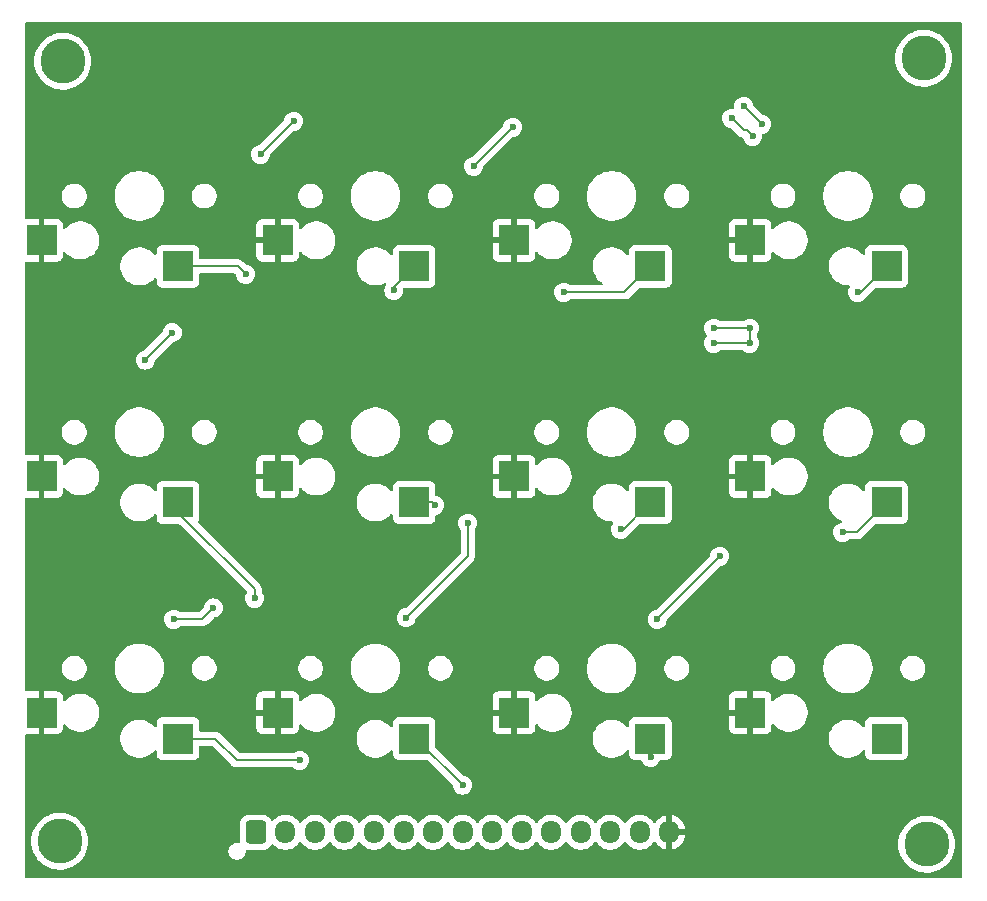
<source format=gbr>
%TF.GenerationSoftware,KiCad,Pcbnew,8.0.1*%
%TF.CreationDate,2024-09-23T21:29:01+02:00*%
%TF.ProjectId,Macro keyboard,4d616372-6f20-46b6-9579-626f6172642e,rev?*%
%TF.SameCoordinates,Original*%
%TF.FileFunction,Copper,L2,Bot*%
%TF.FilePolarity,Positive*%
%FSLAX46Y46*%
G04 Gerber Fmt 4.6, Leading zero omitted, Abs format (unit mm)*
G04 Created by KiCad (PCBNEW 8.0.1) date 2024-09-23 21:29:01*
%MOMM*%
%LPD*%
G01*
G04 APERTURE LIST*
G04 Aperture macros list*
%AMRoundRect*
0 Rectangle with rounded corners*
0 $1 Rounding radius*
0 $2 $3 $4 $5 $6 $7 $8 $9 X,Y pos of 4 corners*
0 Add a 4 corners polygon primitive as box body*
4,1,4,$2,$3,$4,$5,$6,$7,$8,$9,$2,$3,0*
0 Add four circle primitives for the rounded corners*
1,1,$1+$1,$2,$3*
1,1,$1+$1,$4,$5*
1,1,$1+$1,$6,$7*
1,1,$1+$1,$8,$9*
0 Add four rect primitives between the rounded corners*
20,1,$1+$1,$2,$3,$4,$5,0*
20,1,$1+$1,$4,$5,$6,$7,0*
20,1,$1+$1,$6,$7,$8,$9,0*
20,1,$1+$1,$8,$9,$2,$3,0*%
G04 Aperture macros list end*
%TA.AperFunction,ComponentPad*%
%ADD10C,2.600000*%
%TD*%
%TA.AperFunction,ConnectorPad*%
%ADD11C,3.800000*%
%TD*%
%TA.AperFunction,ComponentPad*%
%ADD12RoundRect,0.250000X-0.600000X-0.725000X0.600000X-0.725000X0.600000X0.725000X-0.600000X0.725000X0*%
%TD*%
%TA.AperFunction,ComponentPad*%
%ADD13O,1.700000X1.950000*%
%TD*%
%TA.AperFunction,SMDPad,CuDef*%
%ADD14R,2.600000X2.600000*%
%TD*%
%TA.AperFunction,ViaPad*%
%ADD15C,0.600000*%
%TD*%
%TA.AperFunction,Conductor*%
%ADD16C,0.200000*%
%TD*%
G04 APERTURE END LIST*
D10*
%TO.P,REF\u002A\u002A,1*%
%TO.N,N/C*%
X264160000Y-37592000D03*
D11*
X264160000Y-37592000D03*
%TD*%
D10*
%TO.P,REF\u002A\u002A,1*%
%TO.N,N/C*%
X191262000Y-37846000D03*
D11*
X191262000Y-37846000D03*
%TD*%
D10*
%TO.P,REF\u002A\u002A,1*%
%TO.N,N/C*%
X191008000Y-103886000D03*
D11*
X191008000Y-103886000D03*
%TD*%
D12*
%TO.P,J1,1,Pin_1*%
%TO.N,+3.3V*%
X207624000Y-103124000D03*
D13*
%TO.P,J1,2,Pin_2*%
%TO.N,/RGBLED*%
X210124000Y-103124000D03*
%TO.P,J1,3,Pin_3*%
%TO.N,/BUTTON1*%
X212624000Y-103124000D03*
%TO.P,J1,4,Pin_4*%
%TO.N,/BUTTON2*%
X215124000Y-103124000D03*
%TO.P,J1,5,Pin_5*%
%TO.N,/BUTTON3*%
X217624000Y-103124000D03*
%TO.P,J1,6,Pin_6*%
%TO.N,/BUTTON4*%
X220124000Y-103124000D03*
%TO.P,J1,7,Pin_7*%
%TO.N,/BUTTON5*%
X222624000Y-103124000D03*
%TO.P,J1,8,Pin_8*%
%TO.N,/BUTTON6*%
X225124000Y-103124000D03*
%TO.P,J1,9,Pin_9*%
%TO.N,/BUTTON7*%
X227624000Y-103124000D03*
%TO.P,J1,10,Pin_10*%
%TO.N,/BUTTON8*%
X230124000Y-103124000D03*
%TO.P,J1,11,Pin_11*%
%TO.N,/BUTTON9*%
X232624000Y-103124000D03*
%TO.P,J1,12,Pin_12*%
%TO.N,/BUTTON10*%
X235124000Y-103124000D03*
%TO.P,J1,13,Pin_13*%
%TO.N,/BUTTON11*%
X237624000Y-103124000D03*
%TO.P,J1,14,Pin_14*%
%TO.N,/BUTTON12*%
X240124000Y-103124000D03*
%TO.P,J1,15,Pin_15*%
%TO.N,GND*%
X242624000Y-103124000D03*
%TD*%
D10*
%TO.P,REF\u002A\u002A,1*%
%TO.N,N/C*%
X264414000Y-104140000D03*
D11*
X264414000Y-104140000D03*
%TD*%
D14*
%TO.P,J6,1,1*%
%TO.N,/BUTTON5*%
X221025000Y-75200000D03*
%TO.P,J6,2,2*%
%TO.N,GND*%
X209475000Y-73000000D03*
%TD*%
%TO.P,J12,1,1*%
%TO.N,/BUTTON11*%
X261025000Y-75200000D03*
%TO.P,J12,2,2*%
%TO.N,GND*%
X249475000Y-73000000D03*
%TD*%
%TO.P,J8,1,1*%
%TO.N,/BUTTON7*%
X241025000Y-55200000D03*
%TO.P,J8,2,2*%
%TO.N,GND*%
X229475000Y-53000000D03*
%TD*%
%TO.P,J2,1,1*%
%TO.N,/BUTTON1*%
X201025000Y-55200000D03*
%TO.P,J2,2,2*%
%TO.N,GND*%
X189475000Y-53000000D03*
%TD*%
%TO.P,J11,1,1*%
%TO.N,/BUTTON10*%
X261025000Y-55200000D03*
%TO.P,J11,2,2*%
%TO.N,GND*%
X249475000Y-53000000D03*
%TD*%
%TO.P,J5,1,1*%
%TO.N,/BUTTON4*%
X221025000Y-55200000D03*
%TO.P,J5,2,2*%
%TO.N,GND*%
X209475000Y-53000000D03*
%TD*%
%TO.P,J4,1,1*%
%TO.N,/BUTTON3*%
X201025000Y-95200000D03*
%TO.P,J4,2,2*%
%TO.N,GND*%
X189475000Y-93000000D03*
%TD*%
%TO.P,J13,1,1*%
%TO.N,/BUTTON12*%
X261025000Y-95200000D03*
%TO.P,J13,2,2*%
%TO.N,GND*%
X249475000Y-93000000D03*
%TD*%
%TO.P,J3,1,1*%
%TO.N,/BUTTON2*%
X201025000Y-75200000D03*
%TO.P,J3,2,2*%
%TO.N,GND*%
X189475000Y-73000000D03*
%TD*%
%TO.P,J10,1,1*%
%TO.N,/BUTTON9*%
X241025000Y-95200000D03*
%TO.P,J10,2,2*%
%TO.N,GND*%
X229475000Y-93000000D03*
%TD*%
%TO.P,J9,1,1*%
%TO.N,/BUTTON8*%
X241025000Y-75200000D03*
%TO.P,J9,2,2*%
%TO.N,GND*%
X229475000Y-73000000D03*
%TD*%
%TO.P,J7,1,1*%
%TO.N,/BUTTON6*%
X221025000Y-95200000D03*
%TO.P,J7,2,2*%
%TO.N,GND*%
X209475000Y-93000000D03*
%TD*%
D15*
%TO.N,GND*%
X234987000Y-43725000D03*
X197104000Y-83820000D03*
X240400000Y-83800000D03*
X217000000Y-83750000D03*
X220500000Y-83400000D03*
X235150000Y-63800000D03*
X254396000Y-43800000D03*
X220980000Y-64008000D03*
X195093000Y-63775000D03*
X214630000Y-64008000D03*
X240700000Y-63850000D03*
X220176000Y-43900000D03*
X256650000Y-63750000D03*
X200660000Y-83820000D03*
X200568000Y-43850000D03*
X200310000Y-63850000D03*
X260300000Y-63900000D03*
X215479000Y-43775000D03*
X240792000Y-44196000D03*
X235150000Y-83750000D03*
X260850000Y-43950000D03*
X260250000Y-83900000D03*
X195326000Y-44196000D03*
X256700000Y-83900000D03*
%TO.N,+3.3V*%
X249428000Y-61722000D03*
X246380000Y-61722000D03*
X250444000Y-43180000D03*
X249428000Y-60452000D03*
X248920000Y-41656000D03*
X249682000Y-44196000D03*
X246380000Y-60452000D03*
X247904000Y-42672000D03*
%TO.N,Net-(D2-do)*%
X200550000Y-60816000D03*
X198250000Y-63150000D03*
%TO.N,Net-(D4-do)*%
X208026000Y-45720000D03*
X200660000Y-85090000D03*
X210820000Y-42926000D03*
X204019000Y-84131000D03*
%TO.N,/RGBc*%
X229362000Y-43434000D03*
X225552000Y-76962000D03*
X220345000Y-84963000D03*
X226060000Y-46736000D03*
%TO.N,Net-(D10-do)*%
X246888000Y-79756000D03*
X241600000Y-85100000D03*
%TO.N,/BUTTON1*%
X206756000Y-55880000D03*
%TO.N,/BUTTON2*%
X207518000Y-83312000D03*
%TO.N,/BUTTON3*%
X211328000Y-97028000D03*
%TO.N,/BUTTON4*%
X219300000Y-57250000D03*
%TO.N,/BUTTON5*%
X222758000Y-75438000D03*
%TO.N,/BUTTON6*%
X225124000Y-99140000D03*
%TO.N,/BUTTON7*%
X233680000Y-57404000D03*
%TO.N,/BUTTON8*%
X238506000Y-77470000D03*
%TO.N,/BUTTON9*%
X241046000Y-96774000D03*
%TO.N,/BUTTON10*%
X258572000Y-57404000D03*
%TO.N,/BUTTON11*%
X257302000Y-77724000D03*
%TO.N,/BUTTON12*%
X261025000Y-95200000D03*
%TD*%
D16*
%TO.N,+3.3V*%
X248920000Y-43688000D02*
X247904000Y-42672000D01*
X248920000Y-41656000D02*
X250444000Y-43180000D01*
X249174000Y-43688000D02*
X248920000Y-43688000D01*
X249428000Y-60452000D02*
X249428000Y-61722000D01*
X246380000Y-60452000D02*
X249428000Y-60452000D01*
X249682000Y-44196000D02*
X249174000Y-43688000D01*
X249428000Y-61722000D02*
X246380000Y-61722000D01*
%TO.N,Net-(D2-do)*%
X198250000Y-63150000D02*
X198250000Y-63116000D01*
X198250000Y-63116000D02*
X200550000Y-60816000D01*
%TO.N,Net-(D4-do)*%
X203060000Y-85090000D02*
X204019000Y-84131000D01*
X208026000Y-45720000D02*
X210820000Y-42926000D01*
X200660000Y-85090000D02*
X203060000Y-85090000D01*
%TO.N,/RGBc*%
X225552000Y-79756000D02*
X225552000Y-76962000D01*
X226060000Y-46736000D02*
X229362000Y-43434000D01*
X220345000Y-84963000D02*
X225552000Y-79756000D01*
%TO.N,Net-(D10-do)*%
X241600000Y-85044000D02*
X241600000Y-85100000D01*
X246888000Y-79756000D02*
X241600000Y-85044000D01*
%TO.N,/BUTTON1*%
X206076000Y-55200000D02*
X206756000Y-55880000D01*
X201025000Y-55200000D02*
X206076000Y-55200000D01*
%TO.N,/BUTTON2*%
X207518000Y-82550000D02*
X201025000Y-76057000D01*
X207518000Y-83312000D02*
X207518000Y-82550000D01*
X201025000Y-76057000D02*
X201025000Y-75200000D01*
%TO.N,/BUTTON3*%
X204166000Y-95200000D02*
X201025000Y-95200000D01*
X211328000Y-97028000D02*
X205994000Y-97028000D01*
X205994000Y-97028000D02*
X204166000Y-95200000D01*
%TO.N,/BUTTON4*%
X219300000Y-56925000D02*
X221025000Y-55200000D01*
X219300000Y-57250000D02*
X219300000Y-56925000D01*
%TO.N,/BUTTON5*%
X221025000Y-75200000D02*
X222520000Y-75200000D01*
X222520000Y-75200000D02*
X222758000Y-75438000D01*
%TO.N,/BUTTON6*%
X225124000Y-99140000D02*
X221184000Y-95200000D01*
X221184000Y-95200000D02*
X221025000Y-95200000D01*
%TO.N,/BUTTON7*%
X233680000Y-57404000D02*
X238821000Y-57404000D01*
X238821000Y-57404000D02*
X241025000Y-55200000D01*
%TO.N,/BUTTON8*%
X238506000Y-77470000D02*
X238755000Y-77470000D01*
X238755000Y-77470000D02*
X241025000Y-75200000D01*
%TO.N,/BUTTON9*%
X241046000Y-96774000D02*
X241025000Y-96753000D01*
X241025000Y-96753000D02*
X241025000Y-95200000D01*
%TO.N,/BUTTON10*%
X258572000Y-57404000D02*
X258821000Y-57404000D01*
X258821000Y-57404000D02*
X261025000Y-55200000D01*
%TO.N,/BUTTON11*%
X258501000Y-77724000D02*
X261025000Y-75200000D01*
X257302000Y-77724000D02*
X258501000Y-77724000D01*
%TD*%
%TA.AperFunction,Conductor*%
%TO.N,GND*%
G36*
X267392539Y-34570185D02*
G01*
X267438294Y-34622989D01*
X267449500Y-34674500D01*
X267449500Y-106901500D01*
X267429815Y-106968539D01*
X267377011Y-107014294D01*
X267325500Y-107025500D01*
X188174500Y-107025500D01*
X188107461Y-107005815D01*
X188061706Y-106953011D01*
X188050500Y-106901500D01*
X188050500Y-103886005D01*
X188602754Y-103886005D01*
X188621718Y-104187446D01*
X188621719Y-104187453D01*
X188646557Y-104317655D01*
X188663037Y-104404051D01*
X188678320Y-104484164D01*
X188771659Y-104771431D01*
X188771661Y-104771436D01*
X188900265Y-105044732D01*
X188900268Y-105044738D01*
X189062111Y-105299763D01*
X189062114Y-105299767D01*
X189062115Y-105299768D01*
X189117675Y-105366929D01*
X189254652Y-105532505D01*
X189474836Y-105739272D01*
X189474846Y-105739280D01*
X189719193Y-105916808D01*
X189719198Y-105916810D01*
X189719205Y-105916816D01*
X189983896Y-106062332D01*
X189983901Y-106062334D01*
X189983903Y-106062335D01*
X189983904Y-106062336D01*
X190264734Y-106173524D01*
X190264737Y-106173525D01*
X190362259Y-106198564D01*
X190557302Y-106248642D01*
X190704039Y-106267179D01*
X190856963Y-106286499D01*
X190856969Y-106286499D01*
X190856973Y-106286500D01*
X190856975Y-106286500D01*
X191159025Y-106286500D01*
X191159027Y-106286500D01*
X191159032Y-106286499D01*
X191159036Y-106286499D01*
X191238591Y-106276448D01*
X191458698Y-106248642D01*
X191751262Y-106173525D01*
X191751265Y-106173524D01*
X192032095Y-106062336D01*
X192032096Y-106062335D01*
X192032094Y-106062335D01*
X192032104Y-106062332D01*
X192296795Y-105916816D01*
X192541162Y-105739274D01*
X192761349Y-105532504D01*
X192953885Y-105299768D01*
X193115733Y-105044736D01*
X193233035Y-104795457D01*
X205298499Y-104795457D01*
X205326379Y-104935614D01*
X205326381Y-104935620D01*
X205381069Y-105067650D01*
X205381074Y-105067659D01*
X205460467Y-105186478D01*
X205460470Y-105186482D01*
X205561517Y-105287529D01*
X205561521Y-105287532D01*
X205680340Y-105366925D01*
X205680346Y-105366928D01*
X205680347Y-105366929D01*
X205812380Y-105421619D01*
X205812384Y-105421619D01*
X205812385Y-105421620D01*
X205952542Y-105449500D01*
X205952545Y-105449500D01*
X206095457Y-105449500D01*
X206189751Y-105430742D01*
X206235620Y-105421619D01*
X206367653Y-105366929D01*
X206486479Y-105287532D01*
X206587532Y-105186479D01*
X206666929Y-105067653D01*
X206721619Y-104935620D01*
X206749500Y-104795455D01*
X206749500Y-104713879D01*
X206769185Y-104646840D01*
X206821989Y-104601085D01*
X206886102Y-104590521D01*
X206973991Y-104599500D01*
X208274008Y-104599499D01*
X208376797Y-104588999D01*
X208543334Y-104533814D01*
X208692656Y-104441712D01*
X208816712Y-104317656D01*
X208908814Y-104168334D01*
X208908814Y-104168331D01*
X208912178Y-104162879D01*
X208964126Y-104116154D01*
X209033088Y-104104931D01*
X209097170Y-104132774D01*
X209105398Y-104140294D01*
X209244213Y-104279109D01*
X209416179Y-104404048D01*
X209416181Y-104404049D01*
X209416184Y-104404051D01*
X209605588Y-104500557D01*
X209807757Y-104566246D01*
X210017713Y-104599500D01*
X210017714Y-104599500D01*
X210230286Y-104599500D01*
X210230287Y-104599500D01*
X210440243Y-104566246D01*
X210642412Y-104500557D01*
X210831816Y-104404051D01*
X210864452Y-104380340D01*
X211003786Y-104279109D01*
X211003788Y-104279106D01*
X211003792Y-104279104D01*
X211154104Y-104128792D01*
X211273683Y-103964204D01*
X211329011Y-103921540D01*
X211398624Y-103915561D01*
X211460420Y-103948166D01*
X211474313Y-103964199D01*
X211559225Y-104081071D01*
X211593896Y-104128792D01*
X211744213Y-104279109D01*
X211916179Y-104404048D01*
X211916181Y-104404049D01*
X211916184Y-104404051D01*
X212105588Y-104500557D01*
X212307757Y-104566246D01*
X212517713Y-104599500D01*
X212517714Y-104599500D01*
X212730286Y-104599500D01*
X212730287Y-104599500D01*
X212940243Y-104566246D01*
X213142412Y-104500557D01*
X213331816Y-104404051D01*
X213364452Y-104380340D01*
X213503786Y-104279109D01*
X213503788Y-104279106D01*
X213503792Y-104279104D01*
X213654104Y-104128792D01*
X213773683Y-103964204D01*
X213829011Y-103921540D01*
X213898624Y-103915561D01*
X213960420Y-103948166D01*
X213974313Y-103964199D01*
X214059225Y-104081071D01*
X214093896Y-104128792D01*
X214244213Y-104279109D01*
X214416179Y-104404048D01*
X214416181Y-104404049D01*
X214416184Y-104404051D01*
X214605588Y-104500557D01*
X214807757Y-104566246D01*
X215017713Y-104599500D01*
X215017714Y-104599500D01*
X215230286Y-104599500D01*
X215230287Y-104599500D01*
X215440243Y-104566246D01*
X215642412Y-104500557D01*
X215831816Y-104404051D01*
X215864452Y-104380340D01*
X216003786Y-104279109D01*
X216003788Y-104279106D01*
X216003792Y-104279104D01*
X216154104Y-104128792D01*
X216273683Y-103964204D01*
X216329011Y-103921540D01*
X216398624Y-103915561D01*
X216460420Y-103948166D01*
X216474313Y-103964199D01*
X216559225Y-104081071D01*
X216593896Y-104128792D01*
X216744213Y-104279109D01*
X216916179Y-104404048D01*
X216916181Y-104404049D01*
X216916184Y-104404051D01*
X217105588Y-104500557D01*
X217307757Y-104566246D01*
X217517713Y-104599500D01*
X217517714Y-104599500D01*
X217730286Y-104599500D01*
X217730287Y-104599500D01*
X217940243Y-104566246D01*
X218142412Y-104500557D01*
X218331816Y-104404051D01*
X218364452Y-104380340D01*
X218503786Y-104279109D01*
X218503788Y-104279106D01*
X218503792Y-104279104D01*
X218654104Y-104128792D01*
X218773683Y-103964204D01*
X218829011Y-103921540D01*
X218898624Y-103915561D01*
X218960420Y-103948166D01*
X218974313Y-103964199D01*
X219059225Y-104081071D01*
X219093896Y-104128792D01*
X219244213Y-104279109D01*
X219416179Y-104404048D01*
X219416181Y-104404049D01*
X219416184Y-104404051D01*
X219605588Y-104500557D01*
X219807757Y-104566246D01*
X220017713Y-104599500D01*
X220017714Y-104599500D01*
X220230286Y-104599500D01*
X220230287Y-104599500D01*
X220440243Y-104566246D01*
X220642412Y-104500557D01*
X220831816Y-104404051D01*
X220864452Y-104380340D01*
X221003786Y-104279109D01*
X221003788Y-104279106D01*
X221003792Y-104279104D01*
X221154104Y-104128792D01*
X221273683Y-103964204D01*
X221329011Y-103921540D01*
X221398624Y-103915561D01*
X221460420Y-103948166D01*
X221474313Y-103964199D01*
X221559225Y-104081071D01*
X221593896Y-104128792D01*
X221744213Y-104279109D01*
X221916179Y-104404048D01*
X221916181Y-104404049D01*
X221916184Y-104404051D01*
X222105588Y-104500557D01*
X222307757Y-104566246D01*
X222517713Y-104599500D01*
X222517714Y-104599500D01*
X222730286Y-104599500D01*
X222730287Y-104599500D01*
X222940243Y-104566246D01*
X223142412Y-104500557D01*
X223331816Y-104404051D01*
X223364452Y-104380340D01*
X223503786Y-104279109D01*
X223503788Y-104279106D01*
X223503792Y-104279104D01*
X223654104Y-104128792D01*
X223773683Y-103964204D01*
X223829011Y-103921540D01*
X223898624Y-103915561D01*
X223960420Y-103948166D01*
X223974313Y-103964199D01*
X224059225Y-104081071D01*
X224093896Y-104128792D01*
X224244213Y-104279109D01*
X224416179Y-104404048D01*
X224416181Y-104404049D01*
X224416184Y-104404051D01*
X224605588Y-104500557D01*
X224807757Y-104566246D01*
X225017713Y-104599500D01*
X225017714Y-104599500D01*
X225230286Y-104599500D01*
X225230287Y-104599500D01*
X225440243Y-104566246D01*
X225642412Y-104500557D01*
X225831816Y-104404051D01*
X225864452Y-104380340D01*
X226003786Y-104279109D01*
X226003788Y-104279106D01*
X226003792Y-104279104D01*
X226154104Y-104128792D01*
X226273683Y-103964204D01*
X226329011Y-103921540D01*
X226398624Y-103915561D01*
X226460420Y-103948166D01*
X226474313Y-103964199D01*
X226559225Y-104081071D01*
X226593896Y-104128792D01*
X226744213Y-104279109D01*
X226916179Y-104404048D01*
X226916181Y-104404049D01*
X226916184Y-104404051D01*
X227105588Y-104500557D01*
X227307757Y-104566246D01*
X227517713Y-104599500D01*
X227517714Y-104599500D01*
X227730286Y-104599500D01*
X227730287Y-104599500D01*
X227940243Y-104566246D01*
X228142412Y-104500557D01*
X228331816Y-104404051D01*
X228364452Y-104380340D01*
X228503786Y-104279109D01*
X228503788Y-104279106D01*
X228503792Y-104279104D01*
X228654104Y-104128792D01*
X228773683Y-103964204D01*
X228829011Y-103921540D01*
X228898624Y-103915561D01*
X228960420Y-103948166D01*
X228974313Y-103964199D01*
X229059225Y-104081071D01*
X229093896Y-104128792D01*
X229244213Y-104279109D01*
X229416179Y-104404048D01*
X229416181Y-104404049D01*
X229416184Y-104404051D01*
X229605588Y-104500557D01*
X229807757Y-104566246D01*
X230017713Y-104599500D01*
X230017714Y-104599500D01*
X230230286Y-104599500D01*
X230230287Y-104599500D01*
X230440243Y-104566246D01*
X230642412Y-104500557D01*
X230831816Y-104404051D01*
X230864452Y-104380340D01*
X231003786Y-104279109D01*
X231003788Y-104279106D01*
X231003792Y-104279104D01*
X231154104Y-104128792D01*
X231273683Y-103964204D01*
X231329011Y-103921540D01*
X231398624Y-103915561D01*
X231460420Y-103948166D01*
X231474313Y-103964199D01*
X231559225Y-104081071D01*
X231593896Y-104128792D01*
X231744213Y-104279109D01*
X231916179Y-104404048D01*
X231916181Y-104404049D01*
X231916184Y-104404051D01*
X232105588Y-104500557D01*
X232307757Y-104566246D01*
X232517713Y-104599500D01*
X232517714Y-104599500D01*
X232730286Y-104599500D01*
X232730287Y-104599500D01*
X232940243Y-104566246D01*
X233142412Y-104500557D01*
X233331816Y-104404051D01*
X233364452Y-104380340D01*
X233503786Y-104279109D01*
X233503788Y-104279106D01*
X233503792Y-104279104D01*
X233654104Y-104128792D01*
X233773683Y-103964204D01*
X233829011Y-103921540D01*
X233898624Y-103915561D01*
X233960420Y-103948166D01*
X233974313Y-103964199D01*
X234059225Y-104081071D01*
X234093896Y-104128792D01*
X234244213Y-104279109D01*
X234416179Y-104404048D01*
X234416181Y-104404049D01*
X234416184Y-104404051D01*
X234605588Y-104500557D01*
X234807757Y-104566246D01*
X235017713Y-104599500D01*
X235017714Y-104599500D01*
X235230286Y-104599500D01*
X235230287Y-104599500D01*
X235440243Y-104566246D01*
X235642412Y-104500557D01*
X235831816Y-104404051D01*
X235864452Y-104380340D01*
X236003786Y-104279109D01*
X236003788Y-104279106D01*
X236003792Y-104279104D01*
X236154104Y-104128792D01*
X236273683Y-103964204D01*
X236329011Y-103921540D01*
X236398624Y-103915561D01*
X236460420Y-103948166D01*
X236474313Y-103964199D01*
X236559225Y-104081071D01*
X236593896Y-104128792D01*
X236744213Y-104279109D01*
X236916179Y-104404048D01*
X236916181Y-104404049D01*
X236916184Y-104404051D01*
X237105588Y-104500557D01*
X237307757Y-104566246D01*
X237517713Y-104599500D01*
X237517714Y-104599500D01*
X237730286Y-104599500D01*
X237730287Y-104599500D01*
X237940243Y-104566246D01*
X238142412Y-104500557D01*
X238331816Y-104404051D01*
X238364452Y-104380340D01*
X238503786Y-104279109D01*
X238503788Y-104279106D01*
X238503792Y-104279104D01*
X238654104Y-104128792D01*
X238773683Y-103964204D01*
X238829011Y-103921540D01*
X238898624Y-103915561D01*
X238960420Y-103948166D01*
X238974313Y-103964199D01*
X239059225Y-104081071D01*
X239093896Y-104128792D01*
X239244213Y-104279109D01*
X239416179Y-104404048D01*
X239416181Y-104404049D01*
X239416184Y-104404051D01*
X239605588Y-104500557D01*
X239807757Y-104566246D01*
X240017713Y-104599500D01*
X240017714Y-104599500D01*
X240230286Y-104599500D01*
X240230287Y-104599500D01*
X240440243Y-104566246D01*
X240642412Y-104500557D01*
X240831816Y-104404051D01*
X240864452Y-104380340D01*
X241003786Y-104279109D01*
X241003788Y-104279106D01*
X241003792Y-104279104D01*
X241154104Y-104128792D01*
X241273991Y-103963779D01*
X241329320Y-103921115D01*
X241398933Y-103915136D01*
X241460729Y-103947741D01*
X241474627Y-103963781D01*
X241594272Y-104128459D01*
X241594276Y-104128464D01*
X241744535Y-104278723D01*
X241744540Y-104278727D01*
X241916442Y-104403620D01*
X242105782Y-104500095D01*
X242307871Y-104565757D01*
X242374000Y-104576231D01*
X242374000Y-103528145D01*
X242440657Y-103566630D01*
X242561465Y-103599000D01*
X242686535Y-103599000D01*
X242807343Y-103566630D01*
X242874000Y-103528145D01*
X242874000Y-104576230D01*
X242940126Y-104565757D01*
X242940129Y-104565757D01*
X243142217Y-104500095D01*
X243331557Y-104403620D01*
X243503459Y-104278727D01*
X243503464Y-104278723D01*
X243642182Y-104140005D01*
X262008754Y-104140005D01*
X262027718Y-104441446D01*
X262027719Y-104441453D01*
X262084320Y-104738164D01*
X262177659Y-105025431D01*
X262177661Y-105025436D01*
X262306265Y-105298732D01*
X262306268Y-105298738D01*
X262468111Y-105553763D01*
X262660652Y-105786505D01*
X262880836Y-105993272D01*
X262880846Y-105993280D01*
X263125193Y-106170808D01*
X263125198Y-106170810D01*
X263125205Y-106170816D01*
X263389896Y-106316332D01*
X263389901Y-106316334D01*
X263389903Y-106316335D01*
X263389904Y-106316336D01*
X263670734Y-106427524D01*
X263670737Y-106427525D01*
X263768259Y-106452564D01*
X263963302Y-106502642D01*
X264110039Y-106521179D01*
X264262963Y-106540499D01*
X264262969Y-106540499D01*
X264262973Y-106540500D01*
X264262975Y-106540500D01*
X264565025Y-106540500D01*
X264565027Y-106540500D01*
X264565032Y-106540499D01*
X264565036Y-106540499D01*
X264644591Y-106530448D01*
X264864698Y-106502642D01*
X265157262Y-106427525D01*
X265157265Y-106427524D01*
X265438095Y-106316336D01*
X265438096Y-106316335D01*
X265438094Y-106316335D01*
X265438104Y-106316332D01*
X265702795Y-106170816D01*
X265947162Y-105993274D01*
X266167349Y-105786504D01*
X266359885Y-105553768D01*
X266521733Y-105298736D01*
X266650341Y-105025430D01*
X266743681Y-104738160D01*
X266800280Y-104441457D01*
X266800281Y-104441446D01*
X266819246Y-104140005D01*
X266819246Y-104139994D01*
X266800281Y-103838553D01*
X266800280Y-103838546D01*
X266800280Y-103838543D01*
X266743681Y-103541840D01*
X266650341Y-103254570D01*
X266521733Y-102981264D01*
X266359885Y-102726232D01*
X266167349Y-102493496D01*
X266153603Y-102480588D01*
X265947163Y-102286727D01*
X265947153Y-102286719D01*
X265702806Y-102109191D01*
X265702799Y-102109186D01*
X265702795Y-102109184D01*
X265438104Y-101963668D01*
X265438101Y-101963666D01*
X265438096Y-101963664D01*
X265438095Y-101963663D01*
X265157265Y-101852475D01*
X265157262Y-101852474D01*
X264864695Y-101777357D01*
X264565036Y-101739500D01*
X264565027Y-101739500D01*
X264262973Y-101739500D01*
X264262963Y-101739500D01*
X263963304Y-101777357D01*
X263670737Y-101852474D01*
X263670734Y-101852475D01*
X263389904Y-101963663D01*
X263389903Y-101963664D01*
X263125205Y-102109184D01*
X263125193Y-102109191D01*
X262880846Y-102286719D01*
X262880836Y-102286727D01*
X262660652Y-102493494D01*
X262468111Y-102726236D01*
X262306268Y-102981261D01*
X262306265Y-102981267D01*
X262177661Y-103254563D01*
X262177659Y-103254568D01*
X262084320Y-103541835D01*
X262027719Y-103838546D01*
X262027718Y-103838553D01*
X262008754Y-104139994D01*
X262008754Y-104140005D01*
X243642182Y-104140005D01*
X243653723Y-104128464D01*
X243653727Y-104128459D01*
X243778620Y-103956557D01*
X243875095Y-103767217D01*
X243940757Y-103565130D01*
X243940757Y-103565127D01*
X243971030Y-103374000D01*
X243028146Y-103374000D01*
X243066630Y-103307343D01*
X243099000Y-103186535D01*
X243099000Y-103061465D01*
X243066630Y-102940657D01*
X243028146Y-102874000D01*
X243971030Y-102874000D01*
X243940757Y-102682872D01*
X243940757Y-102682869D01*
X243875095Y-102480782D01*
X243778620Y-102291442D01*
X243653727Y-102119540D01*
X243653723Y-102119535D01*
X243503464Y-101969276D01*
X243503459Y-101969272D01*
X243331557Y-101844379D01*
X243142215Y-101747903D01*
X242940124Y-101682241D01*
X242874000Y-101671768D01*
X242874000Y-102719854D01*
X242807343Y-102681370D01*
X242686535Y-102649000D01*
X242561465Y-102649000D01*
X242440657Y-102681370D01*
X242374000Y-102719854D01*
X242374000Y-101671768D01*
X242373999Y-101671768D01*
X242307875Y-101682241D01*
X242105784Y-101747903D01*
X241916442Y-101844379D01*
X241744540Y-101969272D01*
X241744535Y-101969276D01*
X241594276Y-102119535D01*
X241594272Y-102119540D01*
X241474627Y-102284218D01*
X241419297Y-102326884D01*
X241349684Y-102332863D01*
X241287889Y-102300257D01*
X241273991Y-102284218D01*
X241154109Y-102119214D01*
X241154105Y-102119209D01*
X241003786Y-101968890D01*
X240831820Y-101843951D01*
X240642414Y-101747444D01*
X240642413Y-101747443D01*
X240642412Y-101747443D01*
X240440243Y-101681754D01*
X240440241Y-101681753D01*
X240440240Y-101681753D01*
X240278957Y-101656208D01*
X240230287Y-101648500D01*
X240017713Y-101648500D01*
X239969042Y-101656208D01*
X239807760Y-101681753D01*
X239605585Y-101747444D01*
X239416179Y-101843951D01*
X239244213Y-101968890D01*
X239093894Y-102119209D01*
X239093890Y-102119214D01*
X238974318Y-102283793D01*
X238918989Y-102326459D01*
X238849375Y-102332438D01*
X238787580Y-102299833D01*
X238773682Y-102283793D01*
X238654109Y-102119214D01*
X238654105Y-102119209D01*
X238503786Y-101968890D01*
X238331820Y-101843951D01*
X238142414Y-101747444D01*
X238142413Y-101747443D01*
X238142412Y-101747443D01*
X237940243Y-101681754D01*
X237940241Y-101681753D01*
X237940240Y-101681753D01*
X237778957Y-101656208D01*
X237730287Y-101648500D01*
X237517713Y-101648500D01*
X237469042Y-101656208D01*
X237307760Y-101681753D01*
X237105585Y-101747444D01*
X236916179Y-101843951D01*
X236744213Y-101968890D01*
X236593894Y-102119209D01*
X236593890Y-102119214D01*
X236474318Y-102283793D01*
X236418989Y-102326459D01*
X236349375Y-102332438D01*
X236287580Y-102299833D01*
X236273682Y-102283793D01*
X236154109Y-102119214D01*
X236154105Y-102119209D01*
X236003786Y-101968890D01*
X235831820Y-101843951D01*
X235642414Y-101747444D01*
X235642413Y-101747443D01*
X235642412Y-101747443D01*
X235440243Y-101681754D01*
X235440241Y-101681753D01*
X235440240Y-101681753D01*
X235278957Y-101656208D01*
X235230287Y-101648500D01*
X235017713Y-101648500D01*
X234969042Y-101656208D01*
X234807760Y-101681753D01*
X234605585Y-101747444D01*
X234416179Y-101843951D01*
X234244213Y-101968890D01*
X234093894Y-102119209D01*
X234093890Y-102119214D01*
X233974318Y-102283793D01*
X233918989Y-102326459D01*
X233849375Y-102332438D01*
X233787580Y-102299833D01*
X233773682Y-102283793D01*
X233654109Y-102119214D01*
X233654105Y-102119209D01*
X233503786Y-101968890D01*
X233331820Y-101843951D01*
X233142414Y-101747444D01*
X233142413Y-101747443D01*
X233142412Y-101747443D01*
X232940243Y-101681754D01*
X232940241Y-101681753D01*
X232940240Y-101681753D01*
X232778957Y-101656208D01*
X232730287Y-101648500D01*
X232517713Y-101648500D01*
X232469042Y-101656208D01*
X232307760Y-101681753D01*
X232105585Y-101747444D01*
X231916179Y-101843951D01*
X231744213Y-101968890D01*
X231593894Y-102119209D01*
X231593890Y-102119214D01*
X231474318Y-102283793D01*
X231418989Y-102326459D01*
X231349375Y-102332438D01*
X231287580Y-102299833D01*
X231273682Y-102283793D01*
X231154109Y-102119214D01*
X231154105Y-102119209D01*
X231003786Y-101968890D01*
X230831820Y-101843951D01*
X230642414Y-101747444D01*
X230642413Y-101747443D01*
X230642412Y-101747443D01*
X230440243Y-101681754D01*
X230440241Y-101681753D01*
X230440240Y-101681753D01*
X230278957Y-101656208D01*
X230230287Y-101648500D01*
X230017713Y-101648500D01*
X229969042Y-101656208D01*
X229807760Y-101681753D01*
X229605585Y-101747444D01*
X229416179Y-101843951D01*
X229244213Y-101968890D01*
X229093894Y-102119209D01*
X229093890Y-102119214D01*
X228974318Y-102283793D01*
X228918989Y-102326459D01*
X228849375Y-102332438D01*
X228787580Y-102299833D01*
X228773682Y-102283793D01*
X228654109Y-102119214D01*
X228654105Y-102119209D01*
X228503786Y-101968890D01*
X228331820Y-101843951D01*
X228142414Y-101747444D01*
X228142413Y-101747443D01*
X228142412Y-101747443D01*
X227940243Y-101681754D01*
X227940241Y-101681753D01*
X227940240Y-101681753D01*
X227778957Y-101656208D01*
X227730287Y-101648500D01*
X227517713Y-101648500D01*
X227469042Y-101656208D01*
X227307760Y-101681753D01*
X227105585Y-101747444D01*
X226916179Y-101843951D01*
X226744213Y-101968890D01*
X226593894Y-102119209D01*
X226593890Y-102119214D01*
X226474318Y-102283793D01*
X226418989Y-102326459D01*
X226349375Y-102332438D01*
X226287580Y-102299833D01*
X226273682Y-102283793D01*
X226154109Y-102119214D01*
X226154105Y-102119209D01*
X226003786Y-101968890D01*
X225831820Y-101843951D01*
X225642414Y-101747444D01*
X225642413Y-101747443D01*
X225642412Y-101747443D01*
X225440243Y-101681754D01*
X225440241Y-101681753D01*
X225440240Y-101681753D01*
X225278957Y-101656208D01*
X225230287Y-101648500D01*
X225017713Y-101648500D01*
X224969042Y-101656208D01*
X224807760Y-101681753D01*
X224605585Y-101747444D01*
X224416179Y-101843951D01*
X224244213Y-101968890D01*
X224093894Y-102119209D01*
X224093890Y-102119214D01*
X223974318Y-102283793D01*
X223918989Y-102326459D01*
X223849375Y-102332438D01*
X223787580Y-102299833D01*
X223773682Y-102283793D01*
X223654109Y-102119214D01*
X223654105Y-102119209D01*
X223503786Y-101968890D01*
X223331820Y-101843951D01*
X223142414Y-101747444D01*
X223142413Y-101747443D01*
X223142412Y-101747443D01*
X222940243Y-101681754D01*
X222940241Y-101681753D01*
X222940240Y-101681753D01*
X222778957Y-101656208D01*
X222730287Y-101648500D01*
X222517713Y-101648500D01*
X222469042Y-101656208D01*
X222307760Y-101681753D01*
X222105585Y-101747444D01*
X221916179Y-101843951D01*
X221744213Y-101968890D01*
X221593894Y-102119209D01*
X221593890Y-102119214D01*
X221474318Y-102283793D01*
X221418989Y-102326459D01*
X221349375Y-102332438D01*
X221287580Y-102299833D01*
X221273682Y-102283793D01*
X221154109Y-102119214D01*
X221154105Y-102119209D01*
X221003786Y-101968890D01*
X220831820Y-101843951D01*
X220642414Y-101747444D01*
X220642413Y-101747443D01*
X220642412Y-101747443D01*
X220440243Y-101681754D01*
X220440241Y-101681753D01*
X220440240Y-101681753D01*
X220278957Y-101656208D01*
X220230287Y-101648500D01*
X220017713Y-101648500D01*
X219969042Y-101656208D01*
X219807760Y-101681753D01*
X219605585Y-101747444D01*
X219416179Y-101843951D01*
X219244213Y-101968890D01*
X219093894Y-102119209D01*
X219093890Y-102119214D01*
X218974318Y-102283793D01*
X218918989Y-102326459D01*
X218849375Y-102332438D01*
X218787580Y-102299833D01*
X218773682Y-102283793D01*
X218654109Y-102119214D01*
X218654105Y-102119209D01*
X218503786Y-101968890D01*
X218331820Y-101843951D01*
X218142414Y-101747444D01*
X218142413Y-101747443D01*
X218142412Y-101747443D01*
X217940243Y-101681754D01*
X217940241Y-101681753D01*
X217940240Y-101681753D01*
X217778957Y-101656208D01*
X217730287Y-101648500D01*
X217517713Y-101648500D01*
X217469042Y-101656208D01*
X217307760Y-101681753D01*
X217105585Y-101747444D01*
X216916179Y-101843951D01*
X216744213Y-101968890D01*
X216593894Y-102119209D01*
X216593890Y-102119214D01*
X216474318Y-102283793D01*
X216418989Y-102326459D01*
X216349375Y-102332438D01*
X216287580Y-102299833D01*
X216273682Y-102283793D01*
X216154109Y-102119214D01*
X216154105Y-102119209D01*
X216003786Y-101968890D01*
X215831820Y-101843951D01*
X215642414Y-101747444D01*
X215642413Y-101747443D01*
X215642412Y-101747443D01*
X215440243Y-101681754D01*
X215440241Y-101681753D01*
X215440240Y-101681753D01*
X215278957Y-101656208D01*
X215230287Y-101648500D01*
X215017713Y-101648500D01*
X214969042Y-101656208D01*
X214807760Y-101681753D01*
X214605585Y-101747444D01*
X214416179Y-101843951D01*
X214244213Y-101968890D01*
X214093894Y-102119209D01*
X214093890Y-102119214D01*
X213974318Y-102283793D01*
X213918989Y-102326459D01*
X213849375Y-102332438D01*
X213787580Y-102299833D01*
X213773682Y-102283793D01*
X213654109Y-102119214D01*
X213654105Y-102119209D01*
X213503786Y-101968890D01*
X213331820Y-101843951D01*
X213142414Y-101747444D01*
X213142413Y-101747443D01*
X213142412Y-101747443D01*
X212940243Y-101681754D01*
X212940241Y-101681753D01*
X212940240Y-101681753D01*
X212778957Y-101656208D01*
X212730287Y-101648500D01*
X212517713Y-101648500D01*
X212469042Y-101656208D01*
X212307760Y-101681753D01*
X212105585Y-101747444D01*
X211916179Y-101843951D01*
X211744213Y-101968890D01*
X211593894Y-102119209D01*
X211593890Y-102119214D01*
X211474318Y-102283793D01*
X211418989Y-102326459D01*
X211349375Y-102332438D01*
X211287580Y-102299833D01*
X211273682Y-102283793D01*
X211154109Y-102119214D01*
X211154105Y-102119209D01*
X211003786Y-101968890D01*
X210831820Y-101843951D01*
X210642414Y-101747444D01*
X210642413Y-101747443D01*
X210642412Y-101747443D01*
X210440243Y-101681754D01*
X210440241Y-101681753D01*
X210440240Y-101681753D01*
X210278957Y-101656208D01*
X210230287Y-101648500D01*
X210017713Y-101648500D01*
X209969042Y-101656208D01*
X209807760Y-101681753D01*
X209605585Y-101747444D01*
X209416179Y-101843951D01*
X209244215Y-101968889D01*
X209105398Y-102107706D01*
X209044075Y-102141190D01*
X208974383Y-102136206D01*
X208918450Y-102094334D01*
X208912178Y-102085120D01*
X208816712Y-101930344D01*
X208692657Y-101806289D01*
X208692656Y-101806288D01*
X208543334Y-101714186D01*
X208376797Y-101659001D01*
X208376795Y-101659000D01*
X208274010Y-101648500D01*
X206973998Y-101648500D01*
X206973981Y-101648501D01*
X206871203Y-101659000D01*
X206871200Y-101659001D01*
X206704668Y-101714185D01*
X206704663Y-101714187D01*
X206555342Y-101806289D01*
X206431289Y-101930342D01*
X206339187Y-102079663D01*
X206339185Y-102079668D01*
X206329402Y-102109191D01*
X206284001Y-102246203D01*
X206284001Y-102246204D01*
X206284000Y-102246204D01*
X206273500Y-102348983D01*
X206273500Y-103882820D01*
X206253815Y-103949859D01*
X206201011Y-103995614D01*
X206131853Y-104005558D01*
X206125311Y-104004438D01*
X206095456Y-103998500D01*
X206095455Y-103998500D01*
X205952545Y-103998500D01*
X205952543Y-103998500D01*
X205812385Y-104026379D01*
X205812379Y-104026381D01*
X205680349Y-104081069D01*
X205680340Y-104081074D01*
X205561521Y-104160467D01*
X205561517Y-104160470D01*
X205460470Y-104261517D01*
X205460467Y-104261521D01*
X205381074Y-104380340D01*
X205381069Y-104380349D01*
X205326381Y-104512379D01*
X205326379Y-104512385D01*
X205298500Y-104652542D01*
X205298500Y-104652545D01*
X205298500Y-104795455D01*
X205298500Y-104795457D01*
X205298499Y-104795457D01*
X193233035Y-104795457D01*
X193244341Y-104771430D01*
X193337681Y-104484160D01*
X193394280Y-104187457D01*
X193395483Y-104168334D01*
X193413246Y-103886005D01*
X193413246Y-103885994D01*
X193394281Y-103584553D01*
X193394280Y-103584546D01*
X193394280Y-103584543D01*
X193337681Y-103287840D01*
X193244341Y-103000570D01*
X193235256Y-102981264D01*
X193165179Y-102832343D01*
X193115733Y-102727264D01*
X192967380Y-102493496D01*
X192953888Y-102472236D01*
X192851931Y-102348991D01*
X192761349Y-102239496D01*
X192541162Y-102032726D01*
X192541159Y-102032724D01*
X192541153Y-102032719D01*
X192296806Y-101855191D01*
X192296799Y-101855186D01*
X192296795Y-101855184D01*
X192032104Y-101709668D01*
X192032101Y-101709666D01*
X192032096Y-101709664D01*
X192032095Y-101709663D01*
X191751265Y-101598475D01*
X191751262Y-101598474D01*
X191458695Y-101523357D01*
X191159036Y-101485500D01*
X191159027Y-101485500D01*
X190856973Y-101485500D01*
X190856963Y-101485500D01*
X190557304Y-101523357D01*
X190264737Y-101598474D01*
X190264734Y-101598475D01*
X189983904Y-101709663D01*
X189983903Y-101709664D01*
X189719205Y-101855184D01*
X189719193Y-101855191D01*
X189474846Y-102032719D01*
X189474836Y-102032727D01*
X189254652Y-102239494D01*
X189062111Y-102472236D01*
X188900268Y-102727261D01*
X188900265Y-102727267D01*
X188771661Y-103000563D01*
X188771659Y-103000568D01*
X188678320Y-103287835D01*
X188621719Y-103584546D01*
X188621718Y-103584553D01*
X188602754Y-103885994D01*
X188602754Y-103886005D01*
X188050500Y-103886005D01*
X188050500Y-95325961D01*
X196149500Y-95325961D01*
X196188910Y-95574785D01*
X196266760Y-95814383D01*
X196344656Y-95967260D01*
X196375901Y-96028583D01*
X196381132Y-96038848D01*
X196529201Y-96242649D01*
X196529205Y-96242654D01*
X196707345Y-96420794D01*
X196707350Y-96420798D01*
X196716575Y-96427500D01*
X196911155Y-96568870D01*
X197054184Y-96641747D01*
X197135616Y-96683239D01*
X197135618Y-96683239D01*
X197135621Y-96683241D01*
X197375215Y-96761090D01*
X197624038Y-96800500D01*
X197624039Y-96800500D01*
X197875961Y-96800500D01*
X197875962Y-96800500D01*
X198124785Y-96761090D01*
X198364379Y-96683241D01*
X198588845Y-96568870D01*
X198792656Y-96420793D01*
X198970793Y-96242656D01*
X199000181Y-96202205D01*
X199055509Y-96159540D01*
X199125123Y-96153559D01*
X199186918Y-96186164D01*
X199221277Y-96247002D01*
X199224500Y-96275090D01*
X199224500Y-96547869D01*
X199224501Y-96547876D01*
X199230908Y-96607483D01*
X199281202Y-96742328D01*
X199281206Y-96742335D01*
X199367452Y-96857544D01*
X199367455Y-96857547D01*
X199482664Y-96943793D01*
X199482671Y-96943797D01*
X199617517Y-96994091D01*
X199617516Y-96994091D01*
X199624444Y-96994835D01*
X199677127Y-97000500D01*
X202372872Y-97000499D01*
X202432483Y-96994091D01*
X202567331Y-96943796D01*
X202682546Y-96857546D01*
X202768796Y-96742331D01*
X202819091Y-96607483D01*
X202825500Y-96547873D01*
X202825500Y-95924500D01*
X202845185Y-95857461D01*
X202897989Y-95811706D01*
X202949500Y-95800500D01*
X203865903Y-95800500D01*
X203932942Y-95820185D01*
X203953584Y-95836819D01*
X205509139Y-97392374D01*
X205509149Y-97392385D01*
X205513479Y-97396715D01*
X205513480Y-97396716D01*
X205625284Y-97508520D01*
X205625286Y-97508521D01*
X205625290Y-97508524D01*
X205748339Y-97579565D01*
X205762216Y-97587577D01*
X205874019Y-97617534D01*
X205914942Y-97628500D01*
X205914943Y-97628500D01*
X210745588Y-97628500D01*
X210812627Y-97648185D01*
X210822903Y-97655555D01*
X210825736Y-97657814D01*
X210825738Y-97657816D01*
X210978478Y-97753789D01*
X211148745Y-97813368D01*
X211148750Y-97813369D01*
X211327996Y-97833565D01*
X211328000Y-97833565D01*
X211328004Y-97833565D01*
X211507249Y-97813369D01*
X211507252Y-97813368D01*
X211507255Y-97813368D01*
X211677522Y-97753789D01*
X211830262Y-97657816D01*
X211957816Y-97530262D01*
X212053789Y-97377522D01*
X212113368Y-97207255D01*
X212122802Y-97123524D01*
X212133565Y-97028003D01*
X212133565Y-97027996D01*
X212113369Y-96848750D01*
X212113368Y-96848745D01*
X212082696Y-96761089D01*
X212053789Y-96678478D01*
X211957816Y-96525738D01*
X211830262Y-96398184D01*
X211819117Y-96391181D01*
X211677523Y-96302211D01*
X211507254Y-96242631D01*
X211507249Y-96242630D01*
X211328004Y-96222435D01*
X211327996Y-96222435D01*
X211148750Y-96242630D01*
X211148745Y-96242631D01*
X210978476Y-96302211D01*
X210825736Y-96398185D01*
X210822903Y-96400445D01*
X210820724Y-96401334D01*
X210819842Y-96401889D01*
X210819744Y-96401734D01*
X210758217Y-96426855D01*
X210745588Y-96427500D01*
X206294097Y-96427500D01*
X206227058Y-96407815D01*
X206206416Y-96391181D01*
X205141196Y-95325961D01*
X216149500Y-95325961D01*
X216188910Y-95574785D01*
X216266760Y-95814383D01*
X216344656Y-95967260D01*
X216375901Y-96028583D01*
X216381132Y-96038848D01*
X216529201Y-96242649D01*
X216529205Y-96242654D01*
X216707345Y-96420794D01*
X216707350Y-96420798D01*
X216716575Y-96427500D01*
X216911155Y-96568870D01*
X217054184Y-96641747D01*
X217135616Y-96683239D01*
X217135618Y-96683239D01*
X217135621Y-96683241D01*
X217375215Y-96761090D01*
X217624038Y-96800500D01*
X217624039Y-96800500D01*
X217875961Y-96800500D01*
X217875962Y-96800500D01*
X218124785Y-96761090D01*
X218364379Y-96683241D01*
X218588845Y-96568870D01*
X218792656Y-96420793D01*
X218970793Y-96242656D01*
X219000181Y-96202205D01*
X219055509Y-96159540D01*
X219125123Y-96153559D01*
X219186918Y-96186164D01*
X219221277Y-96247002D01*
X219224500Y-96275090D01*
X219224500Y-96547869D01*
X219224501Y-96547876D01*
X219230908Y-96607483D01*
X219281202Y-96742328D01*
X219281206Y-96742335D01*
X219367452Y-96857544D01*
X219367455Y-96857547D01*
X219482664Y-96943793D01*
X219482671Y-96943797D01*
X219617517Y-96994091D01*
X219617516Y-96994091D01*
X219624444Y-96994835D01*
X219677127Y-97000500D01*
X222083902Y-97000499D01*
X222150941Y-97020184D01*
X222171583Y-97036818D01*
X224293298Y-99158533D01*
X224326783Y-99219856D01*
X224328837Y-99232330D01*
X224338630Y-99319249D01*
X224398210Y-99489521D01*
X224494184Y-99642262D01*
X224621738Y-99769816D01*
X224774478Y-99865789D01*
X224944745Y-99925368D01*
X224944750Y-99925369D01*
X225123996Y-99945565D01*
X225124000Y-99945565D01*
X225124004Y-99945565D01*
X225303249Y-99925369D01*
X225303252Y-99925368D01*
X225303255Y-99925368D01*
X225473522Y-99865789D01*
X225626262Y-99769816D01*
X225753816Y-99642262D01*
X225849789Y-99489522D01*
X225909368Y-99319255D01*
X225919162Y-99232330D01*
X225929565Y-99140003D01*
X225929565Y-99139996D01*
X225909369Y-98960750D01*
X225909368Y-98960745D01*
X225849788Y-98790476D01*
X225753815Y-98637737D01*
X225626262Y-98510184D01*
X225473521Y-98414210D01*
X225303249Y-98354630D01*
X225216330Y-98344837D01*
X225151916Y-98317770D01*
X225142533Y-98309298D01*
X222861818Y-96028583D01*
X222828333Y-95967260D01*
X222825499Y-95940902D01*
X222825499Y-95325961D01*
X236149500Y-95325961D01*
X236188910Y-95574785D01*
X236266760Y-95814383D01*
X236344656Y-95967260D01*
X236375901Y-96028583D01*
X236381132Y-96038848D01*
X236529201Y-96242649D01*
X236529205Y-96242654D01*
X236707345Y-96420794D01*
X236707350Y-96420798D01*
X236716575Y-96427500D01*
X236911155Y-96568870D01*
X237054184Y-96641747D01*
X237135616Y-96683239D01*
X237135618Y-96683239D01*
X237135621Y-96683241D01*
X237375215Y-96761090D01*
X237624038Y-96800500D01*
X237624039Y-96800500D01*
X237875961Y-96800500D01*
X237875962Y-96800500D01*
X238124785Y-96761090D01*
X238364379Y-96683241D01*
X238588845Y-96568870D01*
X238792656Y-96420793D01*
X238970793Y-96242656D01*
X239000181Y-96202205D01*
X239055509Y-96159540D01*
X239125123Y-96153559D01*
X239186918Y-96186164D01*
X239221277Y-96247002D01*
X239224500Y-96275090D01*
X239224500Y-96547869D01*
X239224501Y-96547876D01*
X239230908Y-96607483D01*
X239281202Y-96742328D01*
X239281206Y-96742335D01*
X239367452Y-96857544D01*
X239367455Y-96857547D01*
X239482664Y-96943793D01*
X239482671Y-96943797D01*
X239527618Y-96960561D01*
X239617517Y-96994091D01*
X239677127Y-97000500D01*
X240189181Y-97000499D01*
X240256220Y-97020183D01*
X240301975Y-97072987D01*
X240306222Y-97083544D01*
X240320210Y-97123521D01*
X240320211Y-97123522D01*
X240416184Y-97276262D01*
X240543738Y-97403816D01*
X240696478Y-97499789D01*
X240783565Y-97530262D01*
X240866745Y-97559368D01*
X240866750Y-97559369D01*
X241045996Y-97579565D01*
X241046000Y-97579565D01*
X241046004Y-97579565D01*
X241225249Y-97559369D01*
X241225252Y-97559368D01*
X241225255Y-97559368D01*
X241395522Y-97499789D01*
X241548262Y-97403816D01*
X241675816Y-97276262D01*
X241771789Y-97123522D01*
X241785778Y-97083544D01*
X241826498Y-97026769D01*
X241891451Y-97001021D01*
X241902819Y-97000499D01*
X242372871Y-97000499D01*
X242372872Y-97000499D01*
X242432483Y-96994091D01*
X242567331Y-96943796D01*
X242682546Y-96857546D01*
X242768796Y-96742331D01*
X242819091Y-96607483D01*
X242825500Y-96547873D01*
X242825500Y-95325961D01*
X256149500Y-95325961D01*
X256188910Y-95574785D01*
X256266760Y-95814383D01*
X256344656Y-95967260D01*
X256375901Y-96028583D01*
X256381132Y-96038848D01*
X256529201Y-96242649D01*
X256529205Y-96242654D01*
X256707345Y-96420794D01*
X256707350Y-96420798D01*
X256716575Y-96427500D01*
X256911155Y-96568870D01*
X257054184Y-96641747D01*
X257135616Y-96683239D01*
X257135618Y-96683239D01*
X257135621Y-96683241D01*
X257375215Y-96761090D01*
X257624038Y-96800500D01*
X257624039Y-96800500D01*
X257875961Y-96800500D01*
X257875962Y-96800500D01*
X258124785Y-96761090D01*
X258364379Y-96683241D01*
X258588845Y-96568870D01*
X258792656Y-96420793D01*
X258970793Y-96242656D01*
X259000181Y-96202205D01*
X259055509Y-96159540D01*
X259125123Y-96153559D01*
X259186918Y-96186164D01*
X259221277Y-96247002D01*
X259224500Y-96275090D01*
X259224500Y-96547869D01*
X259224501Y-96547876D01*
X259230908Y-96607483D01*
X259281202Y-96742328D01*
X259281206Y-96742335D01*
X259367452Y-96857544D01*
X259367455Y-96857547D01*
X259482664Y-96943793D01*
X259482671Y-96943797D01*
X259617517Y-96994091D01*
X259617516Y-96994091D01*
X259624444Y-96994835D01*
X259677127Y-97000500D01*
X262372872Y-97000499D01*
X262432483Y-96994091D01*
X262567331Y-96943796D01*
X262682546Y-96857546D01*
X262768796Y-96742331D01*
X262819091Y-96607483D01*
X262825500Y-96547873D01*
X262825499Y-93852128D01*
X262819091Y-93792517D01*
X262790835Y-93716760D01*
X262768797Y-93657671D01*
X262768793Y-93657664D01*
X262682547Y-93542455D01*
X262682544Y-93542452D01*
X262567335Y-93456206D01*
X262567328Y-93456202D01*
X262432482Y-93405908D01*
X262432483Y-93405908D01*
X262372883Y-93399501D01*
X262372881Y-93399500D01*
X262372873Y-93399500D01*
X262372864Y-93399500D01*
X259677129Y-93399500D01*
X259677123Y-93399501D01*
X259617516Y-93405908D01*
X259482671Y-93456202D01*
X259482664Y-93456206D01*
X259367455Y-93542452D01*
X259367452Y-93542455D01*
X259281206Y-93657664D01*
X259281202Y-93657671D01*
X259230908Y-93792517D01*
X259224501Y-93852116D01*
X259224501Y-93852123D01*
X259224500Y-93852135D01*
X259224500Y-94124908D01*
X259204815Y-94191947D01*
X259152011Y-94237702D01*
X259082853Y-94247646D01*
X259019297Y-94218621D01*
X259000182Y-94197793D01*
X258970798Y-94157350D01*
X258970794Y-94157345D01*
X258792654Y-93979205D01*
X258792649Y-93979201D01*
X258588848Y-93831132D01*
X258588847Y-93831131D01*
X258588845Y-93831130D01*
X258513061Y-93792516D01*
X258364383Y-93716760D01*
X258124785Y-93638910D01*
X257875962Y-93599500D01*
X257624038Y-93599500D01*
X257530071Y-93614383D01*
X257375214Y-93638910D01*
X257135616Y-93716760D01*
X256911151Y-93831132D01*
X256707350Y-93979201D01*
X256707345Y-93979205D01*
X256529205Y-94157345D01*
X256529201Y-94157350D01*
X256381132Y-94361151D01*
X256266760Y-94585616D01*
X256188910Y-94825214D01*
X256149500Y-95074038D01*
X256149500Y-95325961D01*
X242825500Y-95325961D01*
X242825499Y-93852128D01*
X242819091Y-93792517D01*
X242790835Y-93716760D01*
X242768797Y-93657671D01*
X242768793Y-93657664D01*
X242682547Y-93542455D01*
X242682544Y-93542452D01*
X242567335Y-93456206D01*
X242567328Y-93456202D01*
X242432482Y-93405908D01*
X242432483Y-93405908D01*
X242372883Y-93399501D01*
X242372881Y-93399500D01*
X242372873Y-93399500D01*
X242372864Y-93399500D01*
X239677129Y-93399500D01*
X239677123Y-93399501D01*
X239617516Y-93405908D01*
X239482671Y-93456202D01*
X239482664Y-93456206D01*
X239367455Y-93542452D01*
X239367452Y-93542455D01*
X239281206Y-93657664D01*
X239281202Y-93657671D01*
X239230908Y-93792517D01*
X239224501Y-93852116D01*
X239224501Y-93852123D01*
X239224500Y-93852135D01*
X239224500Y-94124908D01*
X239204815Y-94191947D01*
X239152011Y-94237702D01*
X239082853Y-94247646D01*
X239019297Y-94218621D01*
X239000182Y-94197793D01*
X238970798Y-94157350D01*
X238970794Y-94157345D01*
X238792654Y-93979205D01*
X238792649Y-93979201D01*
X238588848Y-93831132D01*
X238588847Y-93831131D01*
X238588845Y-93831130D01*
X238513061Y-93792516D01*
X238364383Y-93716760D01*
X238124785Y-93638910D01*
X237875962Y-93599500D01*
X237624038Y-93599500D01*
X237530071Y-93614383D01*
X237375214Y-93638910D01*
X237135616Y-93716760D01*
X236911151Y-93831132D01*
X236707350Y-93979201D01*
X236707345Y-93979205D01*
X236529205Y-94157345D01*
X236529201Y-94157350D01*
X236381132Y-94361151D01*
X236266760Y-94585616D01*
X236188910Y-94825214D01*
X236149500Y-95074038D01*
X236149500Y-95325961D01*
X222825499Y-95325961D01*
X222825499Y-93852129D01*
X222825498Y-93852123D01*
X222825497Y-93852116D01*
X222819091Y-93792517D01*
X222790835Y-93716760D01*
X222768797Y-93657671D01*
X222768793Y-93657664D01*
X222682547Y-93542455D01*
X222682544Y-93542452D01*
X222567335Y-93456206D01*
X222567328Y-93456202D01*
X222432482Y-93405908D01*
X222432483Y-93405908D01*
X222372883Y-93399501D01*
X222372881Y-93399500D01*
X222372873Y-93399500D01*
X222372864Y-93399500D01*
X219677129Y-93399500D01*
X219677123Y-93399501D01*
X219617516Y-93405908D01*
X219482671Y-93456202D01*
X219482664Y-93456206D01*
X219367455Y-93542452D01*
X219367452Y-93542455D01*
X219281206Y-93657664D01*
X219281202Y-93657671D01*
X219230908Y-93792517D01*
X219224501Y-93852116D01*
X219224501Y-93852123D01*
X219224500Y-93852135D01*
X219224500Y-94124908D01*
X219204815Y-94191947D01*
X219152011Y-94237702D01*
X219082853Y-94247646D01*
X219019297Y-94218621D01*
X219000182Y-94197793D01*
X218970798Y-94157350D01*
X218970794Y-94157345D01*
X218792654Y-93979205D01*
X218792649Y-93979201D01*
X218588848Y-93831132D01*
X218588847Y-93831131D01*
X218588845Y-93831130D01*
X218513061Y-93792516D01*
X218364383Y-93716760D01*
X218124785Y-93638910D01*
X217875962Y-93599500D01*
X217624038Y-93599500D01*
X217530071Y-93614383D01*
X217375214Y-93638910D01*
X217135616Y-93716760D01*
X216911151Y-93831132D01*
X216707350Y-93979201D01*
X216707345Y-93979205D01*
X216529205Y-94157345D01*
X216529201Y-94157350D01*
X216381132Y-94361151D01*
X216266760Y-94585616D01*
X216188910Y-94825214D01*
X216149500Y-95074038D01*
X216149500Y-95325961D01*
X205141196Y-95325961D01*
X204653590Y-94838355D01*
X204653588Y-94838352D01*
X204534717Y-94719481D01*
X204534709Y-94719475D01*
X204432936Y-94660717D01*
X204432934Y-94660716D01*
X204397790Y-94640425D01*
X204397789Y-94640424D01*
X204385263Y-94637067D01*
X204245057Y-94599499D01*
X204086943Y-94599499D01*
X204079347Y-94599499D01*
X204079331Y-94599500D01*
X202949499Y-94599500D01*
X202882460Y-94579815D01*
X202836705Y-94527011D01*
X202825499Y-94475500D01*
X202825499Y-93852129D01*
X202825498Y-93852123D01*
X202825497Y-93852116D01*
X202819091Y-93792517D01*
X202790835Y-93716760D01*
X202768797Y-93657671D01*
X202768793Y-93657664D01*
X202682547Y-93542455D01*
X202682544Y-93542452D01*
X202567335Y-93456206D01*
X202567328Y-93456202D01*
X202432482Y-93405908D01*
X202432483Y-93405908D01*
X202372883Y-93399501D01*
X202372881Y-93399500D01*
X202372873Y-93399500D01*
X202372864Y-93399500D01*
X199677129Y-93399500D01*
X199677123Y-93399501D01*
X199617516Y-93405908D01*
X199482671Y-93456202D01*
X199482664Y-93456206D01*
X199367455Y-93542452D01*
X199367452Y-93542455D01*
X199281206Y-93657664D01*
X199281202Y-93657671D01*
X199230908Y-93792517D01*
X199224501Y-93852116D01*
X199224501Y-93852123D01*
X199224500Y-93852135D01*
X199224500Y-94124908D01*
X199204815Y-94191947D01*
X199152011Y-94237702D01*
X199082853Y-94247646D01*
X199019297Y-94218621D01*
X199000182Y-94197793D01*
X198970798Y-94157350D01*
X198970794Y-94157345D01*
X198792654Y-93979205D01*
X198792649Y-93979201D01*
X198588848Y-93831132D01*
X198588847Y-93831131D01*
X198588845Y-93831130D01*
X198513061Y-93792516D01*
X198364383Y-93716760D01*
X198124785Y-93638910D01*
X197875962Y-93599500D01*
X197624038Y-93599500D01*
X197530071Y-93614383D01*
X197375214Y-93638910D01*
X197135616Y-93716760D01*
X196911151Y-93831132D01*
X196707350Y-93979201D01*
X196707345Y-93979205D01*
X196529205Y-94157345D01*
X196529201Y-94157350D01*
X196381132Y-94361151D01*
X196266760Y-94585616D01*
X196188910Y-94825214D01*
X196149500Y-95074038D01*
X196149500Y-95325961D01*
X188050500Y-95325961D01*
X188050500Y-94924000D01*
X188070185Y-94856961D01*
X188122989Y-94811206D01*
X188174500Y-94800000D01*
X189225000Y-94800000D01*
X189225000Y-91200000D01*
X189725000Y-91200000D01*
X189725000Y-94800000D01*
X190822828Y-94800000D01*
X190822844Y-94799999D01*
X190882372Y-94793598D01*
X190882379Y-94793596D01*
X191017086Y-94743354D01*
X191017093Y-94743350D01*
X191132187Y-94657190D01*
X191132190Y-94657187D01*
X191218350Y-94542093D01*
X191218354Y-94542086D01*
X191268596Y-94407379D01*
X191268598Y-94407372D01*
X191274999Y-94347844D01*
X191275000Y-94347827D01*
X191275000Y-94074403D01*
X191294685Y-94007364D01*
X191347489Y-93961609D01*
X191416647Y-93951665D01*
X191480203Y-93980690D01*
X191499319Y-94001518D01*
X191529207Y-94042656D01*
X191707345Y-94220794D01*
X191707350Y-94220798D01*
X191882192Y-94347827D01*
X191911155Y-94368870D01*
X192054184Y-94441747D01*
X192135616Y-94483239D01*
X192135618Y-94483239D01*
X192135621Y-94483241D01*
X192375215Y-94561090D01*
X192624038Y-94600500D01*
X192624039Y-94600500D01*
X192875961Y-94600500D01*
X192875962Y-94600500D01*
X193124785Y-94561090D01*
X193364379Y-94483241D01*
X193588845Y-94368870D01*
X193792656Y-94220793D01*
X193970793Y-94042656D01*
X194118870Y-93838845D01*
X194233241Y-93614379D01*
X194311090Y-93374785D01*
X194330854Y-93250000D01*
X207675000Y-93250000D01*
X207675000Y-94347844D01*
X207681401Y-94407372D01*
X207681403Y-94407379D01*
X207731645Y-94542086D01*
X207731649Y-94542093D01*
X207817809Y-94657187D01*
X207817812Y-94657190D01*
X207932906Y-94743350D01*
X207932913Y-94743354D01*
X208067620Y-94793596D01*
X208067627Y-94793598D01*
X208127155Y-94799999D01*
X208127172Y-94800000D01*
X209225000Y-94800000D01*
X209225000Y-93250000D01*
X207675000Y-93250000D01*
X194330854Y-93250000D01*
X194350500Y-93125962D01*
X194350500Y-92874038D01*
X194330854Y-92750000D01*
X207675000Y-92750000D01*
X209225000Y-92750000D01*
X209225000Y-91200000D01*
X209725000Y-91200000D01*
X209725000Y-94800000D01*
X210822828Y-94800000D01*
X210822844Y-94799999D01*
X210882372Y-94793598D01*
X210882379Y-94793596D01*
X211017086Y-94743354D01*
X211017093Y-94743350D01*
X211132187Y-94657190D01*
X211132190Y-94657187D01*
X211218350Y-94542093D01*
X211218354Y-94542086D01*
X211268596Y-94407379D01*
X211268598Y-94407372D01*
X211274999Y-94347844D01*
X211275000Y-94347827D01*
X211275000Y-94074403D01*
X211294685Y-94007364D01*
X211347489Y-93961609D01*
X211416647Y-93951665D01*
X211480203Y-93980690D01*
X211499319Y-94001518D01*
X211529207Y-94042656D01*
X211707345Y-94220794D01*
X211707350Y-94220798D01*
X211882192Y-94347827D01*
X211911155Y-94368870D01*
X212054184Y-94441747D01*
X212135616Y-94483239D01*
X212135618Y-94483239D01*
X212135621Y-94483241D01*
X212375215Y-94561090D01*
X212624038Y-94600500D01*
X212624039Y-94600500D01*
X212875961Y-94600500D01*
X212875962Y-94600500D01*
X213124785Y-94561090D01*
X213364379Y-94483241D01*
X213588845Y-94368870D01*
X213792656Y-94220793D01*
X213970793Y-94042656D01*
X214118870Y-93838845D01*
X214233241Y-93614379D01*
X214311090Y-93374785D01*
X214330854Y-93250000D01*
X227675000Y-93250000D01*
X227675000Y-94347844D01*
X227681401Y-94407372D01*
X227681403Y-94407379D01*
X227731645Y-94542086D01*
X227731649Y-94542093D01*
X227817809Y-94657187D01*
X227817812Y-94657190D01*
X227932906Y-94743350D01*
X227932913Y-94743354D01*
X228067620Y-94793596D01*
X228067627Y-94793598D01*
X228127155Y-94799999D01*
X228127172Y-94800000D01*
X229225000Y-94800000D01*
X229225000Y-93250000D01*
X227675000Y-93250000D01*
X214330854Y-93250000D01*
X214350500Y-93125962D01*
X214350500Y-92874038D01*
X214330854Y-92750000D01*
X227675000Y-92750000D01*
X229225000Y-92750000D01*
X229225000Y-91200000D01*
X229725000Y-91200000D01*
X229725000Y-94800000D01*
X230822828Y-94800000D01*
X230822844Y-94799999D01*
X230882372Y-94793598D01*
X230882379Y-94793596D01*
X231017086Y-94743354D01*
X231017093Y-94743350D01*
X231132187Y-94657190D01*
X231132190Y-94657187D01*
X231218350Y-94542093D01*
X231218354Y-94542086D01*
X231268596Y-94407379D01*
X231268598Y-94407372D01*
X231274999Y-94347844D01*
X231275000Y-94347827D01*
X231275000Y-94074403D01*
X231294685Y-94007364D01*
X231347489Y-93961609D01*
X231416647Y-93951665D01*
X231480203Y-93980690D01*
X231499319Y-94001518D01*
X231529207Y-94042656D01*
X231707345Y-94220794D01*
X231707350Y-94220798D01*
X231882192Y-94347827D01*
X231911155Y-94368870D01*
X232054184Y-94441747D01*
X232135616Y-94483239D01*
X232135618Y-94483239D01*
X232135621Y-94483241D01*
X232375215Y-94561090D01*
X232624038Y-94600500D01*
X232624039Y-94600500D01*
X232875961Y-94600500D01*
X232875962Y-94600500D01*
X233124785Y-94561090D01*
X233364379Y-94483241D01*
X233588845Y-94368870D01*
X233792656Y-94220793D01*
X233970793Y-94042656D01*
X234118870Y-93838845D01*
X234233241Y-93614379D01*
X234311090Y-93374785D01*
X234330854Y-93250000D01*
X247675000Y-93250000D01*
X247675000Y-94347844D01*
X247681401Y-94407372D01*
X247681403Y-94407379D01*
X247731645Y-94542086D01*
X247731649Y-94542093D01*
X247817809Y-94657187D01*
X247817812Y-94657190D01*
X247932906Y-94743350D01*
X247932913Y-94743354D01*
X248067620Y-94793596D01*
X248067627Y-94793598D01*
X248127155Y-94799999D01*
X248127172Y-94800000D01*
X249225000Y-94800000D01*
X249225000Y-93250000D01*
X247675000Y-93250000D01*
X234330854Y-93250000D01*
X234350500Y-93125962D01*
X234350500Y-92874038D01*
X234330854Y-92750000D01*
X247675000Y-92750000D01*
X249225000Y-92750000D01*
X249225000Y-91200000D01*
X249725000Y-91200000D01*
X249725000Y-94800000D01*
X250822828Y-94800000D01*
X250822844Y-94799999D01*
X250882372Y-94793598D01*
X250882379Y-94793596D01*
X251017086Y-94743354D01*
X251017093Y-94743350D01*
X251132187Y-94657190D01*
X251132190Y-94657187D01*
X251218350Y-94542093D01*
X251218354Y-94542086D01*
X251268596Y-94407379D01*
X251268598Y-94407372D01*
X251274999Y-94347844D01*
X251275000Y-94347827D01*
X251275000Y-94074403D01*
X251294685Y-94007364D01*
X251347489Y-93961609D01*
X251416647Y-93951665D01*
X251480203Y-93980690D01*
X251499319Y-94001518D01*
X251529207Y-94042656D01*
X251707345Y-94220794D01*
X251707350Y-94220798D01*
X251882192Y-94347827D01*
X251911155Y-94368870D01*
X252054184Y-94441747D01*
X252135616Y-94483239D01*
X252135618Y-94483239D01*
X252135621Y-94483241D01*
X252375215Y-94561090D01*
X252624038Y-94600500D01*
X252624039Y-94600500D01*
X252875961Y-94600500D01*
X252875962Y-94600500D01*
X253124785Y-94561090D01*
X253364379Y-94483241D01*
X253588845Y-94368870D01*
X253792656Y-94220793D01*
X253970793Y-94042656D01*
X254118870Y-93838845D01*
X254233241Y-93614379D01*
X254311090Y-93374785D01*
X254350500Y-93125962D01*
X254350500Y-92874038D01*
X254311090Y-92625215D01*
X254233241Y-92385621D01*
X254233239Y-92385618D01*
X254233239Y-92385616D01*
X254191747Y-92304184D01*
X254118870Y-92161155D01*
X254099952Y-92135117D01*
X253970798Y-91957350D01*
X253970794Y-91957345D01*
X253792654Y-91779205D01*
X253792649Y-91779201D01*
X253588848Y-91631132D01*
X253588847Y-91631131D01*
X253588845Y-91631130D01*
X253513265Y-91592620D01*
X253364383Y-91516760D01*
X253124785Y-91438910D01*
X252875962Y-91399500D01*
X252624038Y-91399500D01*
X252499626Y-91419205D01*
X252375214Y-91438910D01*
X252135616Y-91516760D01*
X251911151Y-91631132D01*
X251707350Y-91779201D01*
X251707345Y-91779205D01*
X251529205Y-91957345D01*
X251499318Y-91998482D01*
X251443988Y-92041147D01*
X251374374Y-92047126D01*
X251312579Y-92014520D01*
X251278222Y-91953681D01*
X251275000Y-91925596D01*
X251275000Y-91652172D01*
X251274999Y-91652155D01*
X251268598Y-91592627D01*
X251268596Y-91592620D01*
X251218354Y-91457913D01*
X251218350Y-91457906D01*
X251132190Y-91342812D01*
X251132187Y-91342809D01*
X251017093Y-91256649D01*
X251017086Y-91256645D01*
X250882379Y-91206403D01*
X250882372Y-91206401D01*
X250822844Y-91200000D01*
X249725000Y-91200000D01*
X249225000Y-91200000D01*
X248127155Y-91200000D01*
X248067627Y-91206401D01*
X248067620Y-91206403D01*
X247932913Y-91256645D01*
X247932906Y-91256649D01*
X247817812Y-91342809D01*
X247817809Y-91342812D01*
X247731649Y-91457906D01*
X247731645Y-91457913D01*
X247681403Y-91592620D01*
X247681401Y-91592627D01*
X247675000Y-91652155D01*
X247675000Y-92750000D01*
X234330854Y-92750000D01*
X234311090Y-92625215D01*
X234233241Y-92385621D01*
X234233239Y-92385618D01*
X234233239Y-92385616D01*
X234191747Y-92304184D01*
X234118870Y-92161155D01*
X234099952Y-92135117D01*
X233970798Y-91957350D01*
X233970794Y-91957345D01*
X233792654Y-91779205D01*
X233792649Y-91779201D01*
X233588848Y-91631132D01*
X233588847Y-91631131D01*
X233588845Y-91631130D01*
X233513265Y-91592620D01*
X233364383Y-91516760D01*
X233124785Y-91438910D01*
X232875962Y-91399500D01*
X232624038Y-91399500D01*
X232499626Y-91419205D01*
X232375214Y-91438910D01*
X232135616Y-91516760D01*
X231911151Y-91631132D01*
X231707350Y-91779201D01*
X231707345Y-91779205D01*
X231529205Y-91957345D01*
X231499318Y-91998482D01*
X231443988Y-92041147D01*
X231374374Y-92047126D01*
X231312579Y-92014520D01*
X231278222Y-91953681D01*
X231275000Y-91925596D01*
X231275000Y-91652172D01*
X231274999Y-91652155D01*
X231268598Y-91592627D01*
X231268596Y-91592620D01*
X231218354Y-91457913D01*
X231218350Y-91457906D01*
X231132190Y-91342812D01*
X231132187Y-91342809D01*
X231017093Y-91256649D01*
X231017086Y-91256645D01*
X230882379Y-91206403D01*
X230882372Y-91206401D01*
X230822844Y-91200000D01*
X229725000Y-91200000D01*
X229225000Y-91200000D01*
X228127155Y-91200000D01*
X228067627Y-91206401D01*
X228067620Y-91206403D01*
X227932913Y-91256645D01*
X227932906Y-91256649D01*
X227817812Y-91342809D01*
X227817809Y-91342812D01*
X227731649Y-91457906D01*
X227731645Y-91457913D01*
X227681403Y-91592620D01*
X227681401Y-91592627D01*
X227675000Y-91652155D01*
X227675000Y-92750000D01*
X214330854Y-92750000D01*
X214311090Y-92625215D01*
X214233241Y-92385621D01*
X214233239Y-92385618D01*
X214233239Y-92385616D01*
X214191747Y-92304184D01*
X214118870Y-92161155D01*
X214099952Y-92135117D01*
X213970798Y-91957350D01*
X213970794Y-91957345D01*
X213792654Y-91779205D01*
X213792649Y-91779201D01*
X213588848Y-91631132D01*
X213588847Y-91631131D01*
X213588845Y-91631130D01*
X213513265Y-91592620D01*
X213364383Y-91516760D01*
X213124785Y-91438910D01*
X212875962Y-91399500D01*
X212624038Y-91399500D01*
X212499626Y-91419205D01*
X212375214Y-91438910D01*
X212135616Y-91516760D01*
X211911151Y-91631132D01*
X211707350Y-91779201D01*
X211707345Y-91779205D01*
X211529205Y-91957345D01*
X211499318Y-91998482D01*
X211443988Y-92041147D01*
X211374374Y-92047126D01*
X211312579Y-92014520D01*
X211278222Y-91953681D01*
X211275000Y-91925596D01*
X211275000Y-91652172D01*
X211274999Y-91652155D01*
X211268598Y-91592627D01*
X211268596Y-91592620D01*
X211218354Y-91457913D01*
X211218350Y-91457906D01*
X211132190Y-91342812D01*
X211132187Y-91342809D01*
X211017093Y-91256649D01*
X211017086Y-91256645D01*
X210882379Y-91206403D01*
X210882372Y-91206401D01*
X210822844Y-91200000D01*
X209725000Y-91200000D01*
X209225000Y-91200000D01*
X208127155Y-91200000D01*
X208067627Y-91206401D01*
X208067620Y-91206403D01*
X207932913Y-91256645D01*
X207932906Y-91256649D01*
X207817812Y-91342809D01*
X207817809Y-91342812D01*
X207731649Y-91457906D01*
X207731645Y-91457913D01*
X207681403Y-91592620D01*
X207681401Y-91592627D01*
X207675000Y-91652155D01*
X207675000Y-92750000D01*
X194330854Y-92750000D01*
X194311090Y-92625215D01*
X194233241Y-92385621D01*
X194233239Y-92385618D01*
X194233239Y-92385616D01*
X194191747Y-92304184D01*
X194118870Y-92161155D01*
X194099952Y-92135117D01*
X193970798Y-91957350D01*
X193970794Y-91957345D01*
X193792654Y-91779205D01*
X193792649Y-91779201D01*
X193588848Y-91631132D01*
X193588847Y-91631131D01*
X193588845Y-91631130D01*
X193513265Y-91592620D01*
X193364383Y-91516760D01*
X193124785Y-91438910D01*
X192875962Y-91399500D01*
X192624038Y-91399500D01*
X192499626Y-91419205D01*
X192375214Y-91438910D01*
X192135616Y-91516760D01*
X191911151Y-91631132D01*
X191707350Y-91779201D01*
X191707345Y-91779205D01*
X191529205Y-91957345D01*
X191499318Y-91998482D01*
X191443988Y-92041147D01*
X191374374Y-92047126D01*
X191312579Y-92014520D01*
X191278222Y-91953681D01*
X191275000Y-91925596D01*
X191275000Y-91652172D01*
X191274999Y-91652155D01*
X191268598Y-91592627D01*
X191268596Y-91592620D01*
X191218354Y-91457913D01*
X191218350Y-91457906D01*
X191132190Y-91342812D01*
X191132187Y-91342809D01*
X191017093Y-91256649D01*
X191017086Y-91256645D01*
X190882379Y-91206403D01*
X190882372Y-91206401D01*
X190822844Y-91200000D01*
X189725000Y-91200000D01*
X189225000Y-91200000D01*
X188174500Y-91200000D01*
X188107461Y-91180315D01*
X188061706Y-91127511D01*
X188050500Y-91076000D01*
X188050500Y-89353469D01*
X191199500Y-89353469D01*
X191239868Y-89556412D01*
X191239870Y-89556420D01*
X191319058Y-89747596D01*
X191434024Y-89919657D01*
X191580342Y-90065975D01*
X191580345Y-90065977D01*
X191752402Y-90180941D01*
X191943580Y-90260130D01*
X192146530Y-90300499D01*
X192146534Y-90300500D01*
X192146535Y-90300500D01*
X192353466Y-90300500D01*
X192353467Y-90300499D01*
X192556420Y-90260130D01*
X192747598Y-90180941D01*
X192919655Y-90065977D01*
X193065977Y-89919655D01*
X193180941Y-89747598D01*
X193260130Y-89556420D01*
X193293776Y-89387267D01*
X195655600Y-89387267D01*
X195655601Y-89387283D01*
X195691434Y-89659463D01*
X195691435Y-89659468D01*
X195691436Y-89659474D01*
X195715049Y-89747598D01*
X195762494Y-89924666D01*
X195762497Y-89924676D01*
X195867556Y-90178310D01*
X195867560Y-90178320D01*
X196004832Y-90416082D01*
X196171966Y-90633895D01*
X196171972Y-90633902D01*
X196366097Y-90828027D01*
X196366104Y-90828033D01*
X196583917Y-90995167D01*
X196821679Y-91132439D01*
X196821680Y-91132439D01*
X196821683Y-91132441D01*
X197075333Y-91237506D01*
X197340526Y-91308564D01*
X197612726Y-91344400D01*
X197612733Y-91344400D01*
X197887267Y-91344400D01*
X197887274Y-91344400D01*
X198159474Y-91308564D01*
X198424667Y-91237506D01*
X198678317Y-91132441D01*
X198916083Y-90995167D01*
X199133897Y-90828032D01*
X199328032Y-90633897D01*
X199495167Y-90416083D01*
X199632441Y-90178317D01*
X199737506Y-89924667D01*
X199808564Y-89659474D01*
X199844400Y-89387274D01*
X199844400Y-89353469D01*
X202199500Y-89353469D01*
X202239868Y-89556412D01*
X202239870Y-89556420D01*
X202319058Y-89747596D01*
X202434024Y-89919657D01*
X202580342Y-90065975D01*
X202580345Y-90065977D01*
X202752402Y-90180941D01*
X202943580Y-90260130D01*
X203146530Y-90300499D01*
X203146534Y-90300500D01*
X203146535Y-90300500D01*
X203353466Y-90300500D01*
X203353467Y-90300499D01*
X203556420Y-90260130D01*
X203747598Y-90180941D01*
X203919655Y-90065977D01*
X204065977Y-89919655D01*
X204180941Y-89747598D01*
X204260130Y-89556420D01*
X204300499Y-89353469D01*
X211199500Y-89353469D01*
X211239868Y-89556412D01*
X211239870Y-89556420D01*
X211319058Y-89747596D01*
X211434024Y-89919657D01*
X211580342Y-90065975D01*
X211580345Y-90065977D01*
X211752402Y-90180941D01*
X211943580Y-90260130D01*
X212146530Y-90300499D01*
X212146534Y-90300500D01*
X212146535Y-90300500D01*
X212353466Y-90300500D01*
X212353467Y-90300499D01*
X212556420Y-90260130D01*
X212747598Y-90180941D01*
X212919655Y-90065977D01*
X213065977Y-89919655D01*
X213180941Y-89747598D01*
X213260130Y-89556420D01*
X213293776Y-89387267D01*
X215655600Y-89387267D01*
X215655601Y-89387283D01*
X215691434Y-89659463D01*
X215691435Y-89659468D01*
X215691436Y-89659474D01*
X215715049Y-89747598D01*
X215762494Y-89924666D01*
X215762497Y-89924676D01*
X215867556Y-90178310D01*
X215867560Y-90178320D01*
X216004832Y-90416082D01*
X216171966Y-90633895D01*
X216171972Y-90633902D01*
X216366097Y-90828027D01*
X216366104Y-90828033D01*
X216583917Y-90995167D01*
X216821679Y-91132439D01*
X216821680Y-91132439D01*
X216821683Y-91132441D01*
X217075333Y-91237506D01*
X217340526Y-91308564D01*
X217612726Y-91344400D01*
X217612733Y-91344400D01*
X217887267Y-91344400D01*
X217887274Y-91344400D01*
X218159474Y-91308564D01*
X218424667Y-91237506D01*
X218678317Y-91132441D01*
X218916083Y-90995167D01*
X219133897Y-90828032D01*
X219328032Y-90633897D01*
X219495167Y-90416083D01*
X219632441Y-90178317D01*
X219737506Y-89924667D01*
X219808564Y-89659474D01*
X219844400Y-89387274D01*
X219844400Y-89353469D01*
X222199500Y-89353469D01*
X222239868Y-89556412D01*
X222239870Y-89556420D01*
X222319058Y-89747596D01*
X222434024Y-89919657D01*
X222580342Y-90065975D01*
X222580345Y-90065977D01*
X222752402Y-90180941D01*
X222943580Y-90260130D01*
X223146530Y-90300499D01*
X223146534Y-90300500D01*
X223146535Y-90300500D01*
X223353466Y-90300500D01*
X223353467Y-90300499D01*
X223556420Y-90260130D01*
X223747598Y-90180941D01*
X223919655Y-90065977D01*
X224065977Y-89919655D01*
X224180941Y-89747598D01*
X224260130Y-89556420D01*
X224300499Y-89353469D01*
X231199500Y-89353469D01*
X231239868Y-89556412D01*
X231239870Y-89556420D01*
X231319058Y-89747596D01*
X231434024Y-89919657D01*
X231580342Y-90065975D01*
X231580345Y-90065977D01*
X231752402Y-90180941D01*
X231943580Y-90260130D01*
X232146530Y-90300499D01*
X232146534Y-90300500D01*
X232146535Y-90300500D01*
X232353466Y-90300500D01*
X232353467Y-90300499D01*
X232556420Y-90260130D01*
X232747598Y-90180941D01*
X232919655Y-90065977D01*
X233065977Y-89919655D01*
X233180941Y-89747598D01*
X233260130Y-89556420D01*
X233293776Y-89387267D01*
X235655600Y-89387267D01*
X235655601Y-89387283D01*
X235691434Y-89659463D01*
X235691435Y-89659468D01*
X235691436Y-89659474D01*
X235715049Y-89747598D01*
X235762494Y-89924666D01*
X235762497Y-89924676D01*
X235867556Y-90178310D01*
X235867560Y-90178320D01*
X236004832Y-90416082D01*
X236171966Y-90633895D01*
X236171972Y-90633902D01*
X236366097Y-90828027D01*
X236366104Y-90828033D01*
X236583917Y-90995167D01*
X236821679Y-91132439D01*
X236821680Y-91132439D01*
X236821683Y-91132441D01*
X237075333Y-91237506D01*
X237340526Y-91308564D01*
X237612726Y-91344400D01*
X237612733Y-91344400D01*
X237887267Y-91344400D01*
X237887274Y-91344400D01*
X238159474Y-91308564D01*
X238424667Y-91237506D01*
X238678317Y-91132441D01*
X238916083Y-90995167D01*
X239133897Y-90828032D01*
X239328032Y-90633897D01*
X239495167Y-90416083D01*
X239632441Y-90178317D01*
X239737506Y-89924667D01*
X239808564Y-89659474D01*
X239844400Y-89387274D01*
X239844400Y-89353469D01*
X242199500Y-89353469D01*
X242239868Y-89556412D01*
X242239870Y-89556420D01*
X242319058Y-89747596D01*
X242434024Y-89919657D01*
X242580342Y-90065975D01*
X242580345Y-90065977D01*
X242752402Y-90180941D01*
X242943580Y-90260130D01*
X243146530Y-90300499D01*
X243146534Y-90300500D01*
X243146535Y-90300500D01*
X243353466Y-90300500D01*
X243353467Y-90300499D01*
X243556420Y-90260130D01*
X243747598Y-90180941D01*
X243919655Y-90065977D01*
X244065977Y-89919655D01*
X244180941Y-89747598D01*
X244260130Y-89556420D01*
X244300499Y-89353469D01*
X251199500Y-89353469D01*
X251239868Y-89556412D01*
X251239870Y-89556420D01*
X251319058Y-89747596D01*
X251434024Y-89919657D01*
X251580342Y-90065975D01*
X251580345Y-90065977D01*
X251752402Y-90180941D01*
X251943580Y-90260130D01*
X252146530Y-90300499D01*
X252146534Y-90300500D01*
X252146535Y-90300500D01*
X252353466Y-90300500D01*
X252353467Y-90300499D01*
X252556420Y-90260130D01*
X252747598Y-90180941D01*
X252919655Y-90065977D01*
X253065977Y-89919655D01*
X253180941Y-89747598D01*
X253260130Y-89556420D01*
X253293776Y-89387267D01*
X255655600Y-89387267D01*
X255655601Y-89387283D01*
X255691434Y-89659463D01*
X255691435Y-89659468D01*
X255691436Y-89659474D01*
X255715049Y-89747598D01*
X255762494Y-89924666D01*
X255762497Y-89924676D01*
X255867556Y-90178310D01*
X255867560Y-90178320D01*
X256004832Y-90416082D01*
X256171966Y-90633895D01*
X256171972Y-90633902D01*
X256366097Y-90828027D01*
X256366104Y-90828033D01*
X256583917Y-90995167D01*
X256821679Y-91132439D01*
X256821680Y-91132439D01*
X256821683Y-91132441D01*
X257075333Y-91237506D01*
X257340526Y-91308564D01*
X257612726Y-91344400D01*
X257612733Y-91344400D01*
X257887267Y-91344400D01*
X257887274Y-91344400D01*
X258159474Y-91308564D01*
X258424667Y-91237506D01*
X258678317Y-91132441D01*
X258916083Y-90995167D01*
X259133897Y-90828032D01*
X259328032Y-90633897D01*
X259495167Y-90416083D01*
X259632441Y-90178317D01*
X259737506Y-89924667D01*
X259808564Y-89659474D01*
X259844400Y-89387274D01*
X259844400Y-89353469D01*
X262199500Y-89353469D01*
X262239868Y-89556412D01*
X262239870Y-89556420D01*
X262319058Y-89747596D01*
X262434024Y-89919657D01*
X262580342Y-90065975D01*
X262580345Y-90065977D01*
X262752402Y-90180941D01*
X262943580Y-90260130D01*
X263146530Y-90300499D01*
X263146534Y-90300500D01*
X263146535Y-90300500D01*
X263353466Y-90300500D01*
X263353467Y-90300499D01*
X263556420Y-90260130D01*
X263747598Y-90180941D01*
X263919655Y-90065977D01*
X264065977Y-89919655D01*
X264180941Y-89747598D01*
X264260130Y-89556420D01*
X264300500Y-89353465D01*
X264300500Y-89146535D01*
X264260130Y-88943580D01*
X264180941Y-88752402D01*
X264065977Y-88580345D01*
X264065975Y-88580342D01*
X263919657Y-88434024D01*
X263751519Y-88321679D01*
X263747598Y-88319059D01*
X263556420Y-88239870D01*
X263556412Y-88239868D01*
X263353469Y-88199500D01*
X263353465Y-88199500D01*
X263146535Y-88199500D01*
X263146530Y-88199500D01*
X262943587Y-88239868D01*
X262943579Y-88239870D01*
X262752403Y-88319058D01*
X262580342Y-88434024D01*
X262434024Y-88580342D01*
X262319058Y-88752403D01*
X262239870Y-88943579D01*
X262239868Y-88943587D01*
X262199500Y-89146530D01*
X262199500Y-89353469D01*
X259844400Y-89353469D01*
X259844400Y-89112726D01*
X259808564Y-88840526D01*
X259737506Y-88575333D01*
X259632441Y-88321683D01*
X259630925Y-88319058D01*
X259495167Y-88083917D01*
X259328033Y-87866104D01*
X259328027Y-87866097D01*
X259133902Y-87671972D01*
X259133895Y-87671966D01*
X258916082Y-87504832D01*
X258678320Y-87367560D01*
X258678310Y-87367556D01*
X258424676Y-87262497D01*
X258424669Y-87262495D01*
X258424667Y-87262494D01*
X258159474Y-87191436D01*
X258159468Y-87191435D01*
X258159463Y-87191434D01*
X257887283Y-87155601D01*
X257887280Y-87155600D01*
X257887274Y-87155600D01*
X257612726Y-87155600D01*
X257612720Y-87155600D01*
X257612716Y-87155601D01*
X257340536Y-87191434D01*
X257340529Y-87191435D01*
X257340526Y-87191436D01*
X257075333Y-87262494D01*
X257075323Y-87262497D01*
X256821689Y-87367556D01*
X256821679Y-87367560D01*
X256583917Y-87504832D01*
X256366104Y-87671966D01*
X256366097Y-87671972D01*
X256171972Y-87866097D01*
X256171966Y-87866104D01*
X256004832Y-88083917D01*
X255867560Y-88321679D01*
X255867556Y-88321689D01*
X255762497Y-88575323D01*
X255762494Y-88575333D01*
X255715049Y-88752403D01*
X255691437Y-88840523D01*
X255691434Y-88840536D01*
X255655601Y-89112716D01*
X255655600Y-89112732D01*
X255655600Y-89387267D01*
X253293776Y-89387267D01*
X253300500Y-89353465D01*
X253300500Y-89146535D01*
X253260130Y-88943580D01*
X253180941Y-88752402D01*
X253065977Y-88580345D01*
X253065975Y-88580342D01*
X252919657Y-88434024D01*
X252751519Y-88321679D01*
X252747598Y-88319059D01*
X252556420Y-88239870D01*
X252556412Y-88239868D01*
X252353469Y-88199500D01*
X252353465Y-88199500D01*
X252146535Y-88199500D01*
X252146530Y-88199500D01*
X251943587Y-88239868D01*
X251943579Y-88239870D01*
X251752403Y-88319058D01*
X251580342Y-88434024D01*
X251434024Y-88580342D01*
X251319058Y-88752403D01*
X251239870Y-88943579D01*
X251239868Y-88943587D01*
X251199500Y-89146530D01*
X251199500Y-89353469D01*
X244300499Y-89353469D01*
X244300500Y-89353465D01*
X244300500Y-89146535D01*
X244260130Y-88943580D01*
X244180941Y-88752402D01*
X244065977Y-88580345D01*
X244065975Y-88580342D01*
X243919657Y-88434024D01*
X243751519Y-88321679D01*
X243747598Y-88319059D01*
X243556420Y-88239870D01*
X243556412Y-88239868D01*
X243353469Y-88199500D01*
X243353465Y-88199500D01*
X243146535Y-88199500D01*
X243146530Y-88199500D01*
X242943587Y-88239868D01*
X242943579Y-88239870D01*
X242752403Y-88319058D01*
X242580342Y-88434024D01*
X242434024Y-88580342D01*
X242319058Y-88752403D01*
X242239870Y-88943579D01*
X242239868Y-88943587D01*
X242199500Y-89146530D01*
X242199500Y-89353469D01*
X239844400Y-89353469D01*
X239844400Y-89112726D01*
X239808564Y-88840526D01*
X239737506Y-88575333D01*
X239632441Y-88321683D01*
X239630925Y-88319058D01*
X239495167Y-88083917D01*
X239328033Y-87866104D01*
X239328027Y-87866097D01*
X239133902Y-87671972D01*
X239133895Y-87671966D01*
X238916082Y-87504832D01*
X238678320Y-87367560D01*
X238678310Y-87367556D01*
X238424676Y-87262497D01*
X238424669Y-87262495D01*
X238424667Y-87262494D01*
X238159474Y-87191436D01*
X238159468Y-87191435D01*
X238159463Y-87191434D01*
X237887283Y-87155601D01*
X237887280Y-87155600D01*
X237887274Y-87155600D01*
X237612726Y-87155600D01*
X237612720Y-87155600D01*
X237612716Y-87155601D01*
X237340536Y-87191434D01*
X237340529Y-87191435D01*
X237340526Y-87191436D01*
X237075333Y-87262494D01*
X237075323Y-87262497D01*
X236821689Y-87367556D01*
X236821679Y-87367560D01*
X236583917Y-87504832D01*
X236366104Y-87671966D01*
X236366097Y-87671972D01*
X236171972Y-87866097D01*
X236171966Y-87866104D01*
X236004832Y-88083917D01*
X235867560Y-88321679D01*
X235867556Y-88321689D01*
X235762497Y-88575323D01*
X235762494Y-88575333D01*
X235715049Y-88752403D01*
X235691437Y-88840523D01*
X235691434Y-88840536D01*
X235655601Y-89112716D01*
X235655600Y-89112732D01*
X235655600Y-89387267D01*
X233293776Y-89387267D01*
X233300500Y-89353465D01*
X233300500Y-89146535D01*
X233260130Y-88943580D01*
X233180941Y-88752402D01*
X233065977Y-88580345D01*
X233065975Y-88580342D01*
X232919657Y-88434024D01*
X232751519Y-88321679D01*
X232747598Y-88319059D01*
X232556420Y-88239870D01*
X232556412Y-88239868D01*
X232353469Y-88199500D01*
X232353465Y-88199500D01*
X232146535Y-88199500D01*
X232146530Y-88199500D01*
X231943587Y-88239868D01*
X231943579Y-88239870D01*
X231752403Y-88319058D01*
X231580342Y-88434024D01*
X231434024Y-88580342D01*
X231319058Y-88752403D01*
X231239870Y-88943579D01*
X231239868Y-88943587D01*
X231199500Y-89146530D01*
X231199500Y-89353469D01*
X224300499Y-89353469D01*
X224300500Y-89353465D01*
X224300500Y-89146535D01*
X224260130Y-88943580D01*
X224180941Y-88752402D01*
X224065977Y-88580345D01*
X224065975Y-88580342D01*
X223919657Y-88434024D01*
X223751519Y-88321679D01*
X223747598Y-88319059D01*
X223556420Y-88239870D01*
X223556412Y-88239868D01*
X223353469Y-88199500D01*
X223353465Y-88199500D01*
X223146535Y-88199500D01*
X223146530Y-88199500D01*
X222943587Y-88239868D01*
X222943579Y-88239870D01*
X222752403Y-88319058D01*
X222580342Y-88434024D01*
X222434024Y-88580342D01*
X222319058Y-88752403D01*
X222239870Y-88943579D01*
X222239868Y-88943587D01*
X222199500Y-89146530D01*
X222199500Y-89353469D01*
X219844400Y-89353469D01*
X219844400Y-89112726D01*
X219808564Y-88840526D01*
X219737506Y-88575333D01*
X219632441Y-88321683D01*
X219630925Y-88319058D01*
X219495167Y-88083917D01*
X219328033Y-87866104D01*
X219328027Y-87866097D01*
X219133902Y-87671972D01*
X219133895Y-87671966D01*
X218916082Y-87504832D01*
X218678320Y-87367560D01*
X218678310Y-87367556D01*
X218424676Y-87262497D01*
X218424669Y-87262495D01*
X218424667Y-87262494D01*
X218159474Y-87191436D01*
X218159468Y-87191435D01*
X218159463Y-87191434D01*
X217887283Y-87155601D01*
X217887280Y-87155600D01*
X217887274Y-87155600D01*
X217612726Y-87155600D01*
X217612720Y-87155600D01*
X217612716Y-87155601D01*
X217340536Y-87191434D01*
X217340529Y-87191435D01*
X217340526Y-87191436D01*
X217075333Y-87262494D01*
X217075323Y-87262497D01*
X216821689Y-87367556D01*
X216821679Y-87367560D01*
X216583917Y-87504832D01*
X216366104Y-87671966D01*
X216366097Y-87671972D01*
X216171972Y-87866097D01*
X216171966Y-87866104D01*
X216004832Y-88083917D01*
X215867560Y-88321679D01*
X215867556Y-88321689D01*
X215762497Y-88575323D01*
X215762494Y-88575333D01*
X215715049Y-88752403D01*
X215691437Y-88840523D01*
X215691434Y-88840536D01*
X215655601Y-89112716D01*
X215655600Y-89112732D01*
X215655600Y-89387267D01*
X213293776Y-89387267D01*
X213300500Y-89353465D01*
X213300500Y-89146535D01*
X213260130Y-88943580D01*
X213180941Y-88752402D01*
X213065977Y-88580345D01*
X213065975Y-88580342D01*
X212919657Y-88434024D01*
X212751519Y-88321679D01*
X212747598Y-88319059D01*
X212556420Y-88239870D01*
X212556412Y-88239868D01*
X212353469Y-88199500D01*
X212353465Y-88199500D01*
X212146535Y-88199500D01*
X212146530Y-88199500D01*
X211943587Y-88239868D01*
X211943579Y-88239870D01*
X211752403Y-88319058D01*
X211580342Y-88434024D01*
X211434024Y-88580342D01*
X211319058Y-88752403D01*
X211239870Y-88943579D01*
X211239868Y-88943587D01*
X211199500Y-89146530D01*
X211199500Y-89353469D01*
X204300499Y-89353469D01*
X204300500Y-89353465D01*
X204300500Y-89146535D01*
X204260130Y-88943580D01*
X204180941Y-88752402D01*
X204065977Y-88580345D01*
X204065975Y-88580342D01*
X203919657Y-88434024D01*
X203751519Y-88321679D01*
X203747598Y-88319059D01*
X203556420Y-88239870D01*
X203556412Y-88239868D01*
X203353469Y-88199500D01*
X203353465Y-88199500D01*
X203146535Y-88199500D01*
X203146530Y-88199500D01*
X202943587Y-88239868D01*
X202943579Y-88239870D01*
X202752403Y-88319058D01*
X202580342Y-88434024D01*
X202434024Y-88580342D01*
X202319058Y-88752403D01*
X202239870Y-88943579D01*
X202239868Y-88943587D01*
X202199500Y-89146530D01*
X202199500Y-89353469D01*
X199844400Y-89353469D01*
X199844400Y-89112726D01*
X199808564Y-88840526D01*
X199737506Y-88575333D01*
X199632441Y-88321683D01*
X199630925Y-88319058D01*
X199495167Y-88083917D01*
X199328033Y-87866104D01*
X199328027Y-87866097D01*
X199133902Y-87671972D01*
X199133895Y-87671966D01*
X198916082Y-87504832D01*
X198678320Y-87367560D01*
X198678310Y-87367556D01*
X198424676Y-87262497D01*
X198424669Y-87262495D01*
X198424667Y-87262494D01*
X198159474Y-87191436D01*
X198159468Y-87191435D01*
X198159463Y-87191434D01*
X197887283Y-87155601D01*
X197887280Y-87155600D01*
X197887274Y-87155600D01*
X197612726Y-87155600D01*
X197612720Y-87155600D01*
X197612716Y-87155601D01*
X197340536Y-87191434D01*
X197340529Y-87191435D01*
X197340526Y-87191436D01*
X197075333Y-87262494D01*
X197075323Y-87262497D01*
X196821689Y-87367556D01*
X196821679Y-87367560D01*
X196583917Y-87504832D01*
X196366104Y-87671966D01*
X196366097Y-87671972D01*
X196171972Y-87866097D01*
X196171966Y-87866104D01*
X196004832Y-88083917D01*
X195867560Y-88321679D01*
X195867556Y-88321689D01*
X195762497Y-88575323D01*
X195762494Y-88575333D01*
X195715049Y-88752403D01*
X195691437Y-88840523D01*
X195691434Y-88840536D01*
X195655601Y-89112716D01*
X195655600Y-89112732D01*
X195655600Y-89387267D01*
X193293776Y-89387267D01*
X193300500Y-89353465D01*
X193300500Y-89146535D01*
X193260130Y-88943580D01*
X193180941Y-88752402D01*
X193065977Y-88580345D01*
X193065975Y-88580342D01*
X192919657Y-88434024D01*
X192751519Y-88321679D01*
X192747598Y-88319059D01*
X192556420Y-88239870D01*
X192556412Y-88239868D01*
X192353469Y-88199500D01*
X192353465Y-88199500D01*
X192146535Y-88199500D01*
X192146530Y-88199500D01*
X191943587Y-88239868D01*
X191943579Y-88239870D01*
X191752403Y-88319058D01*
X191580342Y-88434024D01*
X191434024Y-88580342D01*
X191319058Y-88752403D01*
X191239870Y-88943579D01*
X191239868Y-88943587D01*
X191199500Y-89146530D01*
X191199500Y-89353469D01*
X188050500Y-89353469D01*
X188050500Y-85090003D01*
X199854435Y-85090003D01*
X199874630Y-85269249D01*
X199874631Y-85269254D01*
X199934211Y-85439523D01*
X200030184Y-85592262D01*
X200157738Y-85719816D01*
X200310478Y-85815789D01*
X200480745Y-85875368D01*
X200480750Y-85875369D01*
X200659996Y-85895565D01*
X200660000Y-85895565D01*
X200660004Y-85895565D01*
X200839249Y-85875369D01*
X200839252Y-85875368D01*
X200839255Y-85875368D01*
X201009522Y-85815789D01*
X201162262Y-85719816D01*
X201162267Y-85719810D01*
X201165097Y-85717555D01*
X201167275Y-85716665D01*
X201168158Y-85716111D01*
X201168255Y-85716265D01*
X201229783Y-85691145D01*
X201242412Y-85690500D01*
X202973331Y-85690500D01*
X202973347Y-85690501D01*
X202980943Y-85690501D01*
X203139054Y-85690501D01*
X203139057Y-85690501D01*
X203291785Y-85649577D01*
X203354272Y-85613500D01*
X203428716Y-85570520D01*
X203540520Y-85458716D01*
X203540520Y-85458714D01*
X203550724Y-85448511D01*
X203550728Y-85448506D01*
X204036230Y-84963003D01*
X219539435Y-84963003D01*
X219559630Y-85142249D01*
X219559631Y-85142254D01*
X219619211Y-85312523D01*
X219711069Y-85458713D01*
X219715184Y-85465262D01*
X219842738Y-85592816D01*
X219995478Y-85688789D01*
X220165745Y-85748368D01*
X220165750Y-85748369D01*
X220344996Y-85768565D01*
X220345000Y-85768565D01*
X220345004Y-85768565D01*
X220524249Y-85748369D01*
X220524252Y-85748368D01*
X220524255Y-85748368D01*
X220694522Y-85688789D01*
X220847262Y-85592816D01*
X220974816Y-85465262D01*
X221070789Y-85312522D01*
X221130368Y-85142255D01*
X221135128Y-85100003D01*
X240794435Y-85100003D01*
X240814630Y-85279249D01*
X240814631Y-85279254D01*
X240874211Y-85449523D01*
X240884101Y-85465262D01*
X240970184Y-85602262D01*
X241097738Y-85729816D01*
X241127265Y-85748369D01*
X241234561Y-85815788D01*
X241250478Y-85825789D01*
X241420745Y-85885368D01*
X241420750Y-85885369D01*
X241599996Y-85905565D01*
X241600000Y-85905565D01*
X241600004Y-85905565D01*
X241779249Y-85885369D01*
X241779252Y-85885368D01*
X241779255Y-85885368D01*
X241949522Y-85825789D01*
X242102262Y-85729816D01*
X242229816Y-85602262D01*
X242325789Y-85449522D01*
X242385368Y-85279255D01*
X242386496Y-85269249D01*
X242402273Y-85129219D01*
X242429339Y-85064805D01*
X242437802Y-85055431D01*
X246906535Y-80586698D01*
X246967856Y-80553215D01*
X246980311Y-80551163D01*
X247067255Y-80541368D01*
X247237522Y-80481789D01*
X247390262Y-80385816D01*
X247517816Y-80258262D01*
X247613789Y-80105522D01*
X247673368Y-79935255D01*
X247673369Y-79935249D01*
X247693565Y-79756003D01*
X247693565Y-79755996D01*
X247673369Y-79576750D01*
X247673368Y-79576745D01*
X247613788Y-79406476D01*
X247517815Y-79253737D01*
X247390262Y-79126184D01*
X247237523Y-79030211D01*
X247067254Y-78970631D01*
X247067249Y-78970630D01*
X246888004Y-78950435D01*
X246887996Y-78950435D01*
X246708750Y-78970630D01*
X246708745Y-78970631D01*
X246538476Y-79030211D01*
X246385737Y-79126184D01*
X246258184Y-79253737D01*
X246162210Y-79406478D01*
X246102630Y-79576750D01*
X246092837Y-79663668D01*
X246065770Y-79728082D01*
X246057298Y-79737465D01*
X241518354Y-84276409D01*
X241457031Y-84309894D01*
X241444561Y-84311948D01*
X241431885Y-84313376D01*
X241420745Y-84314632D01*
X241420744Y-84314632D01*
X241250478Y-84374210D01*
X241097737Y-84470184D01*
X240970184Y-84597737D01*
X240874211Y-84750476D01*
X240814631Y-84920745D01*
X240814630Y-84920750D01*
X240794435Y-85099996D01*
X240794435Y-85100003D01*
X221135128Y-85100003D01*
X221140161Y-85055329D01*
X221167226Y-84990918D01*
X221175690Y-84981543D01*
X225920713Y-80236521D01*
X225920716Y-80236520D01*
X226032520Y-80124716D01*
X226082639Y-80037904D01*
X226111577Y-79987785D01*
X226152501Y-79835057D01*
X226152501Y-79676943D01*
X226152501Y-79669348D01*
X226152500Y-79669330D01*
X226152500Y-77544412D01*
X226172185Y-77477373D01*
X226179555Y-77467097D01*
X226181810Y-77464267D01*
X226181816Y-77464262D01*
X226277789Y-77311522D01*
X226337368Y-77141255D01*
X226337369Y-77141249D01*
X226357565Y-76962003D01*
X226357565Y-76961996D01*
X226337369Y-76782750D01*
X226337368Y-76782745D01*
X226323227Y-76742332D01*
X226277789Y-76612478D01*
X226274652Y-76607486D01*
X226181815Y-76459737D01*
X226054262Y-76332184D01*
X225901523Y-76236211D01*
X225731254Y-76176631D01*
X225731249Y-76176630D01*
X225552004Y-76156435D01*
X225551996Y-76156435D01*
X225372750Y-76176630D01*
X225372745Y-76176631D01*
X225202476Y-76236211D01*
X225049737Y-76332184D01*
X224922184Y-76459737D01*
X224826211Y-76612476D01*
X224766631Y-76782745D01*
X224766630Y-76782750D01*
X224746435Y-76961996D01*
X224746435Y-76962003D01*
X224766630Y-77141249D01*
X224766631Y-77141254D01*
X224826211Y-77311523D01*
X224922185Y-77464263D01*
X224924445Y-77467097D01*
X224925334Y-77469275D01*
X224925889Y-77470158D01*
X224925734Y-77470255D01*
X224950855Y-77531783D01*
X224951500Y-77544412D01*
X224951500Y-79455902D01*
X224931815Y-79522941D01*
X224915181Y-79543583D01*
X220326465Y-84132298D01*
X220265142Y-84165783D01*
X220252668Y-84167837D01*
X220165750Y-84177630D01*
X219995478Y-84237210D01*
X219842737Y-84333184D01*
X219715184Y-84460737D01*
X219619211Y-84613476D01*
X219559631Y-84783745D01*
X219559630Y-84783750D01*
X219539435Y-84962996D01*
X219539435Y-84963003D01*
X204036230Y-84963003D01*
X204037535Y-84961698D01*
X204098856Y-84928215D01*
X204111311Y-84926163D01*
X204198255Y-84916368D01*
X204368522Y-84856789D01*
X204521262Y-84760816D01*
X204648816Y-84633262D01*
X204744789Y-84480522D01*
X204804368Y-84310255D01*
X204805002Y-84304630D01*
X204824565Y-84131003D01*
X204824565Y-84130996D01*
X204804369Y-83951750D01*
X204804368Y-83951745D01*
X204800893Y-83941815D01*
X204744789Y-83781478D01*
X204648816Y-83628738D01*
X204521262Y-83501184D01*
X204505451Y-83491249D01*
X204368523Y-83405211D01*
X204198254Y-83345631D01*
X204198249Y-83345630D01*
X204019004Y-83325435D01*
X204018996Y-83325435D01*
X203839750Y-83345630D01*
X203839745Y-83345631D01*
X203669476Y-83405211D01*
X203516737Y-83501184D01*
X203389184Y-83628737D01*
X203293210Y-83781478D01*
X203233630Y-83951750D01*
X203223837Y-84038668D01*
X203196770Y-84103082D01*
X203188298Y-84112465D01*
X202847584Y-84453181D01*
X202786261Y-84486666D01*
X202759903Y-84489500D01*
X201242412Y-84489500D01*
X201175373Y-84469815D01*
X201165097Y-84462445D01*
X201162263Y-84460185D01*
X201162262Y-84460184D01*
X201105496Y-84424515D01*
X201009523Y-84364211D01*
X200839254Y-84304631D01*
X200839249Y-84304630D01*
X200660004Y-84284435D01*
X200659996Y-84284435D01*
X200480750Y-84304630D01*
X200480745Y-84304631D01*
X200310476Y-84364211D01*
X200157737Y-84460184D01*
X200030184Y-84587737D01*
X199934211Y-84740476D01*
X199874631Y-84910745D01*
X199874630Y-84910750D01*
X199854435Y-85089996D01*
X199854435Y-85090003D01*
X188050500Y-85090003D01*
X188050500Y-75325961D01*
X196149500Y-75325961D01*
X196188910Y-75574785D01*
X196266760Y-75814383D01*
X196381132Y-76038848D01*
X196529201Y-76242649D01*
X196529205Y-76242654D01*
X196707345Y-76420794D01*
X196707350Y-76420798D01*
X196760947Y-76459738D01*
X196911155Y-76568870D01*
X196996737Y-76612476D01*
X197135616Y-76683239D01*
X197135618Y-76683239D01*
X197135621Y-76683241D01*
X197375215Y-76761090D01*
X197624038Y-76800500D01*
X197624039Y-76800500D01*
X197875961Y-76800500D01*
X197875962Y-76800500D01*
X198124785Y-76761090D01*
X198364379Y-76683241D01*
X198588845Y-76568870D01*
X198792656Y-76420793D01*
X198970793Y-76242656D01*
X199000181Y-76202205D01*
X199055509Y-76159540D01*
X199125123Y-76153559D01*
X199186918Y-76186164D01*
X199221277Y-76247002D01*
X199224500Y-76275090D01*
X199224500Y-76547869D01*
X199224501Y-76547876D01*
X199230908Y-76607483D01*
X199281202Y-76742328D01*
X199281206Y-76742335D01*
X199367452Y-76857544D01*
X199367455Y-76857547D01*
X199482664Y-76943793D01*
X199482671Y-76943797D01*
X199617517Y-76994091D01*
X199617516Y-76994091D01*
X199624444Y-76994835D01*
X199677127Y-77000500D01*
X201067902Y-77000499D01*
X201134941Y-77020184D01*
X201155583Y-77036818D01*
X206833818Y-82715053D01*
X206867303Y-82776376D01*
X206862319Y-82846068D01*
X206851131Y-82868706D01*
X206792211Y-82962476D01*
X206732631Y-83132745D01*
X206732630Y-83132750D01*
X206712435Y-83311996D01*
X206712435Y-83312003D01*
X206732630Y-83491249D01*
X206732631Y-83491254D01*
X206792211Y-83661523D01*
X206867583Y-83781476D01*
X206888184Y-83814262D01*
X207015738Y-83941816D01*
X207168478Y-84037789D01*
X207338745Y-84097368D01*
X207338750Y-84097369D01*
X207517996Y-84117565D01*
X207518000Y-84117565D01*
X207518004Y-84117565D01*
X207697249Y-84097369D01*
X207697252Y-84097368D01*
X207697255Y-84097368D01*
X207867522Y-84037789D01*
X208020262Y-83941816D01*
X208147816Y-83814262D01*
X208243789Y-83661522D01*
X208303368Y-83491255D01*
X208319776Y-83345630D01*
X208323565Y-83312003D01*
X208323565Y-83311996D01*
X208303369Y-83132750D01*
X208303368Y-83132745D01*
X208243788Y-82962476D01*
X208184868Y-82868706D01*
X208147816Y-82809738D01*
X208147814Y-82809736D01*
X208147813Y-82809734D01*
X208145550Y-82806896D01*
X208144659Y-82804715D01*
X208144111Y-82803842D01*
X208144264Y-82803745D01*
X208119144Y-82742209D01*
X208118500Y-82729587D01*
X208118500Y-82639060D01*
X208118501Y-82639047D01*
X208118501Y-82470944D01*
X208077576Y-82318214D01*
X208077573Y-82318209D01*
X207998524Y-82181290D01*
X207998518Y-82181282D01*
X205393981Y-79576745D01*
X202755197Y-76937962D01*
X202721713Y-76876640D01*
X202726697Y-76806948D01*
X202743612Y-76775971D01*
X202768796Y-76742331D01*
X202819091Y-76607483D01*
X202825500Y-76547873D01*
X202825500Y-75325961D01*
X216149500Y-75325961D01*
X216188910Y-75574785D01*
X216266760Y-75814383D01*
X216381132Y-76038848D01*
X216529201Y-76242649D01*
X216529205Y-76242654D01*
X216707345Y-76420794D01*
X216707350Y-76420798D01*
X216760947Y-76459738D01*
X216911155Y-76568870D01*
X216996737Y-76612476D01*
X217135616Y-76683239D01*
X217135618Y-76683239D01*
X217135621Y-76683241D01*
X217375215Y-76761090D01*
X217624038Y-76800500D01*
X217624039Y-76800500D01*
X217875961Y-76800500D01*
X217875962Y-76800500D01*
X218124785Y-76761090D01*
X218364379Y-76683241D01*
X218588845Y-76568870D01*
X218792656Y-76420793D01*
X218970793Y-76242656D01*
X219000181Y-76202205D01*
X219055509Y-76159540D01*
X219125123Y-76153559D01*
X219186918Y-76186164D01*
X219221277Y-76247002D01*
X219224500Y-76275090D01*
X219224500Y-76547869D01*
X219224501Y-76547876D01*
X219230908Y-76607483D01*
X219281202Y-76742328D01*
X219281206Y-76742335D01*
X219367452Y-76857544D01*
X219367455Y-76857547D01*
X219482664Y-76943793D01*
X219482671Y-76943797D01*
X219617517Y-76994091D01*
X219617516Y-76994091D01*
X219624444Y-76994835D01*
X219677127Y-77000500D01*
X222372872Y-77000499D01*
X222432483Y-76994091D01*
X222567331Y-76943796D01*
X222682546Y-76857546D01*
X222768796Y-76742331D01*
X222819091Y-76607483D01*
X222825500Y-76547873D01*
X222825499Y-76346772D01*
X222845183Y-76279734D01*
X222897987Y-76233979D01*
X222930479Y-76224976D01*
X222930466Y-76224918D01*
X222931741Y-76224626D01*
X222935620Y-76223552D01*
X222937255Y-76223368D01*
X223107522Y-76163789D01*
X223260262Y-76067816D01*
X223387816Y-75940262D01*
X223483789Y-75787522D01*
X223543368Y-75617255D01*
X223543369Y-75617249D01*
X223563565Y-75438003D01*
X223563565Y-75437996D01*
X223550942Y-75325961D01*
X236149500Y-75325961D01*
X236188910Y-75574785D01*
X236266760Y-75814383D01*
X236381132Y-76038848D01*
X236529201Y-76242649D01*
X236529205Y-76242654D01*
X236707345Y-76420794D01*
X236707350Y-76420798D01*
X236760947Y-76459738D01*
X236911155Y-76568870D01*
X236996737Y-76612476D01*
X237135616Y-76683239D01*
X237135618Y-76683239D01*
X237135621Y-76683241D01*
X237375215Y-76761090D01*
X237624038Y-76800500D01*
X237624039Y-76800500D01*
X237756905Y-76800500D01*
X237823944Y-76820185D01*
X237869699Y-76872989D01*
X237879643Y-76942147D01*
X237861899Y-76990472D01*
X237780211Y-77120476D01*
X237720631Y-77290745D01*
X237720630Y-77290750D01*
X237700435Y-77469996D01*
X237700435Y-77470003D01*
X237720630Y-77649249D01*
X237720631Y-77649254D01*
X237780211Y-77819523D01*
X237792271Y-77838716D01*
X237876184Y-77972262D01*
X238003738Y-78099816D01*
X238156478Y-78195789D01*
X238181430Y-78204520D01*
X238326745Y-78255368D01*
X238326750Y-78255369D01*
X238505996Y-78275565D01*
X238506000Y-78275565D01*
X238506004Y-78275565D01*
X238685249Y-78255369D01*
X238685252Y-78255368D01*
X238685255Y-78255368D01*
X238855522Y-78195789D01*
X239008262Y-78099816D01*
X239135816Y-77972262D01*
X239185600Y-77893028D01*
X239202911Y-77871324D01*
X239245722Y-77828514D01*
X239245729Y-77828504D01*
X240037416Y-77036818D01*
X240098739Y-77003333D01*
X240125097Y-77000499D01*
X242372871Y-77000499D01*
X242372872Y-77000499D01*
X242432483Y-76994091D01*
X242567331Y-76943796D01*
X242682546Y-76857546D01*
X242768796Y-76742331D01*
X242819091Y-76607483D01*
X242825500Y-76547873D01*
X242825500Y-75325961D01*
X256149500Y-75325961D01*
X256188910Y-75574785D01*
X256266760Y-75814383D01*
X256381132Y-76038848D01*
X256529201Y-76242649D01*
X256529205Y-76242654D01*
X256707345Y-76420794D01*
X256707350Y-76420798D01*
X256760947Y-76459738D01*
X256911155Y-76568870D01*
X257135621Y-76683241D01*
X257171137Y-76694781D01*
X257228812Y-76734216D01*
X257256011Y-76798575D01*
X257244097Y-76867421D01*
X257196854Y-76918898D01*
X257146707Y-76935931D01*
X257122747Y-76938631D01*
X257122745Y-76938631D01*
X256952476Y-76998211D01*
X256799737Y-77094184D01*
X256672184Y-77221737D01*
X256576211Y-77374476D01*
X256516631Y-77544745D01*
X256516630Y-77544750D01*
X256496435Y-77723996D01*
X256496435Y-77724003D01*
X256516630Y-77903249D01*
X256516631Y-77903254D01*
X256576211Y-78073523D01*
X256672184Y-78226262D01*
X256799738Y-78353816D01*
X256952478Y-78449789D01*
X257122745Y-78509368D01*
X257122750Y-78509369D01*
X257301996Y-78529565D01*
X257302000Y-78529565D01*
X257302004Y-78529565D01*
X257481249Y-78509369D01*
X257481252Y-78509368D01*
X257481255Y-78509368D01*
X257651522Y-78449789D01*
X257804262Y-78353816D01*
X257804267Y-78353810D01*
X257807097Y-78351555D01*
X257809275Y-78350665D01*
X257810158Y-78350111D01*
X257810255Y-78350265D01*
X257871783Y-78325145D01*
X257884412Y-78324500D01*
X258414331Y-78324500D01*
X258414347Y-78324501D01*
X258421943Y-78324501D01*
X258580054Y-78324501D01*
X258580057Y-78324501D01*
X258732785Y-78283577D01*
X258782904Y-78254639D01*
X258869716Y-78204520D01*
X258981520Y-78092716D01*
X258981520Y-78092714D01*
X258991728Y-78082507D01*
X258991730Y-78082504D01*
X260037416Y-77036818D01*
X260098739Y-77003333D01*
X260125097Y-77000499D01*
X262372871Y-77000499D01*
X262372872Y-77000499D01*
X262432483Y-76994091D01*
X262567331Y-76943796D01*
X262682546Y-76857546D01*
X262768796Y-76742331D01*
X262819091Y-76607483D01*
X262825500Y-76547873D01*
X262825499Y-73852128D01*
X262819091Y-73792517D01*
X262790835Y-73716760D01*
X262768797Y-73657671D01*
X262768793Y-73657664D01*
X262682547Y-73542455D01*
X262682544Y-73542452D01*
X262567335Y-73456206D01*
X262567328Y-73456202D01*
X262432482Y-73405908D01*
X262432483Y-73405908D01*
X262372883Y-73399501D01*
X262372881Y-73399500D01*
X262372873Y-73399500D01*
X262372864Y-73399500D01*
X259677129Y-73399500D01*
X259677123Y-73399501D01*
X259617516Y-73405908D01*
X259482671Y-73456202D01*
X259482664Y-73456206D01*
X259367455Y-73542452D01*
X259367452Y-73542455D01*
X259281206Y-73657664D01*
X259281202Y-73657671D01*
X259230908Y-73792517D01*
X259224501Y-73852116D01*
X259224501Y-73852123D01*
X259224500Y-73852135D01*
X259224500Y-74124908D01*
X259204815Y-74191947D01*
X259152011Y-74237702D01*
X259082853Y-74247646D01*
X259019297Y-74218621D01*
X259000182Y-74197793D01*
X258970798Y-74157350D01*
X258970794Y-74157345D01*
X258792654Y-73979205D01*
X258792649Y-73979201D01*
X258588848Y-73831132D01*
X258588847Y-73831131D01*
X258588845Y-73831130D01*
X258513061Y-73792516D01*
X258364383Y-73716760D01*
X258124785Y-73638910D01*
X257875962Y-73599500D01*
X257624038Y-73599500D01*
X257530071Y-73614383D01*
X257375214Y-73638910D01*
X257135616Y-73716760D01*
X256911151Y-73831132D01*
X256707350Y-73979201D01*
X256707345Y-73979205D01*
X256529205Y-74157345D01*
X256529201Y-74157350D01*
X256381132Y-74361151D01*
X256266760Y-74585616D01*
X256188910Y-74825214D01*
X256149500Y-75074038D01*
X256149500Y-75325961D01*
X242825500Y-75325961D01*
X242825499Y-73852128D01*
X242819091Y-73792517D01*
X242790835Y-73716760D01*
X242768797Y-73657671D01*
X242768793Y-73657664D01*
X242682547Y-73542455D01*
X242682544Y-73542452D01*
X242567335Y-73456206D01*
X242567328Y-73456202D01*
X242432482Y-73405908D01*
X242432483Y-73405908D01*
X242372883Y-73399501D01*
X242372881Y-73399500D01*
X242372873Y-73399500D01*
X242372864Y-73399500D01*
X239677129Y-73399500D01*
X239677123Y-73399501D01*
X239617516Y-73405908D01*
X239482671Y-73456202D01*
X239482664Y-73456206D01*
X239367455Y-73542452D01*
X239367452Y-73542455D01*
X239281206Y-73657664D01*
X239281202Y-73657671D01*
X239230908Y-73792517D01*
X239224501Y-73852116D01*
X239224501Y-73852123D01*
X239224500Y-73852135D01*
X239224500Y-74124908D01*
X239204815Y-74191947D01*
X239152011Y-74237702D01*
X239082853Y-74247646D01*
X239019297Y-74218621D01*
X239000182Y-74197793D01*
X238970798Y-74157350D01*
X238970794Y-74157345D01*
X238792654Y-73979205D01*
X238792649Y-73979201D01*
X238588848Y-73831132D01*
X238588847Y-73831131D01*
X238588845Y-73831130D01*
X238513061Y-73792516D01*
X238364383Y-73716760D01*
X238124785Y-73638910D01*
X237875962Y-73599500D01*
X237624038Y-73599500D01*
X237530071Y-73614383D01*
X237375214Y-73638910D01*
X237135616Y-73716760D01*
X236911151Y-73831132D01*
X236707350Y-73979201D01*
X236707345Y-73979205D01*
X236529205Y-74157345D01*
X236529201Y-74157350D01*
X236381132Y-74361151D01*
X236266760Y-74585616D01*
X236188910Y-74825214D01*
X236149500Y-75074038D01*
X236149500Y-75325961D01*
X223550942Y-75325961D01*
X223543369Y-75258750D01*
X223543368Y-75258745D01*
X223483788Y-75088476D01*
X223387815Y-74935737D01*
X223260262Y-74808184D01*
X223107521Y-74712210D01*
X222937246Y-74652629D01*
X222935608Y-74652445D01*
X222934621Y-74652030D01*
X222930459Y-74651080D01*
X222930625Y-74650351D01*
X222871196Y-74625375D01*
X222831644Y-74567778D01*
X222825499Y-74529226D01*
X222825499Y-73852129D01*
X222825498Y-73852123D01*
X222825497Y-73852116D01*
X222819091Y-73792517D01*
X222790835Y-73716760D01*
X222768797Y-73657671D01*
X222768793Y-73657664D01*
X222682547Y-73542455D01*
X222682544Y-73542452D01*
X222567335Y-73456206D01*
X222567328Y-73456202D01*
X222432482Y-73405908D01*
X222432483Y-73405908D01*
X222372883Y-73399501D01*
X222372881Y-73399500D01*
X222372873Y-73399500D01*
X222372864Y-73399500D01*
X219677129Y-73399500D01*
X219677123Y-73399501D01*
X219617516Y-73405908D01*
X219482671Y-73456202D01*
X219482664Y-73456206D01*
X219367455Y-73542452D01*
X219367452Y-73542455D01*
X219281206Y-73657664D01*
X219281202Y-73657671D01*
X219230908Y-73792517D01*
X219224501Y-73852116D01*
X219224501Y-73852123D01*
X219224500Y-73852135D01*
X219224500Y-74124908D01*
X219204815Y-74191947D01*
X219152011Y-74237702D01*
X219082853Y-74247646D01*
X219019297Y-74218621D01*
X219000182Y-74197793D01*
X218970798Y-74157350D01*
X218970794Y-74157345D01*
X218792654Y-73979205D01*
X218792649Y-73979201D01*
X218588848Y-73831132D01*
X218588847Y-73831131D01*
X218588845Y-73831130D01*
X218513061Y-73792516D01*
X218364383Y-73716760D01*
X218124785Y-73638910D01*
X217875962Y-73599500D01*
X217624038Y-73599500D01*
X217530071Y-73614383D01*
X217375214Y-73638910D01*
X217135616Y-73716760D01*
X216911151Y-73831132D01*
X216707350Y-73979201D01*
X216707345Y-73979205D01*
X216529205Y-74157345D01*
X216529201Y-74157350D01*
X216381132Y-74361151D01*
X216266760Y-74585616D01*
X216188910Y-74825214D01*
X216149500Y-75074038D01*
X216149500Y-75325961D01*
X202825500Y-75325961D01*
X202825499Y-73852128D01*
X202819091Y-73792517D01*
X202790835Y-73716760D01*
X202768797Y-73657671D01*
X202768793Y-73657664D01*
X202682547Y-73542455D01*
X202682544Y-73542452D01*
X202567335Y-73456206D01*
X202567328Y-73456202D01*
X202432482Y-73405908D01*
X202432483Y-73405908D01*
X202372883Y-73399501D01*
X202372881Y-73399500D01*
X202372873Y-73399500D01*
X202372864Y-73399500D01*
X199677129Y-73399500D01*
X199677123Y-73399501D01*
X199617516Y-73405908D01*
X199482671Y-73456202D01*
X199482664Y-73456206D01*
X199367455Y-73542452D01*
X199367452Y-73542455D01*
X199281206Y-73657664D01*
X199281202Y-73657671D01*
X199230908Y-73792517D01*
X199224501Y-73852116D01*
X199224501Y-73852123D01*
X199224500Y-73852135D01*
X199224500Y-74124908D01*
X199204815Y-74191947D01*
X199152011Y-74237702D01*
X199082853Y-74247646D01*
X199019297Y-74218621D01*
X199000182Y-74197793D01*
X198970798Y-74157350D01*
X198970794Y-74157345D01*
X198792654Y-73979205D01*
X198792649Y-73979201D01*
X198588848Y-73831132D01*
X198588847Y-73831131D01*
X198588845Y-73831130D01*
X198513061Y-73792516D01*
X198364383Y-73716760D01*
X198124785Y-73638910D01*
X197875962Y-73599500D01*
X197624038Y-73599500D01*
X197530071Y-73614383D01*
X197375214Y-73638910D01*
X197135616Y-73716760D01*
X196911151Y-73831132D01*
X196707350Y-73979201D01*
X196707345Y-73979205D01*
X196529205Y-74157345D01*
X196529201Y-74157350D01*
X196381132Y-74361151D01*
X196266760Y-74585616D01*
X196188910Y-74825214D01*
X196149500Y-75074038D01*
X196149500Y-75325961D01*
X188050500Y-75325961D01*
X188050500Y-74924000D01*
X188070185Y-74856961D01*
X188122989Y-74811206D01*
X188174500Y-74800000D01*
X189225000Y-74800000D01*
X189225000Y-71200000D01*
X189725000Y-71200000D01*
X189725000Y-74800000D01*
X190822828Y-74800000D01*
X190822844Y-74799999D01*
X190882372Y-74793598D01*
X190882379Y-74793596D01*
X191017086Y-74743354D01*
X191017093Y-74743350D01*
X191132187Y-74657190D01*
X191132190Y-74657187D01*
X191218350Y-74542093D01*
X191218354Y-74542086D01*
X191268596Y-74407379D01*
X191268598Y-74407372D01*
X191274999Y-74347844D01*
X191275000Y-74347827D01*
X191275000Y-74074403D01*
X191294685Y-74007364D01*
X191347489Y-73961609D01*
X191416647Y-73951665D01*
X191480203Y-73980690D01*
X191499319Y-74001518D01*
X191529207Y-74042656D01*
X191707345Y-74220794D01*
X191707350Y-74220798D01*
X191882192Y-74347827D01*
X191911155Y-74368870D01*
X192054184Y-74441747D01*
X192135616Y-74483239D01*
X192135618Y-74483239D01*
X192135621Y-74483241D01*
X192375215Y-74561090D01*
X192624038Y-74600500D01*
X192624039Y-74600500D01*
X192875961Y-74600500D01*
X192875962Y-74600500D01*
X193124785Y-74561090D01*
X193364379Y-74483241D01*
X193588845Y-74368870D01*
X193792656Y-74220793D01*
X193970793Y-74042656D01*
X194118870Y-73838845D01*
X194233241Y-73614379D01*
X194311090Y-73374785D01*
X194330854Y-73250000D01*
X207675000Y-73250000D01*
X207675000Y-74347844D01*
X207681401Y-74407372D01*
X207681403Y-74407379D01*
X207731645Y-74542086D01*
X207731649Y-74542093D01*
X207817809Y-74657187D01*
X207817812Y-74657190D01*
X207932906Y-74743350D01*
X207932913Y-74743354D01*
X208067620Y-74793596D01*
X208067627Y-74793598D01*
X208127155Y-74799999D01*
X208127172Y-74800000D01*
X209225000Y-74800000D01*
X209225000Y-73250000D01*
X207675000Y-73250000D01*
X194330854Y-73250000D01*
X194350500Y-73125962D01*
X194350500Y-72874038D01*
X194330854Y-72750000D01*
X207675000Y-72750000D01*
X209225000Y-72750000D01*
X209225000Y-71200000D01*
X209725000Y-71200000D01*
X209725000Y-74800000D01*
X210822828Y-74800000D01*
X210822844Y-74799999D01*
X210882372Y-74793598D01*
X210882379Y-74793596D01*
X211017086Y-74743354D01*
X211017093Y-74743350D01*
X211132187Y-74657190D01*
X211132190Y-74657187D01*
X211218350Y-74542093D01*
X211218354Y-74542086D01*
X211268596Y-74407379D01*
X211268598Y-74407372D01*
X211274999Y-74347844D01*
X211275000Y-74347827D01*
X211275000Y-74074403D01*
X211294685Y-74007364D01*
X211347489Y-73961609D01*
X211416647Y-73951665D01*
X211480203Y-73980690D01*
X211499319Y-74001518D01*
X211529207Y-74042656D01*
X211707345Y-74220794D01*
X211707350Y-74220798D01*
X211882192Y-74347827D01*
X211911155Y-74368870D01*
X212054184Y-74441747D01*
X212135616Y-74483239D01*
X212135618Y-74483239D01*
X212135621Y-74483241D01*
X212375215Y-74561090D01*
X212624038Y-74600500D01*
X212624039Y-74600500D01*
X212875961Y-74600500D01*
X212875962Y-74600500D01*
X213124785Y-74561090D01*
X213364379Y-74483241D01*
X213588845Y-74368870D01*
X213792656Y-74220793D01*
X213970793Y-74042656D01*
X214118870Y-73838845D01*
X214233241Y-73614379D01*
X214311090Y-73374785D01*
X214330854Y-73250000D01*
X227675000Y-73250000D01*
X227675000Y-74347844D01*
X227681401Y-74407372D01*
X227681403Y-74407379D01*
X227731645Y-74542086D01*
X227731649Y-74542093D01*
X227817809Y-74657187D01*
X227817812Y-74657190D01*
X227932906Y-74743350D01*
X227932913Y-74743354D01*
X228067620Y-74793596D01*
X228067627Y-74793598D01*
X228127155Y-74799999D01*
X228127172Y-74800000D01*
X229225000Y-74800000D01*
X229225000Y-73250000D01*
X227675000Y-73250000D01*
X214330854Y-73250000D01*
X214350500Y-73125962D01*
X214350500Y-72874038D01*
X214330854Y-72750000D01*
X227675000Y-72750000D01*
X229225000Y-72750000D01*
X229225000Y-71200000D01*
X229725000Y-71200000D01*
X229725000Y-74800000D01*
X230822828Y-74800000D01*
X230822844Y-74799999D01*
X230882372Y-74793598D01*
X230882379Y-74793596D01*
X231017086Y-74743354D01*
X231017093Y-74743350D01*
X231132187Y-74657190D01*
X231132190Y-74657187D01*
X231218350Y-74542093D01*
X231218354Y-74542086D01*
X231268596Y-74407379D01*
X231268598Y-74407372D01*
X231274999Y-74347844D01*
X231275000Y-74347827D01*
X231275000Y-74074403D01*
X231294685Y-74007364D01*
X231347489Y-73961609D01*
X231416647Y-73951665D01*
X231480203Y-73980690D01*
X231499319Y-74001518D01*
X231529207Y-74042656D01*
X231707345Y-74220794D01*
X231707350Y-74220798D01*
X231882192Y-74347827D01*
X231911155Y-74368870D01*
X232054184Y-74441747D01*
X232135616Y-74483239D01*
X232135618Y-74483239D01*
X232135621Y-74483241D01*
X232375215Y-74561090D01*
X232624038Y-74600500D01*
X232624039Y-74600500D01*
X232875961Y-74600500D01*
X232875962Y-74600500D01*
X233124785Y-74561090D01*
X233364379Y-74483241D01*
X233588845Y-74368870D01*
X233792656Y-74220793D01*
X233970793Y-74042656D01*
X234118870Y-73838845D01*
X234233241Y-73614379D01*
X234311090Y-73374785D01*
X234330854Y-73250000D01*
X247675000Y-73250000D01*
X247675000Y-74347844D01*
X247681401Y-74407372D01*
X247681403Y-74407379D01*
X247731645Y-74542086D01*
X247731649Y-74542093D01*
X247817809Y-74657187D01*
X247817812Y-74657190D01*
X247932906Y-74743350D01*
X247932913Y-74743354D01*
X248067620Y-74793596D01*
X248067627Y-74793598D01*
X248127155Y-74799999D01*
X248127172Y-74800000D01*
X249225000Y-74800000D01*
X249225000Y-73250000D01*
X247675000Y-73250000D01*
X234330854Y-73250000D01*
X234350500Y-73125962D01*
X234350500Y-72874038D01*
X234330854Y-72750000D01*
X247675000Y-72750000D01*
X249225000Y-72750000D01*
X249225000Y-71200000D01*
X249725000Y-71200000D01*
X249725000Y-74800000D01*
X250822828Y-74800000D01*
X250822844Y-74799999D01*
X250882372Y-74793598D01*
X250882379Y-74793596D01*
X251017086Y-74743354D01*
X251017093Y-74743350D01*
X251132187Y-74657190D01*
X251132190Y-74657187D01*
X251218350Y-74542093D01*
X251218354Y-74542086D01*
X251268596Y-74407379D01*
X251268598Y-74407372D01*
X251274999Y-74347844D01*
X251275000Y-74347827D01*
X251275000Y-74074403D01*
X251294685Y-74007364D01*
X251347489Y-73961609D01*
X251416647Y-73951665D01*
X251480203Y-73980690D01*
X251499319Y-74001518D01*
X251529207Y-74042656D01*
X251707345Y-74220794D01*
X251707350Y-74220798D01*
X251882192Y-74347827D01*
X251911155Y-74368870D01*
X252054184Y-74441747D01*
X252135616Y-74483239D01*
X252135618Y-74483239D01*
X252135621Y-74483241D01*
X252375215Y-74561090D01*
X252624038Y-74600500D01*
X252624039Y-74600500D01*
X252875961Y-74600500D01*
X252875962Y-74600500D01*
X253124785Y-74561090D01*
X253364379Y-74483241D01*
X253588845Y-74368870D01*
X253792656Y-74220793D01*
X253970793Y-74042656D01*
X254118870Y-73838845D01*
X254233241Y-73614379D01*
X254311090Y-73374785D01*
X254350500Y-73125962D01*
X254350500Y-72874038D01*
X254311090Y-72625215D01*
X254233241Y-72385621D01*
X254233239Y-72385618D01*
X254233239Y-72385616D01*
X254191747Y-72304184D01*
X254118870Y-72161155D01*
X254099952Y-72135117D01*
X253970798Y-71957350D01*
X253970794Y-71957345D01*
X253792654Y-71779205D01*
X253792649Y-71779201D01*
X253588848Y-71631132D01*
X253588847Y-71631131D01*
X253588845Y-71631130D01*
X253513265Y-71592620D01*
X253364383Y-71516760D01*
X253124785Y-71438910D01*
X252875962Y-71399500D01*
X252624038Y-71399500D01*
X252499626Y-71419205D01*
X252375214Y-71438910D01*
X252135616Y-71516760D01*
X251911151Y-71631132D01*
X251707350Y-71779201D01*
X251707345Y-71779205D01*
X251529205Y-71957345D01*
X251499318Y-71998482D01*
X251443988Y-72041147D01*
X251374374Y-72047126D01*
X251312579Y-72014520D01*
X251278222Y-71953681D01*
X251275000Y-71925596D01*
X251275000Y-71652172D01*
X251274999Y-71652155D01*
X251268598Y-71592627D01*
X251268596Y-71592620D01*
X251218354Y-71457913D01*
X251218350Y-71457906D01*
X251132190Y-71342812D01*
X251132187Y-71342809D01*
X251017093Y-71256649D01*
X251017086Y-71256645D01*
X250882379Y-71206403D01*
X250882372Y-71206401D01*
X250822844Y-71200000D01*
X249725000Y-71200000D01*
X249225000Y-71200000D01*
X248127155Y-71200000D01*
X248067627Y-71206401D01*
X248067620Y-71206403D01*
X247932913Y-71256645D01*
X247932906Y-71256649D01*
X247817812Y-71342809D01*
X247817809Y-71342812D01*
X247731649Y-71457906D01*
X247731645Y-71457913D01*
X247681403Y-71592620D01*
X247681401Y-71592627D01*
X247675000Y-71652155D01*
X247675000Y-72750000D01*
X234330854Y-72750000D01*
X234311090Y-72625215D01*
X234233241Y-72385621D01*
X234233239Y-72385618D01*
X234233239Y-72385616D01*
X234191747Y-72304184D01*
X234118870Y-72161155D01*
X234099952Y-72135117D01*
X233970798Y-71957350D01*
X233970794Y-71957345D01*
X233792654Y-71779205D01*
X233792649Y-71779201D01*
X233588848Y-71631132D01*
X233588847Y-71631131D01*
X233588845Y-71631130D01*
X233513265Y-71592620D01*
X233364383Y-71516760D01*
X233124785Y-71438910D01*
X232875962Y-71399500D01*
X232624038Y-71399500D01*
X232499626Y-71419205D01*
X232375214Y-71438910D01*
X232135616Y-71516760D01*
X231911151Y-71631132D01*
X231707350Y-71779201D01*
X231707345Y-71779205D01*
X231529205Y-71957345D01*
X231499318Y-71998482D01*
X231443988Y-72041147D01*
X231374374Y-72047126D01*
X231312579Y-72014520D01*
X231278222Y-71953681D01*
X231275000Y-71925596D01*
X231275000Y-71652172D01*
X231274999Y-71652155D01*
X231268598Y-71592627D01*
X231268596Y-71592620D01*
X231218354Y-71457913D01*
X231218350Y-71457906D01*
X231132190Y-71342812D01*
X231132187Y-71342809D01*
X231017093Y-71256649D01*
X231017086Y-71256645D01*
X230882379Y-71206403D01*
X230882372Y-71206401D01*
X230822844Y-71200000D01*
X229725000Y-71200000D01*
X229225000Y-71200000D01*
X228127155Y-71200000D01*
X228067627Y-71206401D01*
X228067620Y-71206403D01*
X227932913Y-71256645D01*
X227932906Y-71256649D01*
X227817812Y-71342809D01*
X227817809Y-71342812D01*
X227731649Y-71457906D01*
X227731645Y-71457913D01*
X227681403Y-71592620D01*
X227681401Y-71592627D01*
X227675000Y-71652155D01*
X227675000Y-72750000D01*
X214330854Y-72750000D01*
X214311090Y-72625215D01*
X214233241Y-72385621D01*
X214233239Y-72385618D01*
X214233239Y-72385616D01*
X214191747Y-72304184D01*
X214118870Y-72161155D01*
X214099952Y-72135117D01*
X213970798Y-71957350D01*
X213970794Y-71957345D01*
X213792654Y-71779205D01*
X213792649Y-71779201D01*
X213588848Y-71631132D01*
X213588847Y-71631131D01*
X213588845Y-71631130D01*
X213513265Y-71592620D01*
X213364383Y-71516760D01*
X213124785Y-71438910D01*
X212875962Y-71399500D01*
X212624038Y-71399500D01*
X212499626Y-71419205D01*
X212375214Y-71438910D01*
X212135616Y-71516760D01*
X211911151Y-71631132D01*
X211707350Y-71779201D01*
X211707345Y-71779205D01*
X211529205Y-71957345D01*
X211499318Y-71998482D01*
X211443988Y-72041147D01*
X211374374Y-72047126D01*
X211312579Y-72014520D01*
X211278222Y-71953681D01*
X211275000Y-71925596D01*
X211275000Y-71652172D01*
X211274999Y-71652155D01*
X211268598Y-71592627D01*
X211268596Y-71592620D01*
X211218354Y-71457913D01*
X211218350Y-71457906D01*
X211132190Y-71342812D01*
X211132187Y-71342809D01*
X211017093Y-71256649D01*
X211017086Y-71256645D01*
X210882379Y-71206403D01*
X210882372Y-71206401D01*
X210822844Y-71200000D01*
X209725000Y-71200000D01*
X209225000Y-71200000D01*
X208127155Y-71200000D01*
X208067627Y-71206401D01*
X208067620Y-71206403D01*
X207932913Y-71256645D01*
X207932906Y-71256649D01*
X207817812Y-71342809D01*
X207817809Y-71342812D01*
X207731649Y-71457906D01*
X207731645Y-71457913D01*
X207681403Y-71592620D01*
X207681401Y-71592627D01*
X207675000Y-71652155D01*
X207675000Y-72750000D01*
X194330854Y-72750000D01*
X194311090Y-72625215D01*
X194233241Y-72385621D01*
X194233239Y-72385618D01*
X194233239Y-72385616D01*
X194191747Y-72304184D01*
X194118870Y-72161155D01*
X194099952Y-72135117D01*
X193970798Y-71957350D01*
X193970794Y-71957345D01*
X193792654Y-71779205D01*
X193792649Y-71779201D01*
X193588848Y-71631132D01*
X193588847Y-71631131D01*
X193588845Y-71631130D01*
X193513265Y-71592620D01*
X193364383Y-71516760D01*
X193124785Y-71438910D01*
X192875962Y-71399500D01*
X192624038Y-71399500D01*
X192499626Y-71419205D01*
X192375214Y-71438910D01*
X192135616Y-71516760D01*
X191911151Y-71631132D01*
X191707350Y-71779201D01*
X191707345Y-71779205D01*
X191529205Y-71957345D01*
X191499318Y-71998482D01*
X191443988Y-72041147D01*
X191374374Y-72047126D01*
X191312579Y-72014520D01*
X191278222Y-71953681D01*
X191275000Y-71925596D01*
X191275000Y-71652172D01*
X191274999Y-71652155D01*
X191268598Y-71592627D01*
X191268596Y-71592620D01*
X191218354Y-71457913D01*
X191218350Y-71457906D01*
X191132190Y-71342812D01*
X191132187Y-71342809D01*
X191017093Y-71256649D01*
X191017086Y-71256645D01*
X190882379Y-71206403D01*
X190882372Y-71206401D01*
X190822844Y-71200000D01*
X189725000Y-71200000D01*
X189225000Y-71200000D01*
X188174500Y-71200000D01*
X188107461Y-71180315D01*
X188061706Y-71127511D01*
X188050500Y-71076000D01*
X188050500Y-69353469D01*
X191199500Y-69353469D01*
X191239868Y-69556412D01*
X191239870Y-69556420D01*
X191319058Y-69747596D01*
X191434024Y-69919657D01*
X191580342Y-70065975D01*
X191580345Y-70065977D01*
X191752402Y-70180941D01*
X191943580Y-70260130D01*
X192146530Y-70300499D01*
X192146534Y-70300500D01*
X192146535Y-70300500D01*
X192353466Y-70300500D01*
X192353467Y-70300499D01*
X192556420Y-70260130D01*
X192747598Y-70180941D01*
X192919655Y-70065977D01*
X193065977Y-69919655D01*
X193180941Y-69747598D01*
X193260130Y-69556420D01*
X193293776Y-69387267D01*
X195655600Y-69387267D01*
X195655601Y-69387283D01*
X195691434Y-69659463D01*
X195691435Y-69659468D01*
X195691436Y-69659474D01*
X195715049Y-69747598D01*
X195762494Y-69924666D01*
X195762497Y-69924676D01*
X195867556Y-70178310D01*
X195867560Y-70178320D01*
X196004832Y-70416082D01*
X196171966Y-70633895D01*
X196171972Y-70633902D01*
X196366097Y-70828027D01*
X196366104Y-70828033D01*
X196583917Y-70995167D01*
X196821679Y-71132439D01*
X196821680Y-71132439D01*
X196821683Y-71132441D01*
X197075333Y-71237506D01*
X197340526Y-71308564D01*
X197612726Y-71344400D01*
X197612733Y-71344400D01*
X197887267Y-71344400D01*
X197887274Y-71344400D01*
X198159474Y-71308564D01*
X198424667Y-71237506D01*
X198678317Y-71132441D01*
X198916083Y-70995167D01*
X199133897Y-70828032D01*
X199328032Y-70633897D01*
X199495167Y-70416083D01*
X199632441Y-70178317D01*
X199737506Y-69924667D01*
X199808564Y-69659474D01*
X199844400Y-69387274D01*
X199844400Y-69353469D01*
X202199500Y-69353469D01*
X202239868Y-69556412D01*
X202239870Y-69556420D01*
X202319058Y-69747596D01*
X202434024Y-69919657D01*
X202580342Y-70065975D01*
X202580345Y-70065977D01*
X202752402Y-70180941D01*
X202943580Y-70260130D01*
X203146530Y-70300499D01*
X203146534Y-70300500D01*
X203146535Y-70300500D01*
X203353466Y-70300500D01*
X203353467Y-70300499D01*
X203556420Y-70260130D01*
X203747598Y-70180941D01*
X203919655Y-70065977D01*
X204065977Y-69919655D01*
X204180941Y-69747598D01*
X204260130Y-69556420D01*
X204300499Y-69353469D01*
X211199500Y-69353469D01*
X211239868Y-69556412D01*
X211239870Y-69556420D01*
X211319058Y-69747596D01*
X211434024Y-69919657D01*
X211580342Y-70065975D01*
X211580345Y-70065977D01*
X211752402Y-70180941D01*
X211943580Y-70260130D01*
X212146530Y-70300499D01*
X212146534Y-70300500D01*
X212146535Y-70300500D01*
X212353466Y-70300500D01*
X212353467Y-70300499D01*
X212556420Y-70260130D01*
X212747598Y-70180941D01*
X212919655Y-70065977D01*
X213065977Y-69919655D01*
X213180941Y-69747598D01*
X213260130Y-69556420D01*
X213293776Y-69387267D01*
X215655600Y-69387267D01*
X215655601Y-69387283D01*
X215691434Y-69659463D01*
X215691435Y-69659468D01*
X215691436Y-69659474D01*
X215715049Y-69747598D01*
X215762494Y-69924666D01*
X215762497Y-69924676D01*
X215867556Y-70178310D01*
X215867560Y-70178320D01*
X216004832Y-70416082D01*
X216171966Y-70633895D01*
X216171972Y-70633902D01*
X216366097Y-70828027D01*
X216366104Y-70828033D01*
X216583917Y-70995167D01*
X216821679Y-71132439D01*
X216821680Y-71132439D01*
X216821683Y-71132441D01*
X217075333Y-71237506D01*
X217340526Y-71308564D01*
X217612726Y-71344400D01*
X217612733Y-71344400D01*
X217887267Y-71344400D01*
X217887274Y-71344400D01*
X218159474Y-71308564D01*
X218424667Y-71237506D01*
X218678317Y-71132441D01*
X218916083Y-70995167D01*
X219133897Y-70828032D01*
X219328032Y-70633897D01*
X219495167Y-70416083D01*
X219632441Y-70178317D01*
X219737506Y-69924667D01*
X219808564Y-69659474D01*
X219844400Y-69387274D01*
X219844400Y-69353469D01*
X222199500Y-69353469D01*
X222239868Y-69556412D01*
X222239870Y-69556420D01*
X222319058Y-69747596D01*
X222434024Y-69919657D01*
X222580342Y-70065975D01*
X222580345Y-70065977D01*
X222752402Y-70180941D01*
X222943580Y-70260130D01*
X223146530Y-70300499D01*
X223146534Y-70300500D01*
X223146535Y-70300500D01*
X223353466Y-70300500D01*
X223353467Y-70300499D01*
X223556420Y-70260130D01*
X223747598Y-70180941D01*
X223919655Y-70065977D01*
X224065977Y-69919655D01*
X224180941Y-69747598D01*
X224260130Y-69556420D01*
X224300499Y-69353469D01*
X231199500Y-69353469D01*
X231239868Y-69556412D01*
X231239870Y-69556420D01*
X231319058Y-69747596D01*
X231434024Y-69919657D01*
X231580342Y-70065975D01*
X231580345Y-70065977D01*
X231752402Y-70180941D01*
X231943580Y-70260130D01*
X232146530Y-70300499D01*
X232146534Y-70300500D01*
X232146535Y-70300500D01*
X232353466Y-70300500D01*
X232353467Y-70300499D01*
X232556420Y-70260130D01*
X232747598Y-70180941D01*
X232919655Y-70065977D01*
X233065977Y-69919655D01*
X233180941Y-69747598D01*
X233260130Y-69556420D01*
X233293776Y-69387267D01*
X235655600Y-69387267D01*
X235655601Y-69387283D01*
X235691434Y-69659463D01*
X235691435Y-69659468D01*
X235691436Y-69659474D01*
X235715049Y-69747598D01*
X235762494Y-69924666D01*
X235762497Y-69924676D01*
X235867556Y-70178310D01*
X235867560Y-70178320D01*
X236004832Y-70416082D01*
X236171966Y-70633895D01*
X236171972Y-70633902D01*
X236366097Y-70828027D01*
X236366104Y-70828033D01*
X236583917Y-70995167D01*
X236821679Y-71132439D01*
X236821680Y-71132439D01*
X236821683Y-71132441D01*
X237075333Y-71237506D01*
X237340526Y-71308564D01*
X237612726Y-71344400D01*
X237612733Y-71344400D01*
X237887267Y-71344400D01*
X237887274Y-71344400D01*
X238159474Y-71308564D01*
X238424667Y-71237506D01*
X238678317Y-71132441D01*
X238916083Y-70995167D01*
X239133897Y-70828032D01*
X239328032Y-70633897D01*
X239495167Y-70416083D01*
X239632441Y-70178317D01*
X239737506Y-69924667D01*
X239808564Y-69659474D01*
X239844400Y-69387274D01*
X239844400Y-69353469D01*
X242199500Y-69353469D01*
X242239868Y-69556412D01*
X242239870Y-69556420D01*
X242319058Y-69747596D01*
X242434024Y-69919657D01*
X242580342Y-70065975D01*
X242580345Y-70065977D01*
X242752402Y-70180941D01*
X242943580Y-70260130D01*
X243146530Y-70300499D01*
X243146534Y-70300500D01*
X243146535Y-70300500D01*
X243353466Y-70300500D01*
X243353467Y-70300499D01*
X243556420Y-70260130D01*
X243747598Y-70180941D01*
X243919655Y-70065977D01*
X244065977Y-69919655D01*
X244180941Y-69747598D01*
X244260130Y-69556420D01*
X244300499Y-69353469D01*
X251199500Y-69353469D01*
X251239868Y-69556412D01*
X251239870Y-69556420D01*
X251319058Y-69747596D01*
X251434024Y-69919657D01*
X251580342Y-70065975D01*
X251580345Y-70065977D01*
X251752402Y-70180941D01*
X251943580Y-70260130D01*
X252146530Y-70300499D01*
X252146534Y-70300500D01*
X252146535Y-70300500D01*
X252353466Y-70300500D01*
X252353467Y-70300499D01*
X252556420Y-70260130D01*
X252747598Y-70180941D01*
X252919655Y-70065977D01*
X253065977Y-69919655D01*
X253180941Y-69747598D01*
X253260130Y-69556420D01*
X253293776Y-69387267D01*
X255655600Y-69387267D01*
X255655601Y-69387283D01*
X255691434Y-69659463D01*
X255691435Y-69659468D01*
X255691436Y-69659474D01*
X255715049Y-69747598D01*
X255762494Y-69924666D01*
X255762497Y-69924676D01*
X255867556Y-70178310D01*
X255867560Y-70178320D01*
X256004832Y-70416082D01*
X256171966Y-70633895D01*
X256171972Y-70633902D01*
X256366097Y-70828027D01*
X256366104Y-70828033D01*
X256583917Y-70995167D01*
X256821679Y-71132439D01*
X256821680Y-71132439D01*
X256821683Y-71132441D01*
X257075333Y-71237506D01*
X257340526Y-71308564D01*
X257612726Y-71344400D01*
X257612733Y-71344400D01*
X257887267Y-71344400D01*
X257887274Y-71344400D01*
X258159474Y-71308564D01*
X258424667Y-71237506D01*
X258678317Y-71132441D01*
X258916083Y-70995167D01*
X259133897Y-70828032D01*
X259328032Y-70633897D01*
X259495167Y-70416083D01*
X259632441Y-70178317D01*
X259737506Y-69924667D01*
X259808564Y-69659474D01*
X259844400Y-69387274D01*
X259844400Y-69353469D01*
X262199500Y-69353469D01*
X262239868Y-69556412D01*
X262239870Y-69556420D01*
X262319058Y-69747596D01*
X262434024Y-69919657D01*
X262580342Y-70065975D01*
X262580345Y-70065977D01*
X262752402Y-70180941D01*
X262943580Y-70260130D01*
X263146530Y-70300499D01*
X263146534Y-70300500D01*
X263146535Y-70300500D01*
X263353466Y-70300500D01*
X263353467Y-70300499D01*
X263556420Y-70260130D01*
X263747598Y-70180941D01*
X263919655Y-70065977D01*
X264065977Y-69919655D01*
X264180941Y-69747598D01*
X264260130Y-69556420D01*
X264300500Y-69353465D01*
X264300500Y-69146535D01*
X264260130Y-68943580D01*
X264180941Y-68752402D01*
X264065977Y-68580345D01*
X264065975Y-68580342D01*
X263919657Y-68434024D01*
X263751519Y-68321679D01*
X263747598Y-68319059D01*
X263556420Y-68239870D01*
X263556412Y-68239868D01*
X263353469Y-68199500D01*
X263353465Y-68199500D01*
X263146535Y-68199500D01*
X263146530Y-68199500D01*
X262943587Y-68239868D01*
X262943579Y-68239870D01*
X262752403Y-68319058D01*
X262580342Y-68434024D01*
X262434024Y-68580342D01*
X262319058Y-68752403D01*
X262239870Y-68943579D01*
X262239868Y-68943587D01*
X262199500Y-69146530D01*
X262199500Y-69353469D01*
X259844400Y-69353469D01*
X259844400Y-69112726D01*
X259808564Y-68840526D01*
X259737506Y-68575333D01*
X259632441Y-68321683D01*
X259630925Y-68319058D01*
X259495167Y-68083917D01*
X259328033Y-67866104D01*
X259328027Y-67866097D01*
X259133902Y-67671972D01*
X259133895Y-67671966D01*
X258916082Y-67504832D01*
X258678320Y-67367560D01*
X258678310Y-67367556D01*
X258424676Y-67262497D01*
X258424669Y-67262495D01*
X258424667Y-67262494D01*
X258159474Y-67191436D01*
X258159468Y-67191435D01*
X258159463Y-67191434D01*
X257887283Y-67155601D01*
X257887280Y-67155600D01*
X257887274Y-67155600D01*
X257612726Y-67155600D01*
X257612720Y-67155600D01*
X257612716Y-67155601D01*
X257340536Y-67191434D01*
X257340529Y-67191435D01*
X257340526Y-67191436D01*
X257075333Y-67262494D01*
X257075323Y-67262497D01*
X256821689Y-67367556D01*
X256821679Y-67367560D01*
X256583917Y-67504832D01*
X256366104Y-67671966D01*
X256366097Y-67671972D01*
X256171972Y-67866097D01*
X256171966Y-67866104D01*
X256004832Y-68083917D01*
X255867560Y-68321679D01*
X255867556Y-68321689D01*
X255762497Y-68575323D01*
X255762494Y-68575333D01*
X255715049Y-68752403D01*
X255691437Y-68840523D01*
X255691434Y-68840536D01*
X255655601Y-69112716D01*
X255655600Y-69112732D01*
X255655600Y-69387267D01*
X253293776Y-69387267D01*
X253300500Y-69353465D01*
X253300500Y-69146535D01*
X253260130Y-68943580D01*
X253180941Y-68752402D01*
X253065977Y-68580345D01*
X253065975Y-68580342D01*
X252919657Y-68434024D01*
X252751519Y-68321679D01*
X252747598Y-68319059D01*
X252556420Y-68239870D01*
X252556412Y-68239868D01*
X252353469Y-68199500D01*
X252353465Y-68199500D01*
X252146535Y-68199500D01*
X252146530Y-68199500D01*
X251943587Y-68239868D01*
X251943579Y-68239870D01*
X251752403Y-68319058D01*
X251580342Y-68434024D01*
X251434024Y-68580342D01*
X251319058Y-68752403D01*
X251239870Y-68943579D01*
X251239868Y-68943587D01*
X251199500Y-69146530D01*
X251199500Y-69353469D01*
X244300499Y-69353469D01*
X244300500Y-69353465D01*
X244300500Y-69146535D01*
X244260130Y-68943580D01*
X244180941Y-68752402D01*
X244065977Y-68580345D01*
X244065975Y-68580342D01*
X243919657Y-68434024D01*
X243751519Y-68321679D01*
X243747598Y-68319059D01*
X243556420Y-68239870D01*
X243556412Y-68239868D01*
X243353469Y-68199500D01*
X243353465Y-68199500D01*
X243146535Y-68199500D01*
X243146530Y-68199500D01*
X242943587Y-68239868D01*
X242943579Y-68239870D01*
X242752403Y-68319058D01*
X242580342Y-68434024D01*
X242434024Y-68580342D01*
X242319058Y-68752403D01*
X242239870Y-68943579D01*
X242239868Y-68943587D01*
X242199500Y-69146530D01*
X242199500Y-69353469D01*
X239844400Y-69353469D01*
X239844400Y-69112726D01*
X239808564Y-68840526D01*
X239737506Y-68575333D01*
X239632441Y-68321683D01*
X239630925Y-68319058D01*
X239495167Y-68083917D01*
X239328033Y-67866104D01*
X239328027Y-67866097D01*
X239133902Y-67671972D01*
X239133895Y-67671966D01*
X238916082Y-67504832D01*
X238678320Y-67367560D01*
X238678310Y-67367556D01*
X238424676Y-67262497D01*
X238424669Y-67262495D01*
X238424667Y-67262494D01*
X238159474Y-67191436D01*
X238159468Y-67191435D01*
X238159463Y-67191434D01*
X237887283Y-67155601D01*
X237887280Y-67155600D01*
X237887274Y-67155600D01*
X237612726Y-67155600D01*
X237612720Y-67155600D01*
X237612716Y-67155601D01*
X237340536Y-67191434D01*
X237340529Y-67191435D01*
X237340526Y-67191436D01*
X237075333Y-67262494D01*
X237075323Y-67262497D01*
X236821689Y-67367556D01*
X236821679Y-67367560D01*
X236583917Y-67504832D01*
X236366104Y-67671966D01*
X236366097Y-67671972D01*
X236171972Y-67866097D01*
X236171966Y-67866104D01*
X236004832Y-68083917D01*
X235867560Y-68321679D01*
X235867556Y-68321689D01*
X235762497Y-68575323D01*
X235762494Y-68575333D01*
X235715049Y-68752403D01*
X235691437Y-68840523D01*
X235691434Y-68840536D01*
X235655601Y-69112716D01*
X235655600Y-69112732D01*
X235655600Y-69387267D01*
X233293776Y-69387267D01*
X233300500Y-69353465D01*
X233300500Y-69146535D01*
X233260130Y-68943580D01*
X233180941Y-68752402D01*
X233065977Y-68580345D01*
X233065975Y-68580342D01*
X232919657Y-68434024D01*
X232751519Y-68321679D01*
X232747598Y-68319059D01*
X232556420Y-68239870D01*
X232556412Y-68239868D01*
X232353469Y-68199500D01*
X232353465Y-68199500D01*
X232146535Y-68199500D01*
X232146530Y-68199500D01*
X231943587Y-68239868D01*
X231943579Y-68239870D01*
X231752403Y-68319058D01*
X231580342Y-68434024D01*
X231434024Y-68580342D01*
X231319058Y-68752403D01*
X231239870Y-68943579D01*
X231239868Y-68943587D01*
X231199500Y-69146530D01*
X231199500Y-69353469D01*
X224300499Y-69353469D01*
X224300500Y-69353465D01*
X224300500Y-69146535D01*
X224260130Y-68943580D01*
X224180941Y-68752402D01*
X224065977Y-68580345D01*
X224065975Y-68580342D01*
X223919657Y-68434024D01*
X223751519Y-68321679D01*
X223747598Y-68319059D01*
X223556420Y-68239870D01*
X223556412Y-68239868D01*
X223353469Y-68199500D01*
X223353465Y-68199500D01*
X223146535Y-68199500D01*
X223146530Y-68199500D01*
X222943587Y-68239868D01*
X222943579Y-68239870D01*
X222752403Y-68319058D01*
X222580342Y-68434024D01*
X222434024Y-68580342D01*
X222319058Y-68752403D01*
X222239870Y-68943579D01*
X222239868Y-68943587D01*
X222199500Y-69146530D01*
X222199500Y-69353469D01*
X219844400Y-69353469D01*
X219844400Y-69112726D01*
X219808564Y-68840526D01*
X219737506Y-68575333D01*
X219632441Y-68321683D01*
X219630925Y-68319058D01*
X219495167Y-68083917D01*
X219328033Y-67866104D01*
X219328027Y-67866097D01*
X219133902Y-67671972D01*
X219133895Y-67671966D01*
X218916082Y-67504832D01*
X218678320Y-67367560D01*
X218678310Y-67367556D01*
X218424676Y-67262497D01*
X218424669Y-67262495D01*
X218424667Y-67262494D01*
X218159474Y-67191436D01*
X218159468Y-67191435D01*
X218159463Y-67191434D01*
X217887283Y-67155601D01*
X217887280Y-67155600D01*
X217887274Y-67155600D01*
X217612726Y-67155600D01*
X217612720Y-67155600D01*
X217612716Y-67155601D01*
X217340536Y-67191434D01*
X217340529Y-67191435D01*
X217340526Y-67191436D01*
X217075333Y-67262494D01*
X217075323Y-67262497D01*
X216821689Y-67367556D01*
X216821679Y-67367560D01*
X216583917Y-67504832D01*
X216366104Y-67671966D01*
X216366097Y-67671972D01*
X216171972Y-67866097D01*
X216171966Y-67866104D01*
X216004832Y-68083917D01*
X215867560Y-68321679D01*
X215867556Y-68321689D01*
X215762497Y-68575323D01*
X215762494Y-68575333D01*
X215715049Y-68752403D01*
X215691437Y-68840523D01*
X215691434Y-68840536D01*
X215655601Y-69112716D01*
X215655600Y-69112732D01*
X215655600Y-69387267D01*
X213293776Y-69387267D01*
X213300500Y-69353465D01*
X213300500Y-69146535D01*
X213260130Y-68943580D01*
X213180941Y-68752402D01*
X213065977Y-68580345D01*
X213065975Y-68580342D01*
X212919657Y-68434024D01*
X212751519Y-68321679D01*
X212747598Y-68319059D01*
X212556420Y-68239870D01*
X212556412Y-68239868D01*
X212353469Y-68199500D01*
X212353465Y-68199500D01*
X212146535Y-68199500D01*
X212146530Y-68199500D01*
X211943587Y-68239868D01*
X211943579Y-68239870D01*
X211752403Y-68319058D01*
X211580342Y-68434024D01*
X211434024Y-68580342D01*
X211319058Y-68752403D01*
X211239870Y-68943579D01*
X211239868Y-68943587D01*
X211199500Y-69146530D01*
X211199500Y-69353469D01*
X204300499Y-69353469D01*
X204300500Y-69353465D01*
X204300500Y-69146535D01*
X204260130Y-68943580D01*
X204180941Y-68752402D01*
X204065977Y-68580345D01*
X204065975Y-68580342D01*
X203919657Y-68434024D01*
X203751519Y-68321679D01*
X203747598Y-68319059D01*
X203556420Y-68239870D01*
X203556412Y-68239868D01*
X203353469Y-68199500D01*
X203353465Y-68199500D01*
X203146535Y-68199500D01*
X203146530Y-68199500D01*
X202943587Y-68239868D01*
X202943579Y-68239870D01*
X202752403Y-68319058D01*
X202580342Y-68434024D01*
X202434024Y-68580342D01*
X202319058Y-68752403D01*
X202239870Y-68943579D01*
X202239868Y-68943587D01*
X202199500Y-69146530D01*
X202199500Y-69353469D01*
X199844400Y-69353469D01*
X199844400Y-69112726D01*
X199808564Y-68840526D01*
X199737506Y-68575333D01*
X199632441Y-68321683D01*
X199630925Y-68319058D01*
X199495167Y-68083917D01*
X199328033Y-67866104D01*
X199328027Y-67866097D01*
X199133902Y-67671972D01*
X199133895Y-67671966D01*
X198916082Y-67504832D01*
X198678320Y-67367560D01*
X198678310Y-67367556D01*
X198424676Y-67262497D01*
X198424669Y-67262495D01*
X198424667Y-67262494D01*
X198159474Y-67191436D01*
X198159468Y-67191435D01*
X198159463Y-67191434D01*
X197887283Y-67155601D01*
X197887280Y-67155600D01*
X197887274Y-67155600D01*
X197612726Y-67155600D01*
X197612720Y-67155600D01*
X197612716Y-67155601D01*
X197340536Y-67191434D01*
X197340529Y-67191435D01*
X197340526Y-67191436D01*
X197075333Y-67262494D01*
X197075323Y-67262497D01*
X196821689Y-67367556D01*
X196821679Y-67367560D01*
X196583917Y-67504832D01*
X196366104Y-67671966D01*
X196366097Y-67671972D01*
X196171972Y-67866097D01*
X196171966Y-67866104D01*
X196004832Y-68083917D01*
X195867560Y-68321679D01*
X195867556Y-68321689D01*
X195762497Y-68575323D01*
X195762494Y-68575333D01*
X195715049Y-68752403D01*
X195691437Y-68840523D01*
X195691434Y-68840536D01*
X195655601Y-69112716D01*
X195655600Y-69112732D01*
X195655600Y-69387267D01*
X193293776Y-69387267D01*
X193300500Y-69353465D01*
X193300500Y-69146535D01*
X193260130Y-68943580D01*
X193180941Y-68752402D01*
X193065977Y-68580345D01*
X193065975Y-68580342D01*
X192919657Y-68434024D01*
X192751519Y-68321679D01*
X192747598Y-68319059D01*
X192556420Y-68239870D01*
X192556412Y-68239868D01*
X192353469Y-68199500D01*
X192353465Y-68199500D01*
X192146535Y-68199500D01*
X192146530Y-68199500D01*
X191943587Y-68239868D01*
X191943579Y-68239870D01*
X191752403Y-68319058D01*
X191580342Y-68434024D01*
X191434024Y-68580342D01*
X191319058Y-68752403D01*
X191239870Y-68943579D01*
X191239868Y-68943587D01*
X191199500Y-69146530D01*
X191199500Y-69353469D01*
X188050500Y-69353469D01*
X188050500Y-63150003D01*
X197444435Y-63150003D01*
X197464630Y-63329249D01*
X197464631Y-63329254D01*
X197524211Y-63499523D01*
X197620184Y-63652262D01*
X197747738Y-63779816D01*
X197900478Y-63875789D01*
X198070745Y-63935368D01*
X198070750Y-63935369D01*
X198249996Y-63955565D01*
X198250000Y-63955565D01*
X198250004Y-63955565D01*
X198429249Y-63935369D01*
X198429252Y-63935368D01*
X198429255Y-63935368D01*
X198599522Y-63875789D01*
X198752262Y-63779816D01*
X198879816Y-63652262D01*
X198975789Y-63499522D01*
X199035368Y-63329255D01*
X199049479Y-63204012D01*
X199076545Y-63139599D01*
X199085008Y-63130225D01*
X200493230Y-61722003D01*
X245574435Y-61722003D01*
X245594630Y-61901249D01*
X245594631Y-61901254D01*
X245654211Y-62071523D01*
X245750184Y-62224262D01*
X245877738Y-62351816D01*
X246030478Y-62447789D01*
X246200745Y-62507368D01*
X246200750Y-62507369D01*
X246379996Y-62527565D01*
X246380000Y-62527565D01*
X246380004Y-62527565D01*
X246559249Y-62507369D01*
X246559252Y-62507368D01*
X246559255Y-62507368D01*
X246729522Y-62447789D01*
X246882262Y-62351816D01*
X246882267Y-62351810D01*
X246885097Y-62349555D01*
X246887275Y-62348665D01*
X246888158Y-62348111D01*
X246888255Y-62348265D01*
X246949783Y-62323145D01*
X246962412Y-62322500D01*
X248845588Y-62322500D01*
X248912627Y-62342185D01*
X248922903Y-62349555D01*
X248925736Y-62351814D01*
X248925738Y-62351816D01*
X249078478Y-62447789D01*
X249248745Y-62507368D01*
X249248750Y-62507369D01*
X249427996Y-62527565D01*
X249428000Y-62527565D01*
X249428004Y-62527565D01*
X249607249Y-62507369D01*
X249607252Y-62507368D01*
X249607255Y-62507368D01*
X249777522Y-62447789D01*
X249930262Y-62351816D01*
X250057816Y-62224262D01*
X250153789Y-62071522D01*
X250213368Y-61901255D01*
X250233565Y-61722000D01*
X250221076Y-61611160D01*
X250213369Y-61542750D01*
X250213368Y-61542745D01*
X250153788Y-61372476D01*
X250057813Y-61219734D01*
X250055550Y-61216896D01*
X250054659Y-61214715D01*
X250054111Y-61213842D01*
X250054264Y-61213745D01*
X250029144Y-61152209D01*
X250028500Y-61139587D01*
X250028500Y-61034412D01*
X250048185Y-60967373D01*
X250055555Y-60957097D01*
X250057810Y-60954267D01*
X250057816Y-60954262D01*
X250153789Y-60801522D01*
X250213368Y-60631255D01*
X250233565Y-60452000D01*
X250213368Y-60272745D01*
X250153789Y-60102478D01*
X250057816Y-59949738D01*
X249930262Y-59822184D01*
X249777523Y-59726211D01*
X249607254Y-59666631D01*
X249607249Y-59666630D01*
X249428004Y-59646435D01*
X249427996Y-59646435D01*
X249248750Y-59666630D01*
X249248745Y-59666631D01*
X249078476Y-59726211D01*
X248925736Y-59822185D01*
X248922903Y-59824445D01*
X248920724Y-59825334D01*
X248919842Y-59825889D01*
X248919744Y-59825734D01*
X248858217Y-59850855D01*
X248845588Y-59851500D01*
X246962412Y-59851500D01*
X246895373Y-59831815D01*
X246885097Y-59824445D01*
X246882263Y-59822185D01*
X246882262Y-59822184D01*
X246825496Y-59786515D01*
X246729523Y-59726211D01*
X246559254Y-59666631D01*
X246559249Y-59666630D01*
X246380004Y-59646435D01*
X246379996Y-59646435D01*
X246200750Y-59666630D01*
X246200745Y-59666631D01*
X246030476Y-59726211D01*
X245877737Y-59822184D01*
X245750184Y-59949737D01*
X245654211Y-60102476D01*
X245594631Y-60272745D01*
X245594630Y-60272750D01*
X245574435Y-60451996D01*
X245574435Y-60452003D01*
X245594630Y-60631249D01*
X245594631Y-60631254D01*
X245654211Y-60801523D01*
X245750184Y-60954262D01*
X245750185Y-60954263D01*
X245795241Y-60999320D01*
X245828725Y-61060643D01*
X245823740Y-61130335D01*
X245795241Y-61174680D01*
X245750184Y-61219737D01*
X245654211Y-61372476D01*
X245594631Y-61542745D01*
X245594630Y-61542750D01*
X245574435Y-61721996D01*
X245574435Y-61722003D01*
X200493230Y-61722003D01*
X200568535Y-61646698D01*
X200629856Y-61613215D01*
X200642311Y-61611163D01*
X200729255Y-61601368D01*
X200899522Y-61541789D01*
X201052262Y-61445816D01*
X201179816Y-61318262D01*
X201275789Y-61165522D01*
X201335368Y-60995255D01*
X201338510Y-60967373D01*
X201355565Y-60816003D01*
X201355565Y-60815996D01*
X201335369Y-60636750D01*
X201335368Y-60636745D01*
X201275788Y-60466476D01*
X201179815Y-60313737D01*
X201052262Y-60186184D01*
X200899523Y-60090211D01*
X200729254Y-60030631D01*
X200729249Y-60030630D01*
X200550004Y-60010435D01*
X200549996Y-60010435D01*
X200370750Y-60030630D01*
X200370745Y-60030631D01*
X200200476Y-60090211D01*
X200047737Y-60186184D01*
X199920184Y-60313737D01*
X199824210Y-60466478D01*
X199764630Y-60636750D01*
X199754837Y-60723668D01*
X199727770Y-60788082D01*
X199719298Y-60797465D01*
X198193148Y-62323615D01*
X198131825Y-62357100D01*
X198119352Y-62359154D01*
X198070750Y-62364630D01*
X197900478Y-62424210D01*
X197747737Y-62520184D01*
X197620184Y-62647737D01*
X197524211Y-62800476D01*
X197464631Y-62970745D01*
X197464630Y-62970750D01*
X197444435Y-63149996D01*
X197444435Y-63150003D01*
X188050500Y-63150003D01*
X188050500Y-55325962D01*
X196149500Y-55325962D01*
X196157701Y-55377738D01*
X196188910Y-55574785D01*
X196266760Y-55814383D01*
X196381132Y-56038848D01*
X196529201Y-56242649D01*
X196529205Y-56242654D01*
X196707345Y-56420794D01*
X196707350Y-56420798D01*
X196829874Y-56509816D01*
X196911155Y-56568870D01*
X197052785Y-56641034D01*
X197135616Y-56683239D01*
X197135618Y-56683239D01*
X197135621Y-56683241D01*
X197375215Y-56761090D01*
X197624038Y-56800500D01*
X197624039Y-56800500D01*
X197875961Y-56800500D01*
X197875962Y-56800500D01*
X198124785Y-56761090D01*
X198364379Y-56683241D01*
X198588845Y-56568870D01*
X198792656Y-56420793D01*
X198970793Y-56242656D01*
X199000181Y-56202205D01*
X199055509Y-56159540D01*
X199125123Y-56153559D01*
X199186918Y-56186164D01*
X199221277Y-56247002D01*
X199224500Y-56275090D01*
X199224500Y-56547869D01*
X199224501Y-56547876D01*
X199230908Y-56607483D01*
X199281202Y-56742328D01*
X199281206Y-56742335D01*
X199367452Y-56857544D01*
X199367455Y-56857547D01*
X199482664Y-56943793D01*
X199482671Y-56943797D01*
X199617517Y-56994091D01*
X199617516Y-56994091D01*
X199624444Y-56994835D01*
X199677127Y-57000500D01*
X202372872Y-57000499D01*
X202432483Y-56994091D01*
X202567331Y-56943796D01*
X202682546Y-56857546D01*
X202768796Y-56742331D01*
X202819091Y-56607483D01*
X202825500Y-56547873D01*
X202825500Y-55924500D01*
X202845185Y-55857461D01*
X202897989Y-55811706D01*
X202949500Y-55800500D01*
X205775903Y-55800500D01*
X205842942Y-55820185D01*
X205863584Y-55836819D01*
X205925298Y-55898533D01*
X205958783Y-55959856D01*
X205960837Y-55972330D01*
X205970630Y-56059249D01*
X206030210Y-56229521D01*
X206041194Y-56247002D01*
X206126184Y-56382262D01*
X206253738Y-56509816D01*
X206314310Y-56547876D01*
X206404254Y-56604392D01*
X206406478Y-56605789D01*
X206550056Y-56656029D01*
X206576745Y-56665368D01*
X206576750Y-56665369D01*
X206755996Y-56685565D01*
X206756000Y-56685565D01*
X206756004Y-56685565D01*
X206935249Y-56665369D01*
X206935252Y-56665368D01*
X206935255Y-56665368D01*
X207105522Y-56605789D01*
X207258262Y-56509816D01*
X207385816Y-56382262D01*
X207481789Y-56229522D01*
X207541368Y-56059255D01*
X207541369Y-56059249D01*
X207561565Y-55880003D01*
X207561565Y-55879996D01*
X207541369Y-55700750D01*
X207541368Y-55700745D01*
X207481789Y-55530478D01*
X207385816Y-55377738D01*
X207334040Y-55325962D01*
X216149500Y-55325962D01*
X216157701Y-55377738D01*
X216188910Y-55574785D01*
X216266760Y-55814383D01*
X216381132Y-56038848D01*
X216529201Y-56242649D01*
X216529205Y-56242654D01*
X216707345Y-56420794D01*
X216707350Y-56420798D01*
X216829874Y-56509816D01*
X216911155Y-56568870D01*
X217052785Y-56641034D01*
X217135616Y-56683239D01*
X217135618Y-56683239D01*
X217135621Y-56683241D01*
X217375215Y-56761090D01*
X217624038Y-56800500D01*
X217624039Y-56800500D01*
X217875961Y-56800500D01*
X217875962Y-56800500D01*
X218124785Y-56761090D01*
X218364379Y-56683241D01*
X218473473Y-56627654D01*
X218542140Y-56614758D01*
X218606881Y-56641034D01*
X218647138Y-56698140D01*
X218650131Y-56767945D01*
X218634761Y-56804110D01*
X218574212Y-56900474D01*
X218514631Y-57070745D01*
X218514630Y-57070750D01*
X218494435Y-57249996D01*
X218494435Y-57250003D01*
X218514630Y-57429249D01*
X218514631Y-57429254D01*
X218574211Y-57599523D01*
X218670184Y-57752262D01*
X218797738Y-57879816D01*
X218839827Y-57906262D01*
X218931042Y-57963577D01*
X218950478Y-57975789D01*
X219107305Y-58030665D01*
X219120745Y-58035368D01*
X219120750Y-58035369D01*
X219299996Y-58055565D01*
X219300000Y-58055565D01*
X219300004Y-58055565D01*
X219479249Y-58035369D01*
X219479252Y-58035368D01*
X219479255Y-58035368D01*
X219649522Y-57975789D01*
X219802262Y-57879816D01*
X219929816Y-57752262D01*
X220025789Y-57599522D01*
X220085368Y-57429255D01*
X220085369Y-57429249D01*
X220088214Y-57404003D01*
X232874435Y-57404003D01*
X232894630Y-57583249D01*
X232894631Y-57583254D01*
X232954211Y-57753523D01*
X233050184Y-57906262D01*
X233177738Y-58033816D01*
X233330478Y-58129789D01*
X233500745Y-58189368D01*
X233500750Y-58189369D01*
X233679996Y-58209565D01*
X233680000Y-58209565D01*
X233680004Y-58209565D01*
X233859249Y-58189369D01*
X233859252Y-58189368D01*
X233859255Y-58189368D01*
X234029522Y-58129789D01*
X234182262Y-58033816D01*
X234182267Y-58033810D01*
X234185097Y-58031555D01*
X234187275Y-58030665D01*
X234188158Y-58030111D01*
X234188255Y-58030265D01*
X234249783Y-58005145D01*
X234262412Y-58004500D01*
X238734331Y-58004500D01*
X238734347Y-58004501D01*
X238741943Y-58004501D01*
X238900054Y-58004501D01*
X238900057Y-58004501D01*
X239052785Y-57963577D01*
X239102904Y-57934639D01*
X239189716Y-57884520D01*
X239301520Y-57772716D01*
X239301520Y-57772714D01*
X239311728Y-57762507D01*
X239311730Y-57762504D01*
X240037416Y-57036818D01*
X240098739Y-57003333D01*
X240125097Y-57000499D01*
X242372871Y-57000499D01*
X242372872Y-57000499D01*
X242432483Y-56994091D01*
X242567331Y-56943796D01*
X242682546Y-56857546D01*
X242768796Y-56742331D01*
X242819091Y-56607483D01*
X242825500Y-56547873D01*
X242825500Y-55325962D01*
X256149500Y-55325962D01*
X256157701Y-55377738D01*
X256188910Y-55574785D01*
X256266760Y-55814383D01*
X256381132Y-56038848D01*
X256529201Y-56242649D01*
X256529205Y-56242654D01*
X256707345Y-56420794D01*
X256707350Y-56420798D01*
X256829874Y-56509816D01*
X256911155Y-56568870D01*
X257052785Y-56641034D01*
X257135616Y-56683239D01*
X257135618Y-56683239D01*
X257135621Y-56683241D01*
X257375215Y-56761090D01*
X257624038Y-56800500D01*
X257624039Y-56800500D01*
X257781435Y-56800500D01*
X257848474Y-56820185D01*
X257894229Y-56872989D01*
X257904173Y-56942147D01*
X257886428Y-56990473D01*
X257846211Y-57054475D01*
X257786631Y-57224745D01*
X257786630Y-57224750D01*
X257766435Y-57403996D01*
X257766435Y-57404003D01*
X257786630Y-57583249D01*
X257786631Y-57583254D01*
X257846211Y-57753523D01*
X257942184Y-57906262D01*
X258069738Y-58033816D01*
X258222478Y-58129789D01*
X258392745Y-58189368D01*
X258392750Y-58189369D01*
X258571996Y-58209565D01*
X258572000Y-58209565D01*
X258572004Y-58209565D01*
X258751249Y-58189369D01*
X258751252Y-58189368D01*
X258751255Y-58189368D01*
X258921522Y-58129789D01*
X259074262Y-58033816D01*
X259201816Y-57906262D01*
X259251600Y-57827028D01*
X259268911Y-57805324D01*
X259311722Y-57762514D01*
X259311729Y-57762504D01*
X260037416Y-57036818D01*
X260098739Y-57003333D01*
X260125097Y-57000499D01*
X262372871Y-57000499D01*
X262372872Y-57000499D01*
X262432483Y-56994091D01*
X262567331Y-56943796D01*
X262682546Y-56857546D01*
X262768796Y-56742331D01*
X262819091Y-56607483D01*
X262825500Y-56547873D01*
X262825499Y-53852128D01*
X262819091Y-53792517D01*
X262790835Y-53716760D01*
X262768797Y-53657671D01*
X262768793Y-53657664D01*
X262682547Y-53542455D01*
X262682544Y-53542452D01*
X262567335Y-53456206D01*
X262567328Y-53456202D01*
X262432482Y-53405908D01*
X262432483Y-53405908D01*
X262372883Y-53399501D01*
X262372881Y-53399500D01*
X262372873Y-53399500D01*
X262372864Y-53399500D01*
X259677129Y-53399500D01*
X259677123Y-53399501D01*
X259617516Y-53405908D01*
X259482671Y-53456202D01*
X259482664Y-53456206D01*
X259367455Y-53542452D01*
X259367452Y-53542455D01*
X259281206Y-53657664D01*
X259281202Y-53657671D01*
X259230908Y-53792517D01*
X259224501Y-53852116D01*
X259224501Y-53852123D01*
X259224500Y-53852135D01*
X259224500Y-54124908D01*
X259204815Y-54191947D01*
X259152011Y-54237702D01*
X259082853Y-54247646D01*
X259019297Y-54218621D01*
X259000182Y-54197793D01*
X258970798Y-54157350D01*
X258970794Y-54157345D01*
X258792654Y-53979205D01*
X258792649Y-53979201D01*
X258588848Y-53831132D01*
X258588847Y-53831131D01*
X258588845Y-53831130D01*
X258513061Y-53792516D01*
X258364383Y-53716760D01*
X258124785Y-53638910D01*
X257875962Y-53599500D01*
X257624038Y-53599500D01*
X257530071Y-53614383D01*
X257375214Y-53638910D01*
X257135616Y-53716760D01*
X256911151Y-53831132D01*
X256707350Y-53979201D01*
X256707345Y-53979205D01*
X256529205Y-54157345D01*
X256529201Y-54157350D01*
X256381132Y-54361151D01*
X256266760Y-54585616D01*
X256188910Y-54825214D01*
X256188910Y-54825215D01*
X256149500Y-55074038D01*
X256149500Y-55325962D01*
X242825500Y-55325962D01*
X242825499Y-53852128D01*
X242819091Y-53792517D01*
X242790835Y-53716760D01*
X242768797Y-53657671D01*
X242768793Y-53657664D01*
X242682547Y-53542455D01*
X242682544Y-53542452D01*
X242567335Y-53456206D01*
X242567328Y-53456202D01*
X242432482Y-53405908D01*
X242432483Y-53405908D01*
X242372883Y-53399501D01*
X242372881Y-53399500D01*
X242372873Y-53399500D01*
X242372864Y-53399500D01*
X239677129Y-53399500D01*
X239677123Y-53399501D01*
X239617516Y-53405908D01*
X239482671Y-53456202D01*
X239482664Y-53456206D01*
X239367455Y-53542452D01*
X239367452Y-53542455D01*
X239281206Y-53657664D01*
X239281202Y-53657671D01*
X239230908Y-53792517D01*
X239224501Y-53852116D01*
X239224501Y-53852123D01*
X239224500Y-53852135D01*
X239224500Y-54124908D01*
X239204815Y-54191947D01*
X239152011Y-54237702D01*
X239082853Y-54247646D01*
X239019297Y-54218621D01*
X239000182Y-54197793D01*
X238970798Y-54157350D01*
X238970794Y-54157345D01*
X238792654Y-53979205D01*
X238792649Y-53979201D01*
X238588848Y-53831132D01*
X238588847Y-53831131D01*
X238588845Y-53831130D01*
X238513061Y-53792516D01*
X238364383Y-53716760D01*
X238124785Y-53638910D01*
X237875962Y-53599500D01*
X237624038Y-53599500D01*
X237530071Y-53614383D01*
X237375214Y-53638910D01*
X237135616Y-53716760D01*
X236911151Y-53831132D01*
X236707350Y-53979201D01*
X236707345Y-53979205D01*
X236529205Y-54157345D01*
X236529201Y-54157350D01*
X236381132Y-54361151D01*
X236266760Y-54585616D01*
X236188910Y-54825214D01*
X236188910Y-54825215D01*
X236149500Y-55074038D01*
X236149500Y-55325962D01*
X236157701Y-55377738D01*
X236188910Y-55574785D01*
X236266760Y-55814383D01*
X236381132Y-56038848D01*
X236529201Y-56242649D01*
X236529205Y-56242654D01*
X236707345Y-56420794D01*
X236707350Y-56420798D01*
X236911153Y-56568869D01*
X236911439Y-56569015D01*
X236911528Y-56569099D01*
X236915307Y-56571415D01*
X236914820Y-56572208D01*
X236962235Y-56616988D01*
X236979031Y-56684809D01*
X236956494Y-56750944D01*
X236901780Y-56794396D01*
X236855145Y-56803500D01*
X234262412Y-56803500D01*
X234195373Y-56783815D01*
X234185097Y-56776445D01*
X234182263Y-56774185D01*
X234182262Y-56774184D01*
X234061239Y-56698140D01*
X234029523Y-56678211D01*
X233859254Y-56618631D01*
X233859249Y-56618630D01*
X233680004Y-56598435D01*
X233679996Y-56598435D01*
X233500750Y-56618630D01*
X233500745Y-56618631D01*
X233330476Y-56678211D01*
X233177737Y-56774184D01*
X233050184Y-56901737D01*
X232954211Y-57054476D01*
X232894631Y-57224745D01*
X232894630Y-57224750D01*
X232874435Y-57403996D01*
X232874435Y-57404003D01*
X220088214Y-57404003D01*
X220105565Y-57250003D01*
X220105565Y-57249997D01*
X220092989Y-57138383D01*
X220105043Y-57069561D01*
X220152392Y-57018181D01*
X220216209Y-57000499D01*
X222372871Y-57000499D01*
X222372872Y-57000499D01*
X222432483Y-56994091D01*
X222567331Y-56943796D01*
X222682546Y-56857546D01*
X222768796Y-56742331D01*
X222819091Y-56607483D01*
X222825500Y-56547873D01*
X222825499Y-53852128D01*
X222819091Y-53792517D01*
X222790835Y-53716760D01*
X222768797Y-53657671D01*
X222768793Y-53657664D01*
X222682547Y-53542455D01*
X222682544Y-53542452D01*
X222567335Y-53456206D01*
X222567328Y-53456202D01*
X222432482Y-53405908D01*
X222432483Y-53405908D01*
X222372883Y-53399501D01*
X222372881Y-53399500D01*
X222372873Y-53399500D01*
X222372864Y-53399500D01*
X219677129Y-53399500D01*
X219677123Y-53399501D01*
X219617516Y-53405908D01*
X219482671Y-53456202D01*
X219482664Y-53456206D01*
X219367455Y-53542452D01*
X219367452Y-53542455D01*
X219281206Y-53657664D01*
X219281202Y-53657671D01*
X219230908Y-53792517D01*
X219224501Y-53852116D01*
X219224501Y-53852123D01*
X219224500Y-53852135D01*
X219224500Y-54124908D01*
X219204815Y-54191947D01*
X219152011Y-54237702D01*
X219082853Y-54247646D01*
X219019297Y-54218621D01*
X219000182Y-54197793D01*
X218970798Y-54157350D01*
X218970794Y-54157345D01*
X218792654Y-53979205D01*
X218792649Y-53979201D01*
X218588848Y-53831132D01*
X218588847Y-53831131D01*
X218588845Y-53831130D01*
X218513061Y-53792516D01*
X218364383Y-53716760D01*
X218124785Y-53638910D01*
X217875962Y-53599500D01*
X217624038Y-53599500D01*
X217530071Y-53614383D01*
X217375214Y-53638910D01*
X217135616Y-53716760D01*
X216911151Y-53831132D01*
X216707350Y-53979201D01*
X216707345Y-53979205D01*
X216529205Y-54157345D01*
X216529201Y-54157350D01*
X216381132Y-54361151D01*
X216266760Y-54585616D01*
X216188910Y-54825214D01*
X216188910Y-54825215D01*
X216149500Y-55074038D01*
X216149500Y-55325962D01*
X207334040Y-55325962D01*
X207258262Y-55250184D01*
X207105521Y-55154210D01*
X206935249Y-55094630D01*
X206848330Y-55084837D01*
X206783916Y-55057770D01*
X206774533Y-55049298D01*
X206563590Y-54838355D01*
X206563588Y-54838352D01*
X206444717Y-54719481D01*
X206444716Y-54719480D01*
X206357904Y-54669360D01*
X206357904Y-54669359D01*
X206357900Y-54669358D01*
X206307785Y-54640423D01*
X206155057Y-54599499D01*
X205996943Y-54599499D01*
X205989347Y-54599499D01*
X205989331Y-54599500D01*
X202949499Y-54599500D01*
X202882460Y-54579815D01*
X202836705Y-54527011D01*
X202825499Y-54475500D01*
X202825499Y-53852129D01*
X202825498Y-53852123D01*
X202825497Y-53852116D01*
X202819091Y-53792517D01*
X202790835Y-53716760D01*
X202768797Y-53657671D01*
X202768793Y-53657664D01*
X202682547Y-53542455D01*
X202682544Y-53542452D01*
X202567335Y-53456206D01*
X202567328Y-53456202D01*
X202432482Y-53405908D01*
X202432483Y-53405908D01*
X202372883Y-53399501D01*
X202372881Y-53399500D01*
X202372873Y-53399500D01*
X202372864Y-53399500D01*
X199677129Y-53399500D01*
X199677123Y-53399501D01*
X199617516Y-53405908D01*
X199482671Y-53456202D01*
X199482664Y-53456206D01*
X199367455Y-53542452D01*
X199367452Y-53542455D01*
X199281206Y-53657664D01*
X199281202Y-53657671D01*
X199230908Y-53792517D01*
X199224501Y-53852116D01*
X199224501Y-53852123D01*
X199224500Y-53852135D01*
X199224500Y-54124908D01*
X199204815Y-54191947D01*
X199152011Y-54237702D01*
X199082853Y-54247646D01*
X199019297Y-54218621D01*
X199000182Y-54197793D01*
X198970798Y-54157350D01*
X198970794Y-54157345D01*
X198792654Y-53979205D01*
X198792649Y-53979201D01*
X198588848Y-53831132D01*
X198588847Y-53831131D01*
X198588845Y-53831130D01*
X198513061Y-53792516D01*
X198364383Y-53716760D01*
X198124785Y-53638910D01*
X197875962Y-53599500D01*
X197624038Y-53599500D01*
X197530071Y-53614383D01*
X197375214Y-53638910D01*
X197135616Y-53716760D01*
X196911151Y-53831132D01*
X196707350Y-53979201D01*
X196707345Y-53979205D01*
X196529205Y-54157345D01*
X196529201Y-54157350D01*
X196381132Y-54361151D01*
X196266760Y-54585616D01*
X196188910Y-54825214D01*
X196188910Y-54825215D01*
X196149500Y-55074038D01*
X196149500Y-55325962D01*
X188050500Y-55325962D01*
X188050500Y-54924000D01*
X188070185Y-54856961D01*
X188122989Y-54811206D01*
X188174500Y-54800000D01*
X189225000Y-54800000D01*
X189225000Y-51200000D01*
X189725000Y-51200000D01*
X189725000Y-54800000D01*
X190822828Y-54800000D01*
X190822844Y-54799999D01*
X190882372Y-54793598D01*
X190882379Y-54793596D01*
X191017086Y-54743354D01*
X191017093Y-54743350D01*
X191132187Y-54657190D01*
X191132190Y-54657187D01*
X191218350Y-54542093D01*
X191218354Y-54542086D01*
X191268596Y-54407379D01*
X191268598Y-54407372D01*
X191274999Y-54347844D01*
X191275000Y-54347827D01*
X191275000Y-54074403D01*
X191294685Y-54007364D01*
X191347489Y-53961609D01*
X191416647Y-53951665D01*
X191480203Y-53980690D01*
X191499319Y-54001518D01*
X191529207Y-54042656D01*
X191707345Y-54220794D01*
X191707350Y-54220798D01*
X191882192Y-54347827D01*
X191911155Y-54368870D01*
X192054184Y-54441747D01*
X192135616Y-54483239D01*
X192135618Y-54483239D01*
X192135621Y-54483241D01*
X192375215Y-54561090D01*
X192624038Y-54600500D01*
X192624039Y-54600500D01*
X192875961Y-54600500D01*
X192875962Y-54600500D01*
X193124785Y-54561090D01*
X193364379Y-54483241D01*
X193588845Y-54368870D01*
X193792656Y-54220793D01*
X193970793Y-54042656D01*
X194118870Y-53838845D01*
X194233241Y-53614379D01*
X194311090Y-53374785D01*
X194330854Y-53250000D01*
X207675000Y-53250000D01*
X207675000Y-54347844D01*
X207681401Y-54407372D01*
X207681403Y-54407379D01*
X207731645Y-54542086D01*
X207731649Y-54542093D01*
X207817809Y-54657187D01*
X207817812Y-54657190D01*
X207932906Y-54743350D01*
X207932913Y-54743354D01*
X208067620Y-54793596D01*
X208067627Y-54793598D01*
X208127155Y-54799999D01*
X208127172Y-54800000D01*
X209225000Y-54800000D01*
X209225000Y-53250000D01*
X207675000Y-53250000D01*
X194330854Y-53250000D01*
X194350500Y-53125962D01*
X194350500Y-52874038D01*
X194330854Y-52750000D01*
X207675000Y-52750000D01*
X209225000Y-52750000D01*
X209225000Y-51200000D01*
X209725000Y-51200000D01*
X209725000Y-54800000D01*
X210822828Y-54800000D01*
X210822844Y-54799999D01*
X210882372Y-54793598D01*
X210882379Y-54793596D01*
X211017086Y-54743354D01*
X211017093Y-54743350D01*
X211132187Y-54657190D01*
X211132190Y-54657187D01*
X211218350Y-54542093D01*
X211218354Y-54542086D01*
X211268596Y-54407379D01*
X211268598Y-54407372D01*
X211274999Y-54347844D01*
X211275000Y-54347827D01*
X211275000Y-54074403D01*
X211294685Y-54007364D01*
X211347489Y-53961609D01*
X211416647Y-53951665D01*
X211480203Y-53980690D01*
X211499319Y-54001518D01*
X211529207Y-54042656D01*
X211707345Y-54220794D01*
X211707350Y-54220798D01*
X211882192Y-54347827D01*
X211911155Y-54368870D01*
X212054184Y-54441747D01*
X212135616Y-54483239D01*
X212135618Y-54483239D01*
X212135621Y-54483241D01*
X212375215Y-54561090D01*
X212624038Y-54600500D01*
X212624039Y-54600500D01*
X212875961Y-54600500D01*
X212875962Y-54600500D01*
X213124785Y-54561090D01*
X213364379Y-54483241D01*
X213588845Y-54368870D01*
X213792656Y-54220793D01*
X213970793Y-54042656D01*
X214118870Y-53838845D01*
X214233241Y-53614379D01*
X214311090Y-53374785D01*
X214330854Y-53250000D01*
X227675000Y-53250000D01*
X227675000Y-54347844D01*
X227681401Y-54407372D01*
X227681403Y-54407379D01*
X227731645Y-54542086D01*
X227731649Y-54542093D01*
X227817809Y-54657187D01*
X227817812Y-54657190D01*
X227932906Y-54743350D01*
X227932913Y-54743354D01*
X228067620Y-54793596D01*
X228067627Y-54793598D01*
X228127155Y-54799999D01*
X228127172Y-54800000D01*
X229225000Y-54800000D01*
X229225000Y-53250000D01*
X227675000Y-53250000D01*
X214330854Y-53250000D01*
X214350500Y-53125962D01*
X214350500Y-52874038D01*
X214330854Y-52750000D01*
X227675000Y-52750000D01*
X229225000Y-52750000D01*
X229225000Y-51200000D01*
X229725000Y-51200000D01*
X229725000Y-54800000D01*
X230822828Y-54800000D01*
X230822844Y-54799999D01*
X230882372Y-54793598D01*
X230882379Y-54793596D01*
X231017086Y-54743354D01*
X231017093Y-54743350D01*
X231132187Y-54657190D01*
X231132190Y-54657187D01*
X231218350Y-54542093D01*
X231218354Y-54542086D01*
X231268596Y-54407379D01*
X231268598Y-54407372D01*
X231274999Y-54347844D01*
X231275000Y-54347827D01*
X231275000Y-54074403D01*
X231294685Y-54007364D01*
X231347489Y-53961609D01*
X231416647Y-53951665D01*
X231480203Y-53980690D01*
X231499319Y-54001518D01*
X231529207Y-54042656D01*
X231707345Y-54220794D01*
X231707350Y-54220798D01*
X231882192Y-54347827D01*
X231911155Y-54368870D01*
X232054184Y-54441747D01*
X232135616Y-54483239D01*
X232135618Y-54483239D01*
X232135621Y-54483241D01*
X232375215Y-54561090D01*
X232624038Y-54600500D01*
X232624039Y-54600500D01*
X232875961Y-54600500D01*
X232875962Y-54600500D01*
X233124785Y-54561090D01*
X233364379Y-54483241D01*
X233588845Y-54368870D01*
X233792656Y-54220793D01*
X233970793Y-54042656D01*
X234118870Y-53838845D01*
X234233241Y-53614379D01*
X234311090Y-53374785D01*
X234330854Y-53250000D01*
X247675000Y-53250000D01*
X247675000Y-54347844D01*
X247681401Y-54407372D01*
X247681403Y-54407379D01*
X247731645Y-54542086D01*
X247731649Y-54542093D01*
X247817809Y-54657187D01*
X247817812Y-54657190D01*
X247932906Y-54743350D01*
X247932913Y-54743354D01*
X248067620Y-54793596D01*
X248067627Y-54793598D01*
X248127155Y-54799999D01*
X248127172Y-54800000D01*
X249225000Y-54800000D01*
X249225000Y-53250000D01*
X247675000Y-53250000D01*
X234330854Y-53250000D01*
X234350500Y-53125962D01*
X234350500Y-52874038D01*
X234330854Y-52750000D01*
X247675000Y-52750000D01*
X249225000Y-52750000D01*
X249225000Y-51200000D01*
X249725000Y-51200000D01*
X249725000Y-54800000D01*
X250822828Y-54800000D01*
X250822844Y-54799999D01*
X250882372Y-54793598D01*
X250882379Y-54793596D01*
X251017086Y-54743354D01*
X251017093Y-54743350D01*
X251132187Y-54657190D01*
X251132190Y-54657187D01*
X251218350Y-54542093D01*
X251218354Y-54542086D01*
X251268596Y-54407379D01*
X251268598Y-54407372D01*
X251274999Y-54347844D01*
X251275000Y-54347827D01*
X251275000Y-54074403D01*
X251294685Y-54007364D01*
X251347489Y-53961609D01*
X251416647Y-53951665D01*
X251480203Y-53980690D01*
X251499319Y-54001518D01*
X251529207Y-54042656D01*
X251707345Y-54220794D01*
X251707350Y-54220798D01*
X251882192Y-54347827D01*
X251911155Y-54368870D01*
X252054184Y-54441747D01*
X252135616Y-54483239D01*
X252135618Y-54483239D01*
X252135621Y-54483241D01*
X252375215Y-54561090D01*
X252624038Y-54600500D01*
X252624039Y-54600500D01*
X252875961Y-54600500D01*
X252875962Y-54600500D01*
X253124785Y-54561090D01*
X253364379Y-54483241D01*
X253588845Y-54368870D01*
X253792656Y-54220793D01*
X253970793Y-54042656D01*
X254118870Y-53838845D01*
X254233241Y-53614379D01*
X254311090Y-53374785D01*
X254350500Y-53125962D01*
X254350500Y-52874038D01*
X254311090Y-52625215D01*
X254233241Y-52385621D01*
X254233239Y-52385618D01*
X254233239Y-52385616D01*
X254191747Y-52304184D01*
X254118870Y-52161155D01*
X254099952Y-52135117D01*
X253970798Y-51957350D01*
X253970794Y-51957345D01*
X253792654Y-51779205D01*
X253792649Y-51779201D01*
X253588848Y-51631132D01*
X253588847Y-51631131D01*
X253588845Y-51631130D01*
X253513265Y-51592620D01*
X253364383Y-51516760D01*
X253124785Y-51438910D01*
X252875962Y-51399500D01*
X252624038Y-51399500D01*
X252499626Y-51419205D01*
X252375214Y-51438910D01*
X252135616Y-51516760D01*
X251911151Y-51631132D01*
X251707350Y-51779201D01*
X251707345Y-51779205D01*
X251529205Y-51957345D01*
X251499318Y-51998482D01*
X251443988Y-52041147D01*
X251374374Y-52047126D01*
X251312579Y-52014520D01*
X251278222Y-51953681D01*
X251275000Y-51925596D01*
X251275000Y-51652172D01*
X251274999Y-51652155D01*
X251268598Y-51592627D01*
X251268596Y-51592620D01*
X251218354Y-51457913D01*
X251218350Y-51457906D01*
X251132190Y-51342812D01*
X251132187Y-51342809D01*
X251017093Y-51256649D01*
X251017086Y-51256645D01*
X250882379Y-51206403D01*
X250882372Y-51206401D01*
X250822844Y-51200000D01*
X249725000Y-51200000D01*
X249225000Y-51200000D01*
X248127155Y-51200000D01*
X248067627Y-51206401D01*
X248067620Y-51206403D01*
X247932913Y-51256645D01*
X247932906Y-51256649D01*
X247817812Y-51342809D01*
X247817809Y-51342812D01*
X247731649Y-51457906D01*
X247731645Y-51457913D01*
X247681403Y-51592620D01*
X247681401Y-51592627D01*
X247675000Y-51652155D01*
X247675000Y-52750000D01*
X234330854Y-52750000D01*
X234311090Y-52625215D01*
X234233241Y-52385621D01*
X234233239Y-52385618D01*
X234233239Y-52385616D01*
X234191747Y-52304184D01*
X234118870Y-52161155D01*
X234099952Y-52135117D01*
X233970798Y-51957350D01*
X233970794Y-51957345D01*
X233792654Y-51779205D01*
X233792649Y-51779201D01*
X233588848Y-51631132D01*
X233588847Y-51631131D01*
X233588845Y-51631130D01*
X233513265Y-51592620D01*
X233364383Y-51516760D01*
X233124785Y-51438910D01*
X232875962Y-51399500D01*
X232624038Y-51399500D01*
X232499626Y-51419205D01*
X232375214Y-51438910D01*
X232135616Y-51516760D01*
X231911151Y-51631132D01*
X231707350Y-51779201D01*
X231707345Y-51779205D01*
X231529205Y-51957345D01*
X231499318Y-51998482D01*
X231443988Y-52041147D01*
X231374374Y-52047126D01*
X231312579Y-52014520D01*
X231278222Y-51953681D01*
X231275000Y-51925596D01*
X231275000Y-51652172D01*
X231274999Y-51652155D01*
X231268598Y-51592627D01*
X231268596Y-51592620D01*
X231218354Y-51457913D01*
X231218350Y-51457906D01*
X231132190Y-51342812D01*
X231132187Y-51342809D01*
X231017093Y-51256649D01*
X231017086Y-51256645D01*
X230882379Y-51206403D01*
X230882372Y-51206401D01*
X230822844Y-51200000D01*
X229725000Y-51200000D01*
X229225000Y-51200000D01*
X228127155Y-51200000D01*
X228067627Y-51206401D01*
X228067620Y-51206403D01*
X227932913Y-51256645D01*
X227932906Y-51256649D01*
X227817812Y-51342809D01*
X227817809Y-51342812D01*
X227731649Y-51457906D01*
X227731645Y-51457913D01*
X227681403Y-51592620D01*
X227681401Y-51592627D01*
X227675000Y-51652155D01*
X227675000Y-52750000D01*
X214330854Y-52750000D01*
X214311090Y-52625215D01*
X214233241Y-52385621D01*
X214233239Y-52385618D01*
X214233239Y-52385616D01*
X214191747Y-52304184D01*
X214118870Y-52161155D01*
X214099952Y-52135117D01*
X213970798Y-51957350D01*
X213970794Y-51957345D01*
X213792654Y-51779205D01*
X213792649Y-51779201D01*
X213588848Y-51631132D01*
X213588847Y-51631131D01*
X213588845Y-51631130D01*
X213513265Y-51592620D01*
X213364383Y-51516760D01*
X213124785Y-51438910D01*
X212875962Y-51399500D01*
X212624038Y-51399500D01*
X212499626Y-51419205D01*
X212375214Y-51438910D01*
X212135616Y-51516760D01*
X211911151Y-51631132D01*
X211707350Y-51779201D01*
X211707345Y-51779205D01*
X211529205Y-51957345D01*
X211499318Y-51998482D01*
X211443988Y-52041147D01*
X211374374Y-52047126D01*
X211312579Y-52014520D01*
X211278222Y-51953681D01*
X211275000Y-51925596D01*
X211275000Y-51652172D01*
X211274999Y-51652155D01*
X211268598Y-51592627D01*
X211268596Y-51592620D01*
X211218354Y-51457913D01*
X211218350Y-51457906D01*
X211132190Y-51342812D01*
X211132187Y-51342809D01*
X211017093Y-51256649D01*
X211017086Y-51256645D01*
X210882379Y-51206403D01*
X210882372Y-51206401D01*
X210822844Y-51200000D01*
X209725000Y-51200000D01*
X209225000Y-51200000D01*
X208127155Y-51200000D01*
X208067627Y-51206401D01*
X208067620Y-51206403D01*
X207932913Y-51256645D01*
X207932906Y-51256649D01*
X207817812Y-51342809D01*
X207817809Y-51342812D01*
X207731649Y-51457906D01*
X207731645Y-51457913D01*
X207681403Y-51592620D01*
X207681401Y-51592627D01*
X207675000Y-51652155D01*
X207675000Y-52750000D01*
X194330854Y-52750000D01*
X194311090Y-52625215D01*
X194233241Y-52385621D01*
X194233239Y-52385618D01*
X194233239Y-52385616D01*
X194191747Y-52304184D01*
X194118870Y-52161155D01*
X194099952Y-52135117D01*
X193970798Y-51957350D01*
X193970794Y-51957345D01*
X193792654Y-51779205D01*
X193792649Y-51779201D01*
X193588848Y-51631132D01*
X193588847Y-51631131D01*
X193588845Y-51631130D01*
X193513265Y-51592620D01*
X193364383Y-51516760D01*
X193124785Y-51438910D01*
X192875962Y-51399500D01*
X192624038Y-51399500D01*
X192499626Y-51419205D01*
X192375214Y-51438910D01*
X192135616Y-51516760D01*
X191911151Y-51631132D01*
X191707350Y-51779201D01*
X191707345Y-51779205D01*
X191529205Y-51957345D01*
X191499318Y-51998482D01*
X191443988Y-52041147D01*
X191374374Y-52047126D01*
X191312579Y-52014520D01*
X191278222Y-51953681D01*
X191275000Y-51925596D01*
X191275000Y-51652172D01*
X191274999Y-51652155D01*
X191268598Y-51592627D01*
X191268596Y-51592620D01*
X191218354Y-51457913D01*
X191218350Y-51457906D01*
X191132190Y-51342812D01*
X191132187Y-51342809D01*
X191017093Y-51256649D01*
X191017086Y-51256645D01*
X190882379Y-51206403D01*
X190882372Y-51206401D01*
X190822844Y-51200000D01*
X189725000Y-51200000D01*
X189225000Y-51200000D01*
X188174500Y-51200000D01*
X188107461Y-51180315D01*
X188061706Y-51127511D01*
X188050500Y-51076000D01*
X188050500Y-49353469D01*
X191199500Y-49353469D01*
X191239868Y-49556412D01*
X191239870Y-49556420D01*
X191319058Y-49747596D01*
X191434024Y-49919657D01*
X191580342Y-50065975D01*
X191580345Y-50065977D01*
X191752402Y-50180941D01*
X191943580Y-50260130D01*
X192146530Y-50300499D01*
X192146534Y-50300500D01*
X192146535Y-50300500D01*
X192353466Y-50300500D01*
X192353467Y-50300499D01*
X192556420Y-50260130D01*
X192747598Y-50180941D01*
X192919655Y-50065977D01*
X193065977Y-49919655D01*
X193180941Y-49747598D01*
X193260130Y-49556420D01*
X193293776Y-49387267D01*
X195655600Y-49387267D01*
X195655601Y-49387283D01*
X195691434Y-49659463D01*
X195691435Y-49659468D01*
X195691436Y-49659474D01*
X195715049Y-49747598D01*
X195762494Y-49924666D01*
X195762497Y-49924676D01*
X195867556Y-50178310D01*
X195867560Y-50178320D01*
X196004832Y-50416082D01*
X196171966Y-50633895D01*
X196171972Y-50633902D01*
X196366097Y-50828027D01*
X196366104Y-50828033D01*
X196583917Y-50995167D01*
X196821679Y-51132439D01*
X196821680Y-51132439D01*
X196821683Y-51132441D01*
X197075333Y-51237506D01*
X197340526Y-51308564D01*
X197612726Y-51344400D01*
X197612733Y-51344400D01*
X197887267Y-51344400D01*
X197887274Y-51344400D01*
X198159474Y-51308564D01*
X198424667Y-51237506D01*
X198678317Y-51132441D01*
X198916083Y-50995167D01*
X199133897Y-50828032D01*
X199328032Y-50633897D01*
X199495167Y-50416083D01*
X199632441Y-50178317D01*
X199737506Y-49924667D01*
X199808564Y-49659474D01*
X199844400Y-49387274D01*
X199844400Y-49353469D01*
X202199500Y-49353469D01*
X202239868Y-49556412D01*
X202239870Y-49556420D01*
X202319058Y-49747596D01*
X202434024Y-49919657D01*
X202580342Y-50065975D01*
X202580345Y-50065977D01*
X202752402Y-50180941D01*
X202943580Y-50260130D01*
X203146530Y-50300499D01*
X203146534Y-50300500D01*
X203146535Y-50300500D01*
X203353466Y-50300500D01*
X203353467Y-50300499D01*
X203556420Y-50260130D01*
X203747598Y-50180941D01*
X203919655Y-50065977D01*
X204065977Y-49919655D01*
X204180941Y-49747598D01*
X204260130Y-49556420D01*
X204300499Y-49353469D01*
X211199500Y-49353469D01*
X211239868Y-49556412D01*
X211239870Y-49556420D01*
X211319058Y-49747596D01*
X211434024Y-49919657D01*
X211580342Y-50065975D01*
X211580345Y-50065977D01*
X211752402Y-50180941D01*
X211943580Y-50260130D01*
X212146530Y-50300499D01*
X212146534Y-50300500D01*
X212146535Y-50300500D01*
X212353466Y-50300500D01*
X212353467Y-50300499D01*
X212556420Y-50260130D01*
X212747598Y-50180941D01*
X212919655Y-50065977D01*
X213065977Y-49919655D01*
X213180941Y-49747598D01*
X213260130Y-49556420D01*
X213293776Y-49387267D01*
X215655600Y-49387267D01*
X215655601Y-49387283D01*
X215691434Y-49659463D01*
X215691435Y-49659468D01*
X215691436Y-49659474D01*
X215715049Y-49747598D01*
X215762494Y-49924666D01*
X215762497Y-49924676D01*
X215867556Y-50178310D01*
X215867560Y-50178320D01*
X216004832Y-50416082D01*
X216171966Y-50633895D01*
X216171972Y-50633902D01*
X216366097Y-50828027D01*
X216366104Y-50828033D01*
X216583917Y-50995167D01*
X216821679Y-51132439D01*
X216821680Y-51132439D01*
X216821683Y-51132441D01*
X217075333Y-51237506D01*
X217340526Y-51308564D01*
X217612726Y-51344400D01*
X217612733Y-51344400D01*
X217887267Y-51344400D01*
X217887274Y-51344400D01*
X218159474Y-51308564D01*
X218424667Y-51237506D01*
X218678317Y-51132441D01*
X218916083Y-50995167D01*
X219133897Y-50828032D01*
X219328032Y-50633897D01*
X219495167Y-50416083D01*
X219632441Y-50178317D01*
X219737506Y-49924667D01*
X219808564Y-49659474D01*
X219844400Y-49387274D01*
X219844400Y-49353469D01*
X222199500Y-49353469D01*
X222239868Y-49556412D01*
X222239870Y-49556420D01*
X222319058Y-49747596D01*
X222434024Y-49919657D01*
X222580342Y-50065975D01*
X222580345Y-50065977D01*
X222752402Y-50180941D01*
X222943580Y-50260130D01*
X223146530Y-50300499D01*
X223146534Y-50300500D01*
X223146535Y-50300500D01*
X223353466Y-50300500D01*
X223353467Y-50300499D01*
X223556420Y-50260130D01*
X223747598Y-50180941D01*
X223919655Y-50065977D01*
X224065977Y-49919655D01*
X224180941Y-49747598D01*
X224260130Y-49556420D01*
X224300499Y-49353469D01*
X231199500Y-49353469D01*
X231239868Y-49556412D01*
X231239870Y-49556420D01*
X231319058Y-49747596D01*
X231434024Y-49919657D01*
X231580342Y-50065975D01*
X231580345Y-50065977D01*
X231752402Y-50180941D01*
X231943580Y-50260130D01*
X232146530Y-50300499D01*
X232146534Y-50300500D01*
X232146535Y-50300500D01*
X232353466Y-50300500D01*
X232353467Y-50300499D01*
X232556420Y-50260130D01*
X232747598Y-50180941D01*
X232919655Y-50065977D01*
X233065977Y-49919655D01*
X233180941Y-49747598D01*
X233260130Y-49556420D01*
X233293776Y-49387267D01*
X235655600Y-49387267D01*
X235655601Y-49387283D01*
X235691434Y-49659463D01*
X235691435Y-49659468D01*
X235691436Y-49659474D01*
X235715049Y-49747598D01*
X235762494Y-49924666D01*
X235762497Y-49924676D01*
X235867556Y-50178310D01*
X235867560Y-50178320D01*
X236004832Y-50416082D01*
X236171966Y-50633895D01*
X236171972Y-50633902D01*
X236366097Y-50828027D01*
X236366104Y-50828033D01*
X236583917Y-50995167D01*
X236821679Y-51132439D01*
X236821680Y-51132439D01*
X236821683Y-51132441D01*
X237075333Y-51237506D01*
X237340526Y-51308564D01*
X237612726Y-51344400D01*
X237612733Y-51344400D01*
X237887267Y-51344400D01*
X237887274Y-51344400D01*
X238159474Y-51308564D01*
X238424667Y-51237506D01*
X238678317Y-51132441D01*
X238916083Y-50995167D01*
X239133897Y-50828032D01*
X239328032Y-50633897D01*
X239495167Y-50416083D01*
X239632441Y-50178317D01*
X239737506Y-49924667D01*
X239808564Y-49659474D01*
X239844400Y-49387274D01*
X239844400Y-49353469D01*
X242199500Y-49353469D01*
X242239868Y-49556412D01*
X242239870Y-49556420D01*
X242319058Y-49747596D01*
X242434024Y-49919657D01*
X242580342Y-50065975D01*
X242580345Y-50065977D01*
X242752402Y-50180941D01*
X242943580Y-50260130D01*
X243146530Y-50300499D01*
X243146534Y-50300500D01*
X243146535Y-50300500D01*
X243353466Y-50300500D01*
X243353467Y-50300499D01*
X243556420Y-50260130D01*
X243747598Y-50180941D01*
X243919655Y-50065977D01*
X244065977Y-49919655D01*
X244180941Y-49747598D01*
X244260130Y-49556420D01*
X244300499Y-49353469D01*
X251199500Y-49353469D01*
X251239868Y-49556412D01*
X251239870Y-49556420D01*
X251319058Y-49747596D01*
X251434024Y-49919657D01*
X251580342Y-50065975D01*
X251580345Y-50065977D01*
X251752402Y-50180941D01*
X251943580Y-50260130D01*
X252146530Y-50300499D01*
X252146534Y-50300500D01*
X252146535Y-50300500D01*
X252353466Y-50300500D01*
X252353467Y-50300499D01*
X252556420Y-50260130D01*
X252747598Y-50180941D01*
X252919655Y-50065977D01*
X253065977Y-49919655D01*
X253180941Y-49747598D01*
X253260130Y-49556420D01*
X253293776Y-49387267D01*
X255655600Y-49387267D01*
X255655601Y-49387283D01*
X255691434Y-49659463D01*
X255691435Y-49659468D01*
X255691436Y-49659474D01*
X255715049Y-49747598D01*
X255762494Y-49924666D01*
X255762497Y-49924676D01*
X255867556Y-50178310D01*
X255867560Y-50178320D01*
X256004832Y-50416082D01*
X256171966Y-50633895D01*
X256171972Y-50633902D01*
X256366097Y-50828027D01*
X256366104Y-50828033D01*
X256583917Y-50995167D01*
X256821679Y-51132439D01*
X256821680Y-51132439D01*
X256821683Y-51132441D01*
X257075333Y-51237506D01*
X257340526Y-51308564D01*
X257612726Y-51344400D01*
X257612733Y-51344400D01*
X257887267Y-51344400D01*
X257887274Y-51344400D01*
X258159474Y-51308564D01*
X258424667Y-51237506D01*
X258678317Y-51132441D01*
X258916083Y-50995167D01*
X259133897Y-50828032D01*
X259328032Y-50633897D01*
X259495167Y-50416083D01*
X259632441Y-50178317D01*
X259737506Y-49924667D01*
X259808564Y-49659474D01*
X259844400Y-49387274D01*
X259844400Y-49353469D01*
X262199500Y-49353469D01*
X262239868Y-49556412D01*
X262239870Y-49556420D01*
X262319058Y-49747596D01*
X262434024Y-49919657D01*
X262580342Y-50065975D01*
X262580345Y-50065977D01*
X262752402Y-50180941D01*
X262943580Y-50260130D01*
X263146530Y-50300499D01*
X263146534Y-50300500D01*
X263146535Y-50300500D01*
X263353466Y-50300500D01*
X263353467Y-50300499D01*
X263556420Y-50260130D01*
X263747598Y-50180941D01*
X263919655Y-50065977D01*
X264065977Y-49919655D01*
X264180941Y-49747598D01*
X264260130Y-49556420D01*
X264300500Y-49353465D01*
X264300500Y-49146535D01*
X264260130Y-48943580D01*
X264180941Y-48752402D01*
X264065977Y-48580345D01*
X264065975Y-48580342D01*
X263919657Y-48434024D01*
X263751519Y-48321679D01*
X263747598Y-48319059D01*
X263556420Y-48239870D01*
X263556412Y-48239868D01*
X263353469Y-48199500D01*
X263353465Y-48199500D01*
X263146535Y-48199500D01*
X263146530Y-48199500D01*
X262943587Y-48239868D01*
X262943579Y-48239870D01*
X262752403Y-48319058D01*
X262580342Y-48434024D01*
X262434024Y-48580342D01*
X262319058Y-48752403D01*
X262239870Y-48943579D01*
X262239868Y-48943587D01*
X262199500Y-49146530D01*
X262199500Y-49353469D01*
X259844400Y-49353469D01*
X259844400Y-49112726D01*
X259808564Y-48840526D01*
X259737506Y-48575333D01*
X259632441Y-48321683D01*
X259630925Y-48319058D01*
X259495167Y-48083917D01*
X259328033Y-47866104D01*
X259328027Y-47866097D01*
X259133902Y-47671972D01*
X259133895Y-47671966D01*
X258916082Y-47504832D01*
X258678320Y-47367560D01*
X258678310Y-47367556D01*
X258424676Y-47262497D01*
X258424669Y-47262495D01*
X258424667Y-47262494D01*
X258159474Y-47191436D01*
X258159468Y-47191435D01*
X258159463Y-47191434D01*
X257887283Y-47155601D01*
X257887280Y-47155600D01*
X257887274Y-47155600D01*
X257612726Y-47155600D01*
X257612720Y-47155600D01*
X257612716Y-47155601D01*
X257340536Y-47191434D01*
X257340529Y-47191435D01*
X257340526Y-47191436D01*
X257075333Y-47262494D01*
X257075323Y-47262497D01*
X256821689Y-47367556D01*
X256821679Y-47367560D01*
X256583917Y-47504832D01*
X256366104Y-47671966D01*
X256366097Y-47671972D01*
X256171972Y-47866097D01*
X256171966Y-47866104D01*
X256004832Y-48083917D01*
X255867560Y-48321679D01*
X255867556Y-48321689D01*
X255762497Y-48575323D01*
X255762494Y-48575333D01*
X255715049Y-48752403D01*
X255691437Y-48840523D01*
X255691434Y-48840536D01*
X255655601Y-49112716D01*
X255655600Y-49112732D01*
X255655600Y-49387267D01*
X253293776Y-49387267D01*
X253300500Y-49353465D01*
X253300500Y-49146535D01*
X253260130Y-48943580D01*
X253180941Y-48752402D01*
X253065977Y-48580345D01*
X253065975Y-48580342D01*
X252919657Y-48434024D01*
X252751519Y-48321679D01*
X252747598Y-48319059D01*
X252556420Y-48239870D01*
X252556412Y-48239868D01*
X252353469Y-48199500D01*
X252353465Y-48199500D01*
X252146535Y-48199500D01*
X252146530Y-48199500D01*
X251943587Y-48239868D01*
X251943579Y-48239870D01*
X251752403Y-48319058D01*
X251580342Y-48434024D01*
X251434024Y-48580342D01*
X251319058Y-48752403D01*
X251239870Y-48943579D01*
X251239868Y-48943587D01*
X251199500Y-49146530D01*
X251199500Y-49353469D01*
X244300499Y-49353469D01*
X244300500Y-49353465D01*
X244300500Y-49146535D01*
X244260130Y-48943580D01*
X244180941Y-48752402D01*
X244065977Y-48580345D01*
X244065975Y-48580342D01*
X243919657Y-48434024D01*
X243751519Y-48321679D01*
X243747598Y-48319059D01*
X243556420Y-48239870D01*
X243556412Y-48239868D01*
X243353469Y-48199500D01*
X243353465Y-48199500D01*
X243146535Y-48199500D01*
X243146530Y-48199500D01*
X242943587Y-48239868D01*
X242943579Y-48239870D01*
X242752403Y-48319058D01*
X242580342Y-48434024D01*
X242434024Y-48580342D01*
X242319058Y-48752403D01*
X242239870Y-48943579D01*
X242239868Y-48943587D01*
X242199500Y-49146530D01*
X242199500Y-49353469D01*
X239844400Y-49353469D01*
X239844400Y-49112726D01*
X239808564Y-48840526D01*
X239737506Y-48575333D01*
X239632441Y-48321683D01*
X239630925Y-48319058D01*
X239495167Y-48083917D01*
X239328033Y-47866104D01*
X239328027Y-47866097D01*
X239133902Y-47671972D01*
X239133895Y-47671966D01*
X238916082Y-47504832D01*
X238678320Y-47367560D01*
X238678310Y-47367556D01*
X238424676Y-47262497D01*
X238424669Y-47262495D01*
X238424667Y-47262494D01*
X238159474Y-47191436D01*
X238159468Y-47191435D01*
X238159463Y-47191434D01*
X237887283Y-47155601D01*
X237887280Y-47155600D01*
X237887274Y-47155600D01*
X237612726Y-47155600D01*
X237612720Y-47155600D01*
X237612716Y-47155601D01*
X237340536Y-47191434D01*
X237340529Y-47191435D01*
X237340526Y-47191436D01*
X237075333Y-47262494D01*
X237075323Y-47262497D01*
X236821689Y-47367556D01*
X236821679Y-47367560D01*
X236583917Y-47504832D01*
X236366104Y-47671966D01*
X236366097Y-47671972D01*
X236171972Y-47866097D01*
X236171966Y-47866104D01*
X236004832Y-48083917D01*
X235867560Y-48321679D01*
X235867556Y-48321689D01*
X235762497Y-48575323D01*
X235762494Y-48575333D01*
X235715049Y-48752403D01*
X235691437Y-48840523D01*
X235691434Y-48840536D01*
X235655601Y-49112716D01*
X235655600Y-49112732D01*
X235655600Y-49387267D01*
X233293776Y-49387267D01*
X233300500Y-49353465D01*
X233300500Y-49146535D01*
X233260130Y-48943580D01*
X233180941Y-48752402D01*
X233065977Y-48580345D01*
X233065975Y-48580342D01*
X232919657Y-48434024D01*
X232751519Y-48321679D01*
X232747598Y-48319059D01*
X232556420Y-48239870D01*
X232556412Y-48239868D01*
X232353469Y-48199500D01*
X232353465Y-48199500D01*
X232146535Y-48199500D01*
X232146530Y-48199500D01*
X231943587Y-48239868D01*
X231943579Y-48239870D01*
X231752403Y-48319058D01*
X231580342Y-48434024D01*
X231434024Y-48580342D01*
X231319058Y-48752403D01*
X231239870Y-48943579D01*
X231239868Y-48943587D01*
X231199500Y-49146530D01*
X231199500Y-49353469D01*
X224300499Y-49353469D01*
X224300500Y-49353465D01*
X224300500Y-49146535D01*
X224260130Y-48943580D01*
X224180941Y-48752402D01*
X224065977Y-48580345D01*
X224065975Y-48580342D01*
X223919657Y-48434024D01*
X223751519Y-48321679D01*
X223747598Y-48319059D01*
X223556420Y-48239870D01*
X223556412Y-48239868D01*
X223353469Y-48199500D01*
X223353465Y-48199500D01*
X223146535Y-48199500D01*
X223146530Y-48199500D01*
X222943587Y-48239868D01*
X222943579Y-48239870D01*
X222752403Y-48319058D01*
X222580342Y-48434024D01*
X222434024Y-48580342D01*
X222319058Y-48752403D01*
X222239870Y-48943579D01*
X222239868Y-48943587D01*
X222199500Y-49146530D01*
X222199500Y-49353469D01*
X219844400Y-49353469D01*
X219844400Y-49112726D01*
X219808564Y-48840526D01*
X219737506Y-48575333D01*
X219632441Y-48321683D01*
X219630925Y-48319058D01*
X219495167Y-48083917D01*
X219328033Y-47866104D01*
X219328027Y-47866097D01*
X219133902Y-47671972D01*
X219133895Y-47671966D01*
X218916082Y-47504832D01*
X218678320Y-47367560D01*
X218678310Y-47367556D01*
X218424676Y-47262497D01*
X218424669Y-47262495D01*
X218424667Y-47262494D01*
X218159474Y-47191436D01*
X218159468Y-47191435D01*
X218159463Y-47191434D01*
X217887283Y-47155601D01*
X217887280Y-47155600D01*
X217887274Y-47155600D01*
X217612726Y-47155600D01*
X217612720Y-47155600D01*
X217612716Y-47155601D01*
X217340536Y-47191434D01*
X217340529Y-47191435D01*
X217340526Y-47191436D01*
X217075333Y-47262494D01*
X217075323Y-47262497D01*
X216821689Y-47367556D01*
X216821679Y-47367560D01*
X216583917Y-47504832D01*
X216366104Y-47671966D01*
X216366097Y-47671972D01*
X216171972Y-47866097D01*
X216171966Y-47866104D01*
X216004832Y-48083917D01*
X215867560Y-48321679D01*
X215867556Y-48321689D01*
X215762497Y-48575323D01*
X215762494Y-48575333D01*
X215715049Y-48752403D01*
X215691437Y-48840523D01*
X215691434Y-48840536D01*
X215655601Y-49112716D01*
X215655600Y-49112732D01*
X215655600Y-49387267D01*
X213293776Y-49387267D01*
X213300500Y-49353465D01*
X213300500Y-49146535D01*
X213260130Y-48943580D01*
X213180941Y-48752402D01*
X213065977Y-48580345D01*
X213065975Y-48580342D01*
X212919657Y-48434024D01*
X212751519Y-48321679D01*
X212747598Y-48319059D01*
X212556420Y-48239870D01*
X212556412Y-48239868D01*
X212353469Y-48199500D01*
X212353465Y-48199500D01*
X212146535Y-48199500D01*
X212146530Y-48199500D01*
X211943587Y-48239868D01*
X211943579Y-48239870D01*
X211752403Y-48319058D01*
X211580342Y-48434024D01*
X211434024Y-48580342D01*
X211319058Y-48752403D01*
X211239870Y-48943579D01*
X211239868Y-48943587D01*
X211199500Y-49146530D01*
X211199500Y-49353469D01*
X204300499Y-49353469D01*
X204300500Y-49353465D01*
X204300500Y-49146535D01*
X204260130Y-48943580D01*
X204180941Y-48752402D01*
X204065977Y-48580345D01*
X204065975Y-48580342D01*
X203919657Y-48434024D01*
X203751519Y-48321679D01*
X203747598Y-48319059D01*
X203556420Y-48239870D01*
X203556412Y-48239868D01*
X203353469Y-48199500D01*
X203353465Y-48199500D01*
X203146535Y-48199500D01*
X203146530Y-48199500D01*
X202943587Y-48239868D01*
X202943579Y-48239870D01*
X202752403Y-48319058D01*
X202580342Y-48434024D01*
X202434024Y-48580342D01*
X202319058Y-48752403D01*
X202239870Y-48943579D01*
X202239868Y-48943587D01*
X202199500Y-49146530D01*
X202199500Y-49353469D01*
X199844400Y-49353469D01*
X199844400Y-49112726D01*
X199808564Y-48840526D01*
X199737506Y-48575333D01*
X199632441Y-48321683D01*
X199630925Y-48319058D01*
X199495167Y-48083917D01*
X199328033Y-47866104D01*
X199328027Y-47866097D01*
X199133902Y-47671972D01*
X199133895Y-47671966D01*
X198916082Y-47504832D01*
X198678320Y-47367560D01*
X198678310Y-47367556D01*
X198424676Y-47262497D01*
X198424669Y-47262495D01*
X198424667Y-47262494D01*
X198159474Y-47191436D01*
X198159468Y-47191435D01*
X198159463Y-47191434D01*
X197887283Y-47155601D01*
X197887280Y-47155600D01*
X197887274Y-47155600D01*
X197612726Y-47155600D01*
X197612720Y-47155600D01*
X197612716Y-47155601D01*
X197340536Y-47191434D01*
X197340529Y-47191435D01*
X197340526Y-47191436D01*
X197075333Y-47262494D01*
X197075323Y-47262497D01*
X196821689Y-47367556D01*
X196821679Y-47367560D01*
X196583917Y-47504832D01*
X196366104Y-47671966D01*
X196366097Y-47671972D01*
X196171972Y-47866097D01*
X196171966Y-47866104D01*
X196004832Y-48083917D01*
X195867560Y-48321679D01*
X195867556Y-48321689D01*
X195762497Y-48575323D01*
X195762494Y-48575333D01*
X195715049Y-48752403D01*
X195691437Y-48840523D01*
X195691434Y-48840536D01*
X195655601Y-49112716D01*
X195655600Y-49112732D01*
X195655600Y-49387267D01*
X193293776Y-49387267D01*
X193300500Y-49353465D01*
X193300500Y-49146535D01*
X193260130Y-48943580D01*
X193180941Y-48752402D01*
X193065977Y-48580345D01*
X193065975Y-48580342D01*
X192919657Y-48434024D01*
X192751519Y-48321679D01*
X192747598Y-48319059D01*
X192556420Y-48239870D01*
X192556412Y-48239868D01*
X192353469Y-48199500D01*
X192353465Y-48199500D01*
X192146535Y-48199500D01*
X192146530Y-48199500D01*
X191943587Y-48239868D01*
X191943579Y-48239870D01*
X191752403Y-48319058D01*
X191580342Y-48434024D01*
X191434024Y-48580342D01*
X191319058Y-48752403D01*
X191239870Y-48943579D01*
X191239868Y-48943587D01*
X191199500Y-49146530D01*
X191199500Y-49353469D01*
X188050500Y-49353469D01*
X188050500Y-46736003D01*
X225254435Y-46736003D01*
X225274630Y-46915249D01*
X225274631Y-46915254D01*
X225334211Y-47085523D01*
X225400760Y-47191434D01*
X225430184Y-47238262D01*
X225557738Y-47365816D01*
X225710478Y-47461789D01*
X225833488Y-47504832D01*
X225880745Y-47521368D01*
X225880750Y-47521369D01*
X226059996Y-47541565D01*
X226060000Y-47541565D01*
X226060004Y-47541565D01*
X226239249Y-47521369D01*
X226239252Y-47521368D01*
X226239255Y-47521368D01*
X226409522Y-47461789D01*
X226562262Y-47365816D01*
X226689816Y-47238262D01*
X226785789Y-47085522D01*
X226845368Y-46915255D01*
X226855161Y-46828329D01*
X226882226Y-46763918D01*
X226890690Y-46754543D01*
X229380535Y-44264698D01*
X229441856Y-44231215D01*
X229454311Y-44229163D01*
X229541255Y-44219368D01*
X229711522Y-44159789D01*
X229864262Y-44063816D01*
X229991816Y-43936262D01*
X230087789Y-43783522D01*
X230147368Y-43613255D01*
X230153840Y-43555815D01*
X230167565Y-43434003D01*
X230167565Y-43433996D01*
X230147369Y-43254750D01*
X230147368Y-43254745D01*
X230121215Y-43180003D01*
X230087789Y-43084478D01*
X229991816Y-42931738D01*
X229864262Y-42804184D01*
X229711523Y-42708211D01*
X229608047Y-42672003D01*
X247098435Y-42672003D01*
X247118630Y-42851249D01*
X247118631Y-42851254D01*
X247178211Y-43021523D01*
X247217769Y-43084478D01*
X247274184Y-43174262D01*
X247401738Y-43301816D01*
X247554478Y-43397789D01*
X247724745Y-43457368D01*
X247811669Y-43467161D01*
X247876080Y-43494226D01*
X247885465Y-43502700D01*
X248435139Y-44052374D01*
X248435149Y-44052385D01*
X248439479Y-44056715D01*
X248439480Y-44056716D01*
X248551284Y-44168520D01*
X248638095Y-44218639D01*
X248638097Y-44218641D01*
X248688213Y-44247576D01*
X248688215Y-44247577D01*
X248806998Y-44279405D01*
X248866657Y-44315769D01*
X248894289Y-44368698D01*
X248894333Y-44368683D01*
X248894438Y-44368983D01*
X248895791Y-44371575D01*
X248896628Y-44375244D01*
X248956210Y-44545521D01*
X249052184Y-44698262D01*
X249179738Y-44825816D01*
X249332478Y-44921789D01*
X249502745Y-44981368D01*
X249502750Y-44981369D01*
X249681996Y-45001565D01*
X249682000Y-45001565D01*
X249682004Y-45001565D01*
X249861249Y-44981369D01*
X249861252Y-44981368D01*
X249861255Y-44981368D01*
X250031522Y-44921789D01*
X250184262Y-44825816D01*
X250311816Y-44698262D01*
X250407789Y-44545522D01*
X250467368Y-44375255D01*
X250467369Y-44375249D01*
X250487565Y-44196003D01*
X250487565Y-44195997D01*
X250477489Y-44106576D01*
X250489543Y-44037754D01*
X250536892Y-43986375D01*
X250586824Y-43969472D01*
X250623255Y-43965368D01*
X250793522Y-43905789D01*
X250946262Y-43809816D01*
X251073816Y-43682262D01*
X251169789Y-43529522D01*
X251229368Y-43359255D01*
X251231350Y-43341668D01*
X251249565Y-43180003D01*
X251249565Y-43179996D01*
X251229369Y-43000750D01*
X251229368Y-43000745D01*
X251203215Y-42926003D01*
X251169789Y-42830478D01*
X251153267Y-42804184D01*
X251073815Y-42677737D01*
X250946262Y-42550184D01*
X250793521Y-42454210D01*
X250623249Y-42394630D01*
X250536330Y-42384837D01*
X250471916Y-42357770D01*
X250462533Y-42349298D01*
X249750700Y-41637465D01*
X249717215Y-41576142D01*
X249715163Y-41563686D01*
X249705368Y-41476745D01*
X249645789Y-41306478D01*
X249549816Y-41153738D01*
X249422262Y-41026184D01*
X249269523Y-40930211D01*
X249099254Y-40870631D01*
X249099249Y-40870630D01*
X248920004Y-40850435D01*
X248919996Y-40850435D01*
X248740750Y-40870630D01*
X248740745Y-40870631D01*
X248570476Y-40930211D01*
X248417737Y-41026184D01*
X248290184Y-41153737D01*
X248194211Y-41306476D01*
X248134631Y-41476745D01*
X248134630Y-41476750D01*
X248114435Y-41655996D01*
X248114435Y-41656005D01*
X248123745Y-41738643D01*
X248111690Y-41807465D01*
X248064340Y-41858843D01*
X247996730Y-41876467D01*
X247986643Y-41875745D01*
X247904005Y-41866435D01*
X247903996Y-41866435D01*
X247724750Y-41886630D01*
X247724745Y-41886631D01*
X247554476Y-41946211D01*
X247401737Y-42042184D01*
X247274184Y-42169737D01*
X247178211Y-42322476D01*
X247118631Y-42492745D01*
X247118630Y-42492750D01*
X247098435Y-42671996D01*
X247098435Y-42672003D01*
X229608047Y-42672003D01*
X229541254Y-42648631D01*
X229541249Y-42648630D01*
X229362004Y-42628435D01*
X229361996Y-42628435D01*
X229182750Y-42648630D01*
X229182745Y-42648631D01*
X229012476Y-42708211D01*
X228859737Y-42804184D01*
X228732184Y-42931737D01*
X228636210Y-43084478D01*
X228576630Y-43254750D01*
X228566837Y-43341668D01*
X228539770Y-43406082D01*
X228531298Y-43415465D01*
X226041465Y-45905298D01*
X225980142Y-45938783D01*
X225967668Y-45940837D01*
X225880750Y-45950630D01*
X225710478Y-46010210D01*
X225557737Y-46106184D01*
X225430184Y-46233737D01*
X225334211Y-46386476D01*
X225274631Y-46556745D01*
X225274630Y-46556750D01*
X225254435Y-46735996D01*
X225254435Y-46736003D01*
X188050500Y-46736003D01*
X188050500Y-45720003D01*
X207220435Y-45720003D01*
X207240630Y-45899249D01*
X207240631Y-45899254D01*
X207300211Y-46069523D01*
X207323247Y-46106184D01*
X207396184Y-46222262D01*
X207523738Y-46349816D01*
X207676478Y-46445789D01*
X207846745Y-46505368D01*
X207846750Y-46505369D01*
X208025996Y-46525565D01*
X208026000Y-46525565D01*
X208026004Y-46525565D01*
X208205249Y-46505369D01*
X208205252Y-46505368D01*
X208205255Y-46505368D01*
X208375522Y-46445789D01*
X208528262Y-46349816D01*
X208655816Y-46222262D01*
X208751789Y-46069522D01*
X208811368Y-45899255D01*
X208821161Y-45812329D01*
X208848226Y-45747918D01*
X208856690Y-45738543D01*
X210838536Y-43756698D01*
X210899857Y-43723215D01*
X210912310Y-43721163D01*
X210999255Y-43711368D01*
X211169522Y-43651789D01*
X211322262Y-43555816D01*
X211449816Y-43428262D01*
X211545789Y-43275522D01*
X211605368Y-43105255D01*
X211607709Y-43084478D01*
X211625565Y-42926003D01*
X211625565Y-42925996D01*
X211605369Y-42746750D01*
X211605368Y-42746745D01*
X211579215Y-42672003D01*
X211545789Y-42576478D01*
X211529267Y-42550184D01*
X211493176Y-42492745D01*
X211449816Y-42423738D01*
X211322262Y-42296184D01*
X211169523Y-42200211D01*
X210999254Y-42140631D01*
X210999249Y-42140630D01*
X210820004Y-42120435D01*
X210819996Y-42120435D01*
X210640750Y-42140630D01*
X210640745Y-42140631D01*
X210470476Y-42200211D01*
X210317737Y-42296184D01*
X210190184Y-42423737D01*
X210094210Y-42576478D01*
X210034630Y-42746750D01*
X210024837Y-42833667D01*
X209997770Y-42898081D01*
X209989298Y-42907464D01*
X208007465Y-44889298D01*
X207946142Y-44922783D01*
X207933668Y-44924837D01*
X207846750Y-44934630D01*
X207676478Y-44994210D01*
X207523737Y-45090184D01*
X207396184Y-45217737D01*
X207300211Y-45370476D01*
X207240631Y-45540745D01*
X207240630Y-45540750D01*
X207220435Y-45719996D01*
X207220435Y-45720003D01*
X188050500Y-45720003D01*
X188050500Y-37846005D01*
X188856754Y-37846005D01*
X188875718Y-38147446D01*
X188875719Y-38147453D01*
X188932320Y-38444164D01*
X189025659Y-38731431D01*
X189025661Y-38731436D01*
X189154265Y-39004732D01*
X189154268Y-39004738D01*
X189316111Y-39259763D01*
X189508652Y-39492505D01*
X189728836Y-39699272D01*
X189728846Y-39699280D01*
X189973193Y-39876808D01*
X189973198Y-39876810D01*
X189973205Y-39876816D01*
X190237896Y-40022332D01*
X190237901Y-40022334D01*
X190237903Y-40022335D01*
X190237904Y-40022336D01*
X190518734Y-40133524D01*
X190518737Y-40133525D01*
X190616259Y-40158564D01*
X190811302Y-40208642D01*
X190958039Y-40227179D01*
X191110963Y-40246499D01*
X191110969Y-40246499D01*
X191110973Y-40246500D01*
X191110975Y-40246500D01*
X191413025Y-40246500D01*
X191413027Y-40246500D01*
X191413032Y-40246499D01*
X191413036Y-40246499D01*
X191492591Y-40236448D01*
X191712698Y-40208642D01*
X192005262Y-40133525D01*
X192005265Y-40133524D01*
X192286095Y-40022336D01*
X192286096Y-40022335D01*
X192286094Y-40022335D01*
X192286104Y-40022332D01*
X192550795Y-39876816D01*
X192795162Y-39699274D01*
X193015349Y-39492504D01*
X193207885Y-39259768D01*
X193369733Y-39004736D01*
X193498341Y-38731430D01*
X193591681Y-38444160D01*
X193648280Y-38147457D01*
X193648281Y-38147446D01*
X193667246Y-37846005D01*
X193667246Y-37845994D01*
X193651266Y-37592005D01*
X261754754Y-37592005D01*
X261773718Y-37893446D01*
X261773719Y-37893453D01*
X261830320Y-38190164D01*
X261923659Y-38477431D01*
X261923661Y-38477436D01*
X262052265Y-38750732D01*
X262052268Y-38750738D01*
X262214111Y-39005763D01*
X262406652Y-39238505D01*
X262626836Y-39445272D01*
X262626846Y-39445280D01*
X262871193Y-39622808D01*
X262871198Y-39622810D01*
X262871205Y-39622816D01*
X263135896Y-39768332D01*
X263135901Y-39768334D01*
X263135903Y-39768335D01*
X263135904Y-39768336D01*
X263416734Y-39879524D01*
X263416737Y-39879525D01*
X263514259Y-39904564D01*
X263709302Y-39954642D01*
X263856039Y-39973179D01*
X264008963Y-39992499D01*
X264008969Y-39992499D01*
X264008973Y-39992500D01*
X264008975Y-39992500D01*
X264311025Y-39992500D01*
X264311027Y-39992500D01*
X264311032Y-39992499D01*
X264311036Y-39992499D01*
X264390591Y-39982448D01*
X264610698Y-39954642D01*
X264903262Y-39879525D01*
X264903265Y-39879524D01*
X265184095Y-39768336D01*
X265184096Y-39768335D01*
X265184094Y-39768335D01*
X265184104Y-39768332D01*
X265448795Y-39622816D01*
X265693162Y-39445274D01*
X265913349Y-39238504D01*
X266105885Y-39005768D01*
X266267733Y-38750736D01*
X266396341Y-38477430D01*
X266489681Y-38190160D01*
X266546280Y-37893457D01*
X266546281Y-37893446D01*
X266565246Y-37592005D01*
X266565246Y-37591994D01*
X266546281Y-37290553D01*
X266546280Y-37290546D01*
X266546280Y-37290543D01*
X266489681Y-36993840D01*
X266396341Y-36706570D01*
X266387256Y-36687264D01*
X266267734Y-36433267D01*
X266267733Y-36433264D01*
X266119380Y-36199496D01*
X266105888Y-36178236D01*
X265913347Y-35945494D01*
X265693163Y-35738727D01*
X265693153Y-35738719D01*
X265448806Y-35561191D01*
X265448799Y-35561186D01*
X265448795Y-35561184D01*
X265184104Y-35415668D01*
X265184101Y-35415666D01*
X265184096Y-35415664D01*
X265184095Y-35415663D01*
X264903265Y-35304475D01*
X264903262Y-35304474D01*
X264610695Y-35229357D01*
X264311036Y-35191500D01*
X264311027Y-35191500D01*
X264008973Y-35191500D01*
X264008963Y-35191500D01*
X263709304Y-35229357D01*
X263416737Y-35304474D01*
X263416734Y-35304475D01*
X263135904Y-35415663D01*
X263135903Y-35415664D01*
X262871205Y-35561184D01*
X262871193Y-35561191D01*
X262626846Y-35738719D01*
X262626836Y-35738727D01*
X262406652Y-35945494D01*
X262214111Y-36178236D01*
X262052268Y-36433261D01*
X262052265Y-36433267D01*
X261923661Y-36706563D01*
X261923659Y-36706568D01*
X261830320Y-36993835D01*
X261773719Y-37290546D01*
X261773718Y-37290553D01*
X261754754Y-37591994D01*
X261754754Y-37592005D01*
X193651266Y-37592005D01*
X193648281Y-37544553D01*
X193648280Y-37544546D01*
X193648280Y-37544543D01*
X193591681Y-37247840D01*
X193498341Y-36960570D01*
X193369733Y-36687264D01*
X193207885Y-36432232D01*
X193015349Y-36199496D01*
X192992709Y-36178236D01*
X192795163Y-35992727D01*
X192795153Y-35992719D01*
X192550806Y-35815191D01*
X192550799Y-35815186D01*
X192550795Y-35815184D01*
X192286104Y-35669668D01*
X192286101Y-35669666D01*
X192286096Y-35669664D01*
X192286095Y-35669663D01*
X192005265Y-35558475D01*
X192005262Y-35558474D01*
X191712695Y-35483357D01*
X191413036Y-35445500D01*
X191413027Y-35445500D01*
X191110973Y-35445500D01*
X191110963Y-35445500D01*
X190811304Y-35483357D01*
X190518737Y-35558474D01*
X190518734Y-35558475D01*
X190237904Y-35669663D01*
X190237903Y-35669664D01*
X189973205Y-35815184D01*
X189973193Y-35815191D01*
X189728846Y-35992719D01*
X189728836Y-35992727D01*
X189508652Y-36199494D01*
X189316111Y-36432236D01*
X189154268Y-36687261D01*
X189154265Y-36687267D01*
X189025661Y-36960563D01*
X189025659Y-36960568D01*
X188932320Y-37247835D01*
X188875719Y-37544546D01*
X188875718Y-37544553D01*
X188856754Y-37845994D01*
X188856754Y-37846005D01*
X188050500Y-37846005D01*
X188050500Y-34674500D01*
X188070185Y-34607461D01*
X188122989Y-34561706D01*
X188174500Y-34550500D01*
X267325500Y-34550500D01*
X267392539Y-34570185D01*
G37*
%TD.AperFunction*%
%TD*%
M02*

</source>
